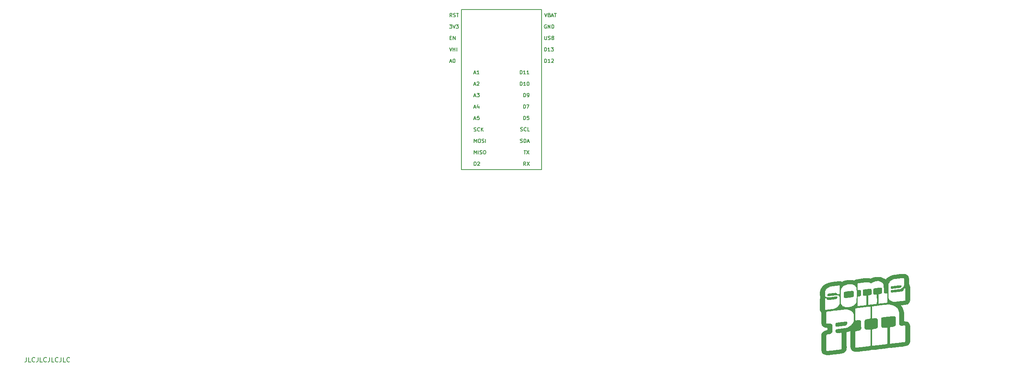
<source format=gbr>
%TF.GenerationSoftware,KiCad,Pcbnew,(6.0.1)*%
%TF.CreationDate,2022-01-24T11:33:19-05:00*%
%TF.ProjectId,QALBLE,51414c42-4c45-42e6-9b69-6361645f7063,rev?*%
%TF.SameCoordinates,Original*%
%TF.FileFunction,Legend,Top*%
%TF.FilePolarity,Positive*%
%FSLAX46Y46*%
G04 Gerber Fmt 4.6, Leading zero omitted, Abs format (unit mm)*
G04 Created by KiCad (PCBNEW (6.0.1)) date 2022-01-24 11:33:19*
%MOMM*%
%LPD*%
G01*
G04 APERTURE LIST*
G04 Aperture macros list*
%AMHorizOval*
0 Thick line with rounded ends*
0 $1 width*
0 $2 $3 position (X,Y) of the first rounded end (center of the circle)*
0 $4 $5 position (X,Y) of the second rounded end (center of the circle)*
0 Add line between two ends*
20,1,$1,$2,$3,$4,$5,0*
0 Add two circle primitives to create the rounded ends*
1,1,$1,$2,$3*
1,1,$1,$4,$5*%
%AMRotRect*
0 Rectangle, with rotation*
0 The origin of the aperture is its center*
0 $1 length*
0 $2 width*
0 $3 Rotation angle, in degrees counterclockwise*
0 Add horizontal line*
21,1,$1,$2,0,0,$3*%
G04 Aperture macros list end*
%ADD10C,0.150000*%
%ADD11C,0.010000*%
%ADD12RotRect,1.600000X1.600000X262.000000*%
%ADD13C,1.600000*%
%ADD14R,1.600000X1.600000*%
%ADD15RotRect,1.600000X1.600000X278.000000*%
%ADD16C,0.250000*%
%ADD17C,0.180000*%
%ADD18C,1.750000*%
%ADD19C,3.987800*%
%ADD20C,3.048000*%
%ADD21HorizOval,1.500000X-0.090463X0.643674X0.090463X-0.643674X0*%
%ADD22RotRect,2.000000X2.000000X98.000000*%
%ADD23C,2.000000*%
%ADD24HorizOval,1.500000X0.090463X0.643674X-0.090463X-0.643674X0*%
%ADD25RotRect,2.000000X2.000000X82.000000*%
%ADD26O,2.200000X3.500000*%
%ADD27R,1.500000X2.500000*%
%ADD28O,1.500000X2.500000*%
%ADD29R,1.700000X1.700000*%
%ADD30O,1.700000X1.700000*%
G04 APERTURE END LIST*
D10*
X84652386Y-105603567D02*
X84652386Y-106317853D01*
X84604767Y-106460710D01*
X84509529Y-106555948D01*
X84366672Y-106603567D01*
X84271434Y-106603567D01*
X85604767Y-106603567D02*
X85128576Y-106603567D01*
X85128576Y-105603567D01*
X86509529Y-106508329D02*
X86461910Y-106555948D01*
X86319053Y-106603567D01*
X86223814Y-106603567D01*
X86080957Y-106555948D01*
X85985719Y-106460710D01*
X85938100Y-106365472D01*
X85890481Y-106174996D01*
X85890481Y-106032139D01*
X85938100Y-105841663D01*
X85985719Y-105746425D01*
X86080957Y-105651187D01*
X86223814Y-105603567D01*
X86319053Y-105603567D01*
X86461910Y-105651187D01*
X86509529Y-105698806D01*
X87223814Y-105603567D02*
X87223814Y-106317853D01*
X87176195Y-106460710D01*
X87080957Y-106555948D01*
X86938100Y-106603567D01*
X86842862Y-106603567D01*
X88176195Y-106603567D02*
X87700005Y-106603567D01*
X87700005Y-105603567D01*
X89080957Y-106508329D02*
X89033338Y-106555948D01*
X88890481Y-106603567D01*
X88795243Y-106603567D01*
X88652386Y-106555948D01*
X88557148Y-106460710D01*
X88509529Y-106365472D01*
X88461910Y-106174996D01*
X88461910Y-106032139D01*
X88509529Y-105841663D01*
X88557148Y-105746425D01*
X88652386Y-105651187D01*
X88795243Y-105603567D01*
X88890481Y-105603567D01*
X89033338Y-105651187D01*
X89080957Y-105698806D01*
X89795243Y-105603567D02*
X89795243Y-106317853D01*
X89747624Y-106460710D01*
X89652386Y-106555948D01*
X89509529Y-106603567D01*
X89414291Y-106603567D01*
X90747624Y-106603567D02*
X90271434Y-106603567D01*
X90271434Y-105603567D01*
X91652386Y-106508329D02*
X91604767Y-106555948D01*
X91461910Y-106603567D01*
X91366672Y-106603567D01*
X91223814Y-106555948D01*
X91128576Y-106460710D01*
X91080957Y-106365472D01*
X91033338Y-106174996D01*
X91033338Y-106032139D01*
X91080957Y-105841663D01*
X91128576Y-105746425D01*
X91223814Y-105651187D01*
X91366672Y-105603567D01*
X91461910Y-105603567D01*
X91604767Y-105651187D01*
X91652386Y-105698806D01*
X92366672Y-105603567D02*
X92366672Y-106317853D01*
X92319053Y-106460710D01*
X92223814Y-106555948D01*
X92080957Y-106603567D01*
X91985719Y-106603567D01*
X93319053Y-106603567D02*
X92842862Y-106603567D01*
X92842862Y-105603567D01*
X94223814Y-106508329D02*
X94176195Y-106555948D01*
X94033338Y-106603567D01*
X93938100Y-106603567D01*
X93795243Y-106555948D01*
X93700005Y-106460710D01*
X93652386Y-106365472D01*
X93604767Y-106174996D01*
X93604767Y-106032139D01*
X93652386Y-105841663D01*
X93700005Y-105746425D01*
X93795243Y-105651187D01*
X93938100Y-105603567D01*
X94033338Y-105603567D01*
X94176195Y-105651187D01*
X94223814Y-105698806D01*
%TO.C,U1*%
X178517416Y-31691888D02*
X179012654Y-31691888D01*
X178745988Y-31996650D01*
X178860273Y-31996650D01*
X178936464Y-32034745D01*
X178974559Y-32072841D01*
X179012654Y-32149031D01*
X179012654Y-32339507D01*
X178974559Y-32415698D01*
X178936464Y-32453793D01*
X178860273Y-32491888D01*
X178631702Y-32491888D01*
X178555511Y-32453793D01*
X178517416Y-32415698D01*
X179241226Y-31691888D02*
X179507892Y-32491888D01*
X179774559Y-31691888D01*
X179965035Y-31691888D02*
X180460273Y-31691888D01*
X180193607Y-31996650D01*
X180307892Y-31996650D01*
X180384083Y-32034745D01*
X180422178Y-32072841D01*
X180460273Y-32149031D01*
X180460273Y-32339507D01*
X180422178Y-32415698D01*
X180384083Y-32453793D01*
X180307892Y-32491888D01*
X180079321Y-32491888D01*
X180003131Y-32453793D01*
X179965035Y-32415698D01*
X199606532Y-40081569D02*
X199606532Y-39281569D01*
X199797008Y-39281569D01*
X199911294Y-39319665D01*
X199987485Y-39395855D01*
X200025580Y-39472045D01*
X200063675Y-39624426D01*
X200063675Y-39738712D01*
X200025580Y-39891093D01*
X199987485Y-39967284D01*
X199911294Y-40043474D01*
X199797008Y-40081569D01*
X199606532Y-40081569D01*
X200825580Y-40081569D02*
X200368437Y-40081569D01*
X200597008Y-40081569D02*
X200597008Y-39281569D01*
X200520818Y-39395855D01*
X200444627Y-39472045D01*
X200368437Y-39510141D01*
X201130342Y-39357760D02*
X201168437Y-39319665D01*
X201244627Y-39281569D01*
X201435104Y-39281569D01*
X201511294Y-39319665D01*
X201549389Y-39357760D01*
X201587485Y-39433950D01*
X201587485Y-39510141D01*
X201549389Y-39624426D01*
X201092246Y-40081569D01*
X201587485Y-40081569D01*
X183946090Y-47498541D02*
X184327043Y-47498541D01*
X183869900Y-47727112D02*
X184136567Y-46927112D01*
X184403233Y-47727112D01*
X184593710Y-46927112D02*
X185088948Y-46927112D01*
X184822281Y-47231874D01*
X184936567Y-47231874D01*
X185012757Y-47269969D01*
X185050852Y-47308065D01*
X185088948Y-47384255D01*
X185088948Y-47574731D01*
X185050852Y-47650922D01*
X185012757Y-47689017D01*
X184936567Y-47727112D01*
X184707995Y-47727112D01*
X184631805Y-47689017D01*
X184593710Y-47650922D01*
X183984186Y-57878338D02*
X183984186Y-57078338D01*
X184250852Y-57649767D01*
X184517519Y-57078338D01*
X184517519Y-57878338D01*
X185050852Y-57078338D02*
X185203233Y-57078338D01*
X185279424Y-57116434D01*
X185355614Y-57192624D01*
X185393710Y-57345005D01*
X185393710Y-57611672D01*
X185355614Y-57764053D01*
X185279424Y-57840243D01*
X185203233Y-57878338D01*
X185050852Y-57878338D01*
X184974662Y-57840243D01*
X184898471Y-57764053D01*
X184860376Y-57611672D01*
X184860376Y-57345005D01*
X184898471Y-57192624D01*
X184974662Y-57116434D01*
X185050852Y-57078338D01*
X185698471Y-57840243D02*
X185812757Y-57878338D01*
X186003233Y-57878338D01*
X186079424Y-57840243D01*
X186117519Y-57802148D01*
X186155614Y-57725957D01*
X186155614Y-57649767D01*
X186117519Y-57573576D01*
X186079424Y-57535481D01*
X186003233Y-57497386D01*
X185850852Y-57459291D01*
X185774662Y-57421195D01*
X185736567Y-57383100D01*
X185698471Y-57306910D01*
X185698471Y-57230719D01*
X185736567Y-57154529D01*
X185774662Y-57116434D01*
X185850852Y-57078338D01*
X186041329Y-57078338D01*
X186155614Y-57116434D01*
X186498471Y-57878338D02*
X186498471Y-57078338D01*
X183984186Y-60416145D02*
X183984186Y-59616145D01*
X184250852Y-60187574D01*
X184517519Y-59616145D01*
X184517519Y-60416145D01*
X184898471Y-60416145D02*
X184898471Y-59616145D01*
X185241329Y-60378050D02*
X185355614Y-60416145D01*
X185546090Y-60416145D01*
X185622281Y-60378050D01*
X185660376Y-60339955D01*
X185698471Y-60263764D01*
X185698471Y-60187574D01*
X185660376Y-60111383D01*
X185622281Y-60073288D01*
X185546090Y-60035193D01*
X185393710Y-59997098D01*
X185317519Y-59959002D01*
X185279424Y-59920907D01*
X185241329Y-59844717D01*
X185241329Y-59768526D01*
X185279424Y-59692336D01*
X185317519Y-59654241D01*
X185393710Y-59616145D01*
X185584186Y-59616145D01*
X185698471Y-59654241D01*
X186193710Y-59616145D02*
X186346090Y-59616145D01*
X186422281Y-59654241D01*
X186498471Y-59730431D01*
X186536567Y-59882812D01*
X186536567Y-60149479D01*
X186498471Y-60301860D01*
X186422281Y-60378050D01*
X186346090Y-60416145D01*
X186193710Y-60416145D01*
X186117519Y-60378050D01*
X186041329Y-60301860D01*
X186003233Y-60149479D01*
X186003233Y-59882812D01*
X186041329Y-59730431D01*
X186117519Y-59654241D01*
X186193710Y-59616145D01*
X199610342Y-34205956D02*
X199610342Y-34853575D01*
X199648437Y-34929766D01*
X199686532Y-34967861D01*
X199762723Y-35005956D01*
X199915104Y-35005956D01*
X199991294Y-34967861D01*
X200029389Y-34929766D01*
X200067485Y-34853575D01*
X200067485Y-34205956D01*
X200410342Y-34967861D02*
X200524627Y-35005956D01*
X200715104Y-35005956D01*
X200791294Y-34967861D01*
X200829389Y-34929766D01*
X200867485Y-34853575D01*
X200867485Y-34777385D01*
X200829389Y-34701194D01*
X200791294Y-34663099D01*
X200715104Y-34625004D01*
X200562723Y-34586909D01*
X200486532Y-34548813D01*
X200448437Y-34510718D01*
X200410342Y-34434528D01*
X200410342Y-34358337D01*
X200448437Y-34282147D01*
X200486532Y-34244052D01*
X200562723Y-34205956D01*
X200753199Y-34205956D01*
X200867485Y-34244052D01*
X201477008Y-34586909D02*
X201591294Y-34625004D01*
X201629389Y-34663099D01*
X201667485Y-34739290D01*
X201667485Y-34853575D01*
X201629389Y-34929766D01*
X201591294Y-34967861D01*
X201515104Y-35005956D01*
X201210342Y-35005956D01*
X201210342Y-34205956D01*
X201477008Y-34205956D01*
X201553199Y-34244052D01*
X201591294Y-34282147D01*
X201629389Y-34358337D01*
X201629389Y-34434528D01*
X201591294Y-34510718D01*
X201553199Y-34548813D01*
X201477008Y-34586909D01*
X201210342Y-34586909D01*
X199583369Y-29151888D02*
X199850035Y-29951888D01*
X200116702Y-29151888D01*
X200650035Y-29532841D02*
X200764321Y-29570936D01*
X200802416Y-29609031D01*
X200840511Y-29685222D01*
X200840511Y-29799507D01*
X200802416Y-29875698D01*
X200764321Y-29913793D01*
X200688131Y-29951888D01*
X200383369Y-29951888D01*
X200383369Y-29151888D01*
X200650035Y-29151888D01*
X200726226Y-29189984D01*
X200764321Y-29228079D01*
X200802416Y-29304269D01*
X200802416Y-29380460D01*
X200764321Y-29456650D01*
X200726226Y-29494745D01*
X200650035Y-29532841D01*
X200383369Y-29532841D01*
X201145273Y-29723317D02*
X201526226Y-29723317D01*
X201069083Y-29951888D02*
X201335750Y-29151888D01*
X201602416Y-29951888D01*
X201754797Y-29151888D02*
X202211940Y-29151888D01*
X201983369Y-29951888D02*
X201983369Y-29151888D01*
X199574797Y-37571888D02*
X199574797Y-36771888D01*
X199765273Y-36771888D01*
X199879559Y-36809984D01*
X199955750Y-36886174D01*
X199993845Y-36962364D01*
X200031940Y-37114745D01*
X200031940Y-37229031D01*
X199993845Y-37381412D01*
X199955750Y-37457603D01*
X199879559Y-37533793D01*
X199765273Y-37571888D01*
X199574797Y-37571888D01*
X200793845Y-37571888D02*
X200336702Y-37571888D01*
X200565273Y-37571888D02*
X200565273Y-36771888D01*
X200489083Y-36886174D01*
X200412892Y-36962364D01*
X200336702Y-37000460D01*
X201060511Y-36771888D02*
X201555750Y-36771888D01*
X201289083Y-37076650D01*
X201403369Y-37076650D01*
X201479559Y-37114745D01*
X201517654Y-37152841D01*
X201555750Y-37229031D01*
X201555750Y-37419507D01*
X201517654Y-37495698D01*
X201479559Y-37533793D01*
X201403369Y-37571888D01*
X201174797Y-37571888D01*
X201098607Y-37533793D01*
X201060511Y-37495698D01*
X194224627Y-57823474D02*
X194338913Y-57861569D01*
X194529389Y-57861569D01*
X194605580Y-57823474D01*
X194643675Y-57785379D01*
X194681770Y-57709188D01*
X194681770Y-57632998D01*
X194643675Y-57556807D01*
X194605580Y-57518712D01*
X194529389Y-57480617D01*
X194377008Y-57442522D01*
X194300818Y-57404426D01*
X194262723Y-57366331D01*
X194224627Y-57290141D01*
X194224627Y-57213950D01*
X194262723Y-57137760D01*
X194300818Y-57099665D01*
X194377008Y-57061569D01*
X194567485Y-57061569D01*
X194681770Y-57099665D01*
X195024627Y-57861569D02*
X195024627Y-57061569D01*
X195215104Y-57061569D01*
X195329389Y-57099665D01*
X195405580Y-57175855D01*
X195443675Y-57252045D01*
X195481770Y-57404426D01*
X195481770Y-57518712D01*
X195443675Y-57671093D01*
X195405580Y-57747284D01*
X195329389Y-57823474D01*
X195215104Y-57861569D01*
X195024627Y-57861569D01*
X195786532Y-57632998D02*
X196167485Y-57632998D01*
X195710342Y-57861569D02*
X195977008Y-57061569D01*
X196243675Y-57861569D01*
X194916702Y-50271888D02*
X194916702Y-49471888D01*
X195107178Y-49471888D01*
X195221464Y-49509984D01*
X195297654Y-49586174D01*
X195335750Y-49662364D01*
X195373845Y-49814745D01*
X195373845Y-49929031D01*
X195335750Y-50081412D01*
X195297654Y-50157603D01*
X195221464Y-50233793D01*
X195107178Y-50271888D01*
X194916702Y-50271888D01*
X195640511Y-49471888D02*
X196173845Y-49471888D01*
X195830988Y-50271888D01*
X194992892Y-59631888D02*
X195450035Y-59631888D01*
X195221464Y-60431888D02*
X195221464Y-59631888D01*
X195640511Y-59631888D02*
X196173845Y-60431888D01*
X196173845Y-59631888D02*
X195640511Y-60431888D01*
X194262723Y-55272118D02*
X194377008Y-55310213D01*
X194567485Y-55310213D01*
X194643675Y-55272118D01*
X194681770Y-55234023D01*
X194719866Y-55157832D01*
X194719866Y-55081642D01*
X194681770Y-55005451D01*
X194643675Y-54967356D01*
X194567485Y-54929261D01*
X194415104Y-54891166D01*
X194338913Y-54853070D01*
X194300818Y-54814975D01*
X194262723Y-54738785D01*
X194262723Y-54662594D01*
X194300818Y-54586404D01*
X194338913Y-54548309D01*
X194415104Y-54510213D01*
X194605580Y-54510213D01*
X194719866Y-54548309D01*
X195519866Y-55234023D02*
X195481770Y-55272118D01*
X195367485Y-55310213D01*
X195291294Y-55310213D01*
X195177008Y-55272118D01*
X195100818Y-55195928D01*
X195062723Y-55119737D01*
X195024627Y-54967356D01*
X195024627Y-54853070D01*
X195062723Y-54700689D01*
X195100818Y-54624499D01*
X195177008Y-54548309D01*
X195291294Y-54510213D01*
X195367485Y-54510213D01*
X195481770Y-54548309D01*
X195519866Y-54586404D01*
X196243675Y-55310213D02*
X195862723Y-55310213D01*
X195862723Y-54510213D01*
X183946090Y-52574154D02*
X184327043Y-52574154D01*
X183869900Y-52802725D02*
X184136567Y-52002725D01*
X184403233Y-52802725D01*
X185050852Y-52002725D02*
X184669900Y-52002725D01*
X184631805Y-52383678D01*
X184669900Y-52345582D01*
X184746090Y-52307487D01*
X184936567Y-52307487D01*
X185012757Y-52345582D01*
X185050852Y-52383678D01*
X185088948Y-52459868D01*
X185088948Y-52650344D01*
X185050852Y-52726535D01*
X185012757Y-52764630D01*
X184936567Y-52802725D01*
X184746090Y-52802725D01*
X184669900Y-52764630D01*
X184631805Y-52726535D01*
X195405580Y-62953951D02*
X195138913Y-62572999D01*
X194948437Y-62953951D02*
X194948437Y-62153951D01*
X195253199Y-62153951D01*
X195329389Y-62192047D01*
X195367485Y-62230142D01*
X195405580Y-62306332D01*
X195405580Y-62420618D01*
X195367485Y-62496808D01*
X195329389Y-62534904D01*
X195253199Y-62572999D01*
X194948437Y-62572999D01*
X195672246Y-62153951D02*
X196205580Y-62953951D01*
X196205580Y-62153951D02*
X195672246Y-62953951D01*
X194154797Y-42651888D02*
X194154797Y-41851888D01*
X194345273Y-41851888D01*
X194459559Y-41889984D01*
X194535750Y-41966174D01*
X194573845Y-42042364D01*
X194611940Y-42194745D01*
X194611940Y-42309031D01*
X194573845Y-42461412D01*
X194535750Y-42537603D01*
X194459559Y-42613793D01*
X194345273Y-42651888D01*
X194154797Y-42651888D01*
X195373845Y-42651888D02*
X194916702Y-42651888D01*
X195145273Y-42651888D02*
X195145273Y-41851888D01*
X195069083Y-41966174D01*
X194992892Y-42042364D01*
X194916702Y-42080460D01*
X196135750Y-42651888D02*
X195678607Y-42651888D01*
X195907178Y-42651888D02*
X195907178Y-41851888D01*
X195830988Y-41966174D01*
X195754797Y-42042364D01*
X195678607Y-42080460D01*
X178604186Y-34586909D02*
X178870852Y-34586909D01*
X178985138Y-35005956D02*
X178604186Y-35005956D01*
X178604186Y-34205956D01*
X178985138Y-34205956D01*
X179327995Y-35005956D02*
X179327995Y-34205956D01*
X179785138Y-35005956D01*
X179785138Y-34205956D01*
X183935511Y-42423317D02*
X184316464Y-42423317D01*
X183859321Y-42651888D02*
X184125988Y-41851888D01*
X184392654Y-42651888D01*
X185078369Y-42651888D02*
X184621226Y-42651888D01*
X184849797Y-42651888D02*
X184849797Y-41851888D01*
X184773607Y-41966174D01*
X184697416Y-42042364D01*
X184621226Y-42080460D01*
X183973607Y-62971888D02*
X183973607Y-62171888D01*
X184164083Y-62171888D01*
X184278369Y-62209984D01*
X184354559Y-62286174D01*
X184392654Y-62362364D01*
X184430750Y-62514745D01*
X184430750Y-62629031D01*
X184392654Y-62781412D01*
X184354559Y-62857603D01*
X184278369Y-62933793D01*
X184164083Y-62971888D01*
X183973607Y-62971888D01*
X184735511Y-62248079D02*
X184773607Y-62209984D01*
X184849797Y-62171888D01*
X185040273Y-62171888D01*
X185116464Y-62209984D01*
X185154559Y-62248079D01*
X185192654Y-62324269D01*
X185192654Y-62400460D01*
X185154559Y-62514745D01*
X184697416Y-62971888D01*
X185192654Y-62971888D01*
X183946090Y-55302437D02*
X184060376Y-55340532D01*
X184250852Y-55340532D01*
X184327043Y-55302437D01*
X184365138Y-55264342D01*
X184403233Y-55188151D01*
X184403233Y-55111961D01*
X184365138Y-55035770D01*
X184327043Y-54997675D01*
X184250852Y-54959580D01*
X184098471Y-54921485D01*
X184022281Y-54883389D01*
X183984186Y-54845294D01*
X183946090Y-54769104D01*
X183946090Y-54692913D01*
X183984186Y-54616723D01*
X184022281Y-54578628D01*
X184098471Y-54540532D01*
X184288948Y-54540532D01*
X184403233Y-54578628D01*
X185203233Y-55264342D02*
X185165138Y-55302437D01*
X185050852Y-55340532D01*
X184974662Y-55340532D01*
X184860376Y-55302437D01*
X184784186Y-55226247D01*
X184746090Y-55150056D01*
X184707995Y-54997675D01*
X184707995Y-54883389D01*
X184746090Y-54731008D01*
X184784186Y-54654818D01*
X184860376Y-54578628D01*
X184974662Y-54540532D01*
X185050852Y-54540532D01*
X185165138Y-54578628D01*
X185203233Y-54616723D01*
X185546090Y-55340532D02*
X185546090Y-54540532D01*
X186003233Y-55340532D02*
X185660376Y-54883389D01*
X186003233Y-54540532D02*
X185546090Y-54997675D01*
X199991294Y-31706245D02*
X199915104Y-31668149D01*
X199800818Y-31668149D01*
X199686532Y-31706245D01*
X199610342Y-31782435D01*
X199572246Y-31858625D01*
X199534151Y-32011006D01*
X199534151Y-32125292D01*
X199572246Y-32277673D01*
X199610342Y-32353864D01*
X199686532Y-32430054D01*
X199800818Y-32468149D01*
X199877008Y-32468149D01*
X199991294Y-32430054D01*
X200029389Y-32391959D01*
X200029389Y-32125292D01*
X199877008Y-32125292D01*
X200372246Y-32468149D02*
X200372246Y-31668149D01*
X200829389Y-32468149D01*
X200829389Y-31668149D01*
X201210342Y-32468149D02*
X201210342Y-31668149D01*
X201400818Y-31668149D01*
X201515104Y-31706245D01*
X201591294Y-31782435D01*
X201629389Y-31858625D01*
X201667485Y-32011006D01*
X201667485Y-32125292D01*
X201629389Y-32277673D01*
X201591294Y-32353864D01*
X201515104Y-32430054D01*
X201400818Y-32468149D01*
X201210342Y-32468149D01*
X179050750Y-29951888D02*
X178784083Y-29570936D01*
X178593607Y-29951888D02*
X178593607Y-29151888D01*
X178898369Y-29151888D01*
X178974559Y-29189984D01*
X179012654Y-29228079D01*
X179050750Y-29304269D01*
X179050750Y-29418555D01*
X179012654Y-29494745D01*
X178974559Y-29532841D01*
X178898369Y-29570936D01*
X178593607Y-29570936D01*
X179355511Y-29913793D02*
X179469797Y-29951888D01*
X179660273Y-29951888D01*
X179736464Y-29913793D01*
X179774559Y-29875698D01*
X179812654Y-29799507D01*
X179812654Y-29723317D01*
X179774559Y-29647126D01*
X179736464Y-29609031D01*
X179660273Y-29570936D01*
X179507892Y-29532841D01*
X179431702Y-29494745D01*
X179393607Y-29456650D01*
X179355511Y-29380460D01*
X179355511Y-29304269D01*
X179393607Y-29228079D01*
X179431702Y-29189984D01*
X179507892Y-29151888D01*
X179698369Y-29151888D01*
X179812654Y-29189984D01*
X180041226Y-29151888D02*
X180498369Y-29151888D01*
X180269797Y-29951888D02*
X180269797Y-29151888D01*
X183935511Y-44963317D02*
X184316464Y-44963317D01*
X183859321Y-45191888D02*
X184125988Y-44391888D01*
X184392654Y-45191888D01*
X184621226Y-44468079D02*
X184659321Y-44429984D01*
X184735511Y-44391888D01*
X184925988Y-44391888D01*
X185002178Y-44429984D01*
X185040273Y-44468079D01*
X185078369Y-44544269D01*
X185078369Y-44620460D01*
X185040273Y-44734745D01*
X184583131Y-45191888D01*
X185078369Y-45191888D01*
X178601138Y-39852998D02*
X178982091Y-39852998D01*
X178524948Y-40081569D02*
X178791615Y-39281569D01*
X179058281Y-40081569D01*
X179477329Y-39281569D02*
X179553519Y-39281569D01*
X179629710Y-39319665D01*
X179667805Y-39357760D01*
X179705900Y-39433950D01*
X179743996Y-39586331D01*
X179743996Y-39776807D01*
X179705900Y-39929188D01*
X179667805Y-40005379D01*
X179629710Y-40043474D01*
X179553519Y-40081569D01*
X179477329Y-40081569D01*
X179401138Y-40043474D01*
X179363043Y-40005379D01*
X179324948Y-39929188D01*
X179286853Y-39776807D01*
X179286853Y-39586331D01*
X179324948Y-39433950D01*
X179363043Y-39357760D01*
X179401138Y-39319665D01*
X179477329Y-39281569D01*
X194948437Y-47727112D02*
X194948437Y-46927112D01*
X195138913Y-46927112D01*
X195253199Y-46965208D01*
X195329389Y-47041398D01*
X195367485Y-47117588D01*
X195405580Y-47269969D01*
X195405580Y-47384255D01*
X195367485Y-47536636D01*
X195329389Y-47612827D01*
X195253199Y-47689017D01*
X195138913Y-47727112D01*
X194948437Y-47727112D01*
X195786532Y-47727112D02*
X195938913Y-47727112D01*
X196015104Y-47689017D01*
X196053199Y-47650922D01*
X196129389Y-47536636D01*
X196167485Y-47384255D01*
X196167485Y-47079493D01*
X196129389Y-47003303D01*
X196091294Y-46965208D01*
X196015104Y-46927112D01*
X195862723Y-46927112D01*
X195786532Y-46965208D01*
X195748437Y-47003303D01*
X195710342Y-47079493D01*
X195710342Y-47269969D01*
X195748437Y-47346160D01*
X195786532Y-47384255D01*
X195862723Y-47422350D01*
X196015104Y-47422350D01*
X196091294Y-47384255D01*
X196129389Y-47346160D01*
X196167485Y-47269969D01*
X194186532Y-45189306D02*
X194186532Y-44389306D01*
X194377008Y-44389306D01*
X194491294Y-44427402D01*
X194567485Y-44503592D01*
X194605580Y-44579782D01*
X194643675Y-44732163D01*
X194643675Y-44846449D01*
X194605580Y-44998830D01*
X194567485Y-45075021D01*
X194491294Y-45151211D01*
X194377008Y-45189306D01*
X194186532Y-45189306D01*
X195405580Y-45189306D02*
X194948437Y-45189306D01*
X195177008Y-45189306D02*
X195177008Y-44389306D01*
X195100818Y-44503592D01*
X195024627Y-44579782D01*
X194948437Y-44617878D01*
X195900818Y-44389306D02*
X195977008Y-44389306D01*
X196053199Y-44427402D01*
X196091294Y-44465497D01*
X196129389Y-44541687D01*
X196167485Y-44694068D01*
X196167485Y-44884544D01*
X196129389Y-45036925D01*
X196091294Y-45113116D01*
X196053199Y-45151211D01*
X195977008Y-45189306D01*
X195900818Y-45189306D01*
X195824627Y-45151211D01*
X195786532Y-45113116D01*
X195748437Y-45036925D01*
X195710342Y-44884544D01*
X195710342Y-44694068D01*
X195748437Y-44541687D01*
X195786532Y-44465497D01*
X195824627Y-44427402D01*
X195900818Y-44389306D01*
X194916702Y-52811888D02*
X194916702Y-52011888D01*
X195107178Y-52011888D01*
X195221464Y-52049984D01*
X195297654Y-52126174D01*
X195335750Y-52202364D01*
X195373845Y-52354745D01*
X195373845Y-52469031D01*
X195335750Y-52621412D01*
X195297654Y-52697603D01*
X195221464Y-52773793D01*
X195107178Y-52811888D01*
X194916702Y-52811888D01*
X196097654Y-52011888D02*
X195716702Y-52011888D01*
X195678607Y-52392841D01*
X195716702Y-52354745D01*
X195792892Y-52316650D01*
X195983369Y-52316650D01*
X196059559Y-52354745D01*
X196097654Y-52392841D01*
X196135750Y-52469031D01*
X196135750Y-52659507D01*
X196097654Y-52735698D01*
X196059559Y-52773793D01*
X195983369Y-52811888D01*
X195792892Y-52811888D01*
X195716702Y-52773793D01*
X195678607Y-52735698D01*
X183946090Y-50036348D02*
X184327043Y-50036348D01*
X183869900Y-50264919D02*
X184136567Y-49464919D01*
X184403233Y-50264919D01*
X185012757Y-49731586D02*
X185012757Y-50264919D01*
X184822281Y-49426824D02*
X184631805Y-49998253D01*
X185127043Y-49998253D01*
X178489900Y-36743763D02*
X178756567Y-37543763D01*
X179023233Y-36743763D01*
X179289900Y-37543763D02*
X179289900Y-36743763D01*
X179289900Y-37124716D02*
X179747043Y-37124716D01*
X179747043Y-37543763D02*
X179747043Y-36743763D01*
X180127995Y-37543763D02*
X180127995Y-36743763D01*
D11*
%TO.C,G\u002A\u002A\u002A*%
X267849877Y-90825258D02*
X267957236Y-90863383D01*
X267957236Y-90863383D02*
X268025252Y-90914100D01*
X268025252Y-90914100D02*
X268085128Y-90973976D01*
X268085128Y-90973976D02*
X268085128Y-91446941D01*
X268085128Y-91446941D02*
X268085001Y-91600293D01*
X268085001Y-91600293D02*
X268084242Y-91717331D01*
X268084242Y-91717331D02*
X268082286Y-91804075D01*
X268082286Y-91804075D02*
X268078566Y-91866545D01*
X268078566Y-91866545D02*
X268072515Y-91910762D01*
X268072515Y-91910762D02*
X268063569Y-91942743D01*
X268063569Y-91942743D02*
X268051160Y-91968510D01*
X268051160Y-91968510D02*
X268034723Y-91994081D01*
X268034723Y-91994081D02*
X268033504Y-91995878D01*
X268033504Y-91995878D02*
X268008516Y-92030001D01*
X268008516Y-92030001D02*
X267981197Y-92058873D01*
X267981197Y-92058873D02*
X267947401Y-92083519D01*
X267947401Y-92083519D02*
X267902983Y-92104966D01*
X267902983Y-92104966D02*
X267843795Y-92124237D01*
X267843795Y-92124237D02*
X267765694Y-92142360D01*
X267765694Y-92142360D02*
X267664533Y-92160358D01*
X267664533Y-92160358D02*
X267536166Y-92179259D01*
X267536166Y-92179259D02*
X267376448Y-92200087D01*
X267376448Y-92200087D02*
X267181232Y-92223869D01*
X267181232Y-92223869D02*
X267047962Y-92239672D01*
X267047962Y-92239672D02*
X266840183Y-92264161D01*
X266840183Y-92264161D02*
X266670115Y-92284037D01*
X266670115Y-92284037D02*
X266533424Y-92299620D01*
X266533424Y-92299620D02*
X266425776Y-92311230D01*
X266425776Y-92311230D02*
X266342836Y-92319185D01*
X266342836Y-92319185D02*
X266280270Y-92323806D01*
X266280270Y-92323806D02*
X266233744Y-92325413D01*
X266233744Y-92325413D02*
X266198924Y-92324323D01*
X266198924Y-92324323D02*
X266171475Y-92320859D01*
X266171475Y-92320859D02*
X266147064Y-92315338D01*
X266147064Y-92315338D02*
X266121357Y-92308080D01*
X266121357Y-92308080D02*
X266121114Y-92308010D01*
X266121114Y-92308010D02*
X266051283Y-92268471D01*
X266051283Y-92268471D02*
X266010068Y-92219960D01*
X266010068Y-92219960D02*
X265996373Y-92194336D01*
X265996373Y-92194336D02*
X265986054Y-92164410D01*
X265986054Y-92164410D02*
X265978638Y-92124147D01*
X265978638Y-92124147D02*
X265973654Y-92067509D01*
X265973654Y-92067509D02*
X265970629Y-91988459D01*
X265970629Y-91988459D02*
X265969091Y-91880960D01*
X265969091Y-91880960D02*
X265968570Y-91738976D01*
X265968570Y-91738976D02*
X265968541Y-91688815D01*
X265968541Y-91688815D02*
X265968165Y-91533625D01*
X265968165Y-91533625D02*
X265969460Y-91404517D01*
X265969460Y-91404517D02*
X265975971Y-91298651D01*
X265975971Y-91298651D02*
X265991245Y-91213186D01*
X265991245Y-91213186D02*
X266018827Y-91145281D01*
X266018827Y-91145281D02*
X266062263Y-91092097D01*
X266062263Y-91092097D02*
X266125100Y-91050794D01*
X266125100Y-91050794D02*
X266210883Y-91018530D01*
X266210883Y-91018530D02*
X266323158Y-90992466D01*
X266323158Y-90992466D02*
X266465472Y-90969761D01*
X266465472Y-90969761D02*
X266641370Y-90947576D01*
X266641370Y-90947576D02*
X266854397Y-90923068D01*
X266854397Y-90923068D02*
X266936277Y-90913661D01*
X266936277Y-90913661D02*
X267109298Y-90893646D01*
X267109298Y-90893646D02*
X267271992Y-90874805D01*
X267271992Y-90874805D02*
X267418784Y-90857785D01*
X267418784Y-90857785D02*
X267544098Y-90843234D01*
X267544098Y-90843234D02*
X267642358Y-90831798D01*
X267642358Y-90831798D02*
X267707989Y-90824126D01*
X267707989Y-90824126D02*
X267731337Y-90821364D01*
X267731337Y-90821364D02*
X267849877Y-90825258D01*
X267849877Y-90825258D02*
X267849877Y-90825258D01*
G36*
X267849877Y-90825258D02*
G01*
X267957236Y-90863383D01*
X268025252Y-90914100D01*
X268085128Y-90973976D01*
X268085128Y-91446941D01*
X268085001Y-91600293D01*
X268084242Y-91717331D01*
X268082286Y-91804075D01*
X268078566Y-91866545D01*
X268072515Y-91910762D01*
X268063569Y-91942743D01*
X268051160Y-91968510D01*
X268034723Y-91994081D01*
X268033504Y-91995878D01*
X268008516Y-92030001D01*
X267981197Y-92058873D01*
X267947401Y-92083519D01*
X267902983Y-92104966D01*
X267843795Y-92124237D01*
X267765694Y-92142360D01*
X267664533Y-92160358D01*
X267536166Y-92179259D01*
X267376448Y-92200087D01*
X267181232Y-92223869D01*
X267047962Y-92239672D01*
X266840183Y-92264161D01*
X266670115Y-92284037D01*
X266533424Y-92299620D01*
X266425776Y-92311230D01*
X266342836Y-92319185D01*
X266280270Y-92323806D01*
X266233744Y-92325413D01*
X266198924Y-92324323D01*
X266171475Y-92320859D01*
X266147064Y-92315338D01*
X266121357Y-92308080D01*
X266121114Y-92308010D01*
X266051283Y-92268471D01*
X266010068Y-92219960D01*
X265996373Y-92194336D01*
X265986054Y-92164410D01*
X265978638Y-92124147D01*
X265973654Y-92067509D01*
X265970629Y-91988459D01*
X265969091Y-91880960D01*
X265968570Y-91738976D01*
X265968541Y-91688815D01*
X265968165Y-91533625D01*
X265969460Y-91404517D01*
X265975971Y-91298651D01*
X265991245Y-91213186D01*
X266018827Y-91145281D01*
X266062263Y-91092097D01*
X266125100Y-91050794D01*
X266210883Y-91018530D01*
X266323158Y-90992466D01*
X266465472Y-90969761D01*
X266641370Y-90947576D01*
X266854397Y-90923068D01*
X266936277Y-90913661D01*
X267109298Y-90893646D01*
X267271992Y-90874805D01*
X267418784Y-90857785D01*
X267544098Y-90843234D01*
X267642358Y-90831798D01*
X267707989Y-90824126D01*
X267731337Y-90821364D01*
X267849877Y-90825258D01*
G37*
X267849877Y-90825258D02*
X267957236Y-90863383D01*
X268025252Y-90914100D01*
X268085128Y-90973976D01*
X268085128Y-91446941D01*
X268085001Y-91600293D01*
X268084242Y-91717331D01*
X268082286Y-91804075D01*
X268078566Y-91866545D01*
X268072515Y-91910762D01*
X268063569Y-91942743D01*
X268051160Y-91968510D01*
X268034723Y-91994081D01*
X268033504Y-91995878D01*
X268008516Y-92030001D01*
X267981197Y-92058873D01*
X267947401Y-92083519D01*
X267902983Y-92104966D01*
X267843795Y-92124237D01*
X267765694Y-92142360D01*
X267664533Y-92160358D01*
X267536166Y-92179259D01*
X267376448Y-92200087D01*
X267181232Y-92223869D01*
X267047962Y-92239672D01*
X266840183Y-92264161D01*
X266670115Y-92284037D01*
X266533424Y-92299620D01*
X266425776Y-92311230D01*
X266342836Y-92319185D01*
X266280270Y-92323806D01*
X266233744Y-92325413D01*
X266198924Y-92324323D01*
X266171475Y-92320859D01*
X266147064Y-92315338D01*
X266121357Y-92308080D01*
X266121114Y-92308010D01*
X266051283Y-92268471D01*
X266010068Y-92219960D01*
X265996373Y-92194336D01*
X265986054Y-92164410D01*
X265978638Y-92124147D01*
X265973654Y-92067509D01*
X265970629Y-91988459D01*
X265969091Y-91880960D01*
X265968570Y-91738976D01*
X265968541Y-91688815D01*
X265968165Y-91533625D01*
X265969460Y-91404517D01*
X265975971Y-91298651D01*
X265991245Y-91213186D01*
X266018827Y-91145281D01*
X266062263Y-91092097D01*
X266125100Y-91050794D01*
X266210883Y-91018530D01*
X266323158Y-90992466D01*
X266465472Y-90969761D01*
X266641370Y-90947576D01*
X266854397Y-90923068D01*
X266936277Y-90913661D01*
X267109298Y-90893646D01*
X267271992Y-90874805D01*
X267418784Y-90857785D01*
X267544098Y-90843234D01*
X267642358Y-90831798D01*
X267707989Y-90824126D01*
X267731337Y-90821364D01*
X267849877Y-90825258D01*
X266499931Y-97651352D02*
X266576065Y-97684360D01*
X266576065Y-97684360D02*
X266624237Y-97742371D01*
X266624237Y-97742371D02*
X266647625Y-97811722D01*
X266647625Y-97811722D02*
X266656582Y-97929923D01*
X266656582Y-97929923D02*
X266637755Y-98057502D01*
X266637755Y-98057502D02*
X266594862Y-98175560D01*
X266594862Y-98175560D02*
X266566590Y-98223624D01*
X266566590Y-98223624D02*
X266494231Y-98303514D01*
X266494231Y-98303514D02*
X266396525Y-98379175D01*
X266396525Y-98379175D02*
X266289865Y-98439316D01*
X266289865Y-98439316D02*
X266211878Y-98467961D01*
X266211878Y-98467961D02*
X266168186Y-98476161D01*
X266168186Y-98476161D02*
X266088139Y-98488104D01*
X266088139Y-98488104D02*
X265977487Y-98503126D01*
X265977487Y-98503126D02*
X265841977Y-98520561D01*
X265841977Y-98520561D02*
X265687360Y-98539743D01*
X265687360Y-98539743D02*
X265519382Y-98560007D01*
X265519382Y-98560007D02*
X265343794Y-98580688D01*
X265343794Y-98580688D02*
X265166343Y-98601119D01*
X265166343Y-98601119D02*
X264992779Y-98620635D01*
X264992779Y-98620635D02*
X264828851Y-98638571D01*
X264828851Y-98638571D02*
X264680305Y-98654261D01*
X264680305Y-98654261D02*
X264552893Y-98667040D01*
X264552893Y-98667040D02*
X264452361Y-98676242D01*
X264452361Y-98676242D02*
X264384460Y-98681201D01*
X264384460Y-98681201D02*
X264364124Y-98681882D01*
X264364124Y-98681882D02*
X264289135Y-98677547D01*
X264289135Y-98677547D02*
X264239027Y-98660948D01*
X264239027Y-98660948D02*
X264200083Y-98629945D01*
X264200083Y-98629945D02*
X264178379Y-98605996D01*
X264178379Y-98605996D02*
X264163744Y-98579949D01*
X264163744Y-98579949D02*
X264154789Y-98543399D01*
X264154789Y-98543399D02*
X264150128Y-98487943D01*
X264150128Y-98487943D02*
X264148373Y-98405176D01*
X264148373Y-98405176D02*
X264148128Y-98315299D01*
X264148128Y-98315299D02*
X264148786Y-98203390D01*
X264148786Y-98203390D02*
X264151585Y-98125155D01*
X264151585Y-98125155D02*
X264157762Y-98071947D01*
X264157762Y-98071947D02*
X264168551Y-98035115D01*
X264168551Y-98035115D02*
X264185190Y-98006012D01*
X264185190Y-98006012D02*
X264194015Y-97994272D01*
X264194015Y-97994272D02*
X264246815Y-97944221D01*
X264246815Y-97944221D02*
X264306072Y-97908289D01*
X264306072Y-97908289D02*
X264341007Y-97899973D01*
X264341007Y-97899973D02*
X264412616Y-97887897D01*
X264412616Y-97887897D02*
X264515921Y-97872644D01*
X264515921Y-97872644D02*
X264645942Y-97854797D01*
X264645942Y-97854797D02*
X264797698Y-97834939D01*
X264797698Y-97834939D02*
X264966211Y-97813653D01*
X264966211Y-97813653D02*
X265146499Y-97791523D01*
X265146499Y-97791523D02*
X265333585Y-97769133D01*
X265333585Y-97769133D02*
X265522487Y-97747064D01*
X265522487Y-97747064D02*
X265708226Y-97725900D01*
X265708226Y-97725900D02*
X265885823Y-97706225D01*
X265885823Y-97706225D02*
X266050297Y-97688622D01*
X266050297Y-97688622D02*
X266196669Y-97673674D01*
X266196669Y-97673674D02*
X266319960Y-97661964D01*
X266319960Y-97661964D02*
X266415188Y-97654075D01*
X266415188Y-97654075D02*
X266477376Y-97650591D01*
X266477376Y-97650591D02*
X266499931Y-97651352D01*
X266499931Y-97651352D02*
X266499931Y-97651352D01*
G36*
X266499931Y-97651352D02*
G01*
X266576065Y-97684360D01*
X266624237Y-97742371D01*
X266647625Y-97811722D01*
X266656582Y-97929923D01*
X266637755Y-98057502D01*
X266594862Y-98175560D01*
X266566590Y-98223624D01*
X266494231Y-98303514D01*
X266396525Y-98379175D01*
X266289865Y-98439316D01*
X266211878Y-98467961D01*
X266168186Y-98476161D01*
X266088139Y-98488104D01*
X265977487Y-98503126D01*
X265841977Y-98520561D01*
X265687360Y-98539743D01*
X265519382Y-98560007D01*
X265343794Y-98580688D01*
X265166343Y-98601119D01*
X264992779Y-98620635D01*
X264828851Y-98638571D01*
X264680305Y-98654261D01*
X264552893Y-98667040D01*
X264452361Y-98676242D01*
X264384460Y-98681201D01*
X264364124Y-98681882D01*
X264289135Y-98677547D01*
X264239027Y-98660948D01*
X264200083Y-98629945D01*
X264178379Y-98605996D01*
X264163744Y-98579949D01*
X264154789Y-98543399D01*
X264150128Y-98487943D01*
X264148373Y-98405176D01*
X264148128Y-98315299D01*
X264148786Y-98203390D01*
X264151585Y-98125155D01*
X264157762Y-98071947D01*
X264168551Y-98035115D01*
X264185190Y-98006012D01*
X264194015Y-97994272D01*
X264246815Y-97944221D01*
X264306072Y-97908289D01*
X264341007Y-97899973D01*
X264412616Y-97887897D01*
X264515921Y-97872644D01*
X264645942Y-97854797D01*
X264797698Y-97834939D01*
X264966211Y-97813653D01*
X265146499Y-97791523D01*
X265333585Y-97769133D01*
X265522487Y-97747064D01*
X265708226Y-97725900D01*
X265885823Y-97706225D01*
X266050297Y-97688622D01*
X266196669Y-97673674D01*
X266319960Y-97661964D01*
X266415188Y-97654075D01*
X266477376Y-97650591D01*
X266499931Y-97651352D01*
G37*
X266499931Y-97651352D02*
X266576065Y-97684360D01*
X266624237Y-97742371D01*
X266647625Y-97811722D01*
X266656582Y-97929923D01*
X266637755Y-98057502D01*
X266594862Y-98175560D01*
X266566590Y-98223624D01*
X266494231Y-98303514D01*
X266396525Y-98379175D01*
X266289865Y-98439316D01*
X266211878Y-98467961D01*
X266168186Y-98476161D01*
X266088139Y-98488104D01*
X265977487Y-98503126D01*
X265841977Y-98520561D01*
X265687360Y-98539743D01*
X265519382Y-98560007D01*
X265343794Y-98580688D01*
X265166343Y-98601119D01*
X264992779Y-98620635D01*
X264828851Y-98638571D01*
X264680305Y-98654261D01*
X264552893Y-98667040D01*
X264452361Y-98676242D01*
X264384460Y-98681201D01*
X264364124Y-98681882D01*
X264289135Y-98677547D01*
X264239027Y-98660948D01*
X264200083Y-98629945D01*
X264178379Y-98605996D01*
X264163744Y-98579949D01*
X264154789Y-98543399D01*
X264150128Y-98487943D01*
X264148373Y-98405176D01*
X264148128Y-98315299D01*
X264148786Y-98203390D01*
X264151585Y-98125155D01*
X264157762Y-98071947D01*
X264168551Y-98035115D01*
X264185190Y-98006012D01*
X264194015Y-97994272D01*
X264246815Y-97944221D01*
X264306072Y-97908289D01*
X264341007Y-97899973D01*
X264412616Y-97887897D01*
X264515921Y-97872644D01*
X264645942Y-97854797D01*
X264797698Y-97834939D01*
X264966211Y-97813653D01*
X265146499Y-97791523D01*
X265333585Y-97769133D01*
X265522487Y-97747064D01*
X265708226Y-97725900D01*
X265885823Y-97706225D01*
X266050297Y-97688622D01*
X266196669Y-97673674D01*
X266319960Y-97661964D01*
X266415188Y-97654075D01*
X266477376Y-97650591D01*
X266499931Y-97651352D01*
X278611378Y-89580282D02*
X278655832Y-89588043D01*
X278655832Y-89588043D02*
X278684716Y-89601571D01*
X278684716Y-89601571D02*
X278701344Y-89621016D01*
X278701344Y-89621016D02*
X278709029Y-89646528D01*
X278709029Y-89646528D02*
X278711087Y-89678256D01*
X278711087Y-89678256D02*
X278710832Y-89716352D01*
X278710832Y-89716352D02*
X278710795Y-89725757D01*
X278710795Y-89725757D02*
X278692281Y-89838581D01*
X278692281Y-89838581D02*
X278636583Y-89931355D01*
X278636583Y-89931355D02*
X278543471Y-90004434D01*
X278543471Y-90004434D02*
X278520295Y-90016739D01*
X278520295Y-90016739D02*
X278491588Y-90028946D01*
X278491588Y-90028946D02*
X278453658Y-90040672D01*
X278453658Y-90040672D02*
X278402639Y-90052495D01*
X278402639Y-90052495D02*
X278334668Y-90064992D01*
X278334668Y-90064992D02*
X278245880Y-90078742D01*
X278245880Y-90078742D02*
X278132411Y-90094323D01*
X278132411Y-90094323D02*
X277990398Y-90112311D01*
X277990398Y-90112311D02*
X277815975Y-90133286D01*
X277815975Y-90133286D02*
X277605280Y-90157825D01*
X277605280Y-90157825D02*
X277483128Y-90171839D01*
X277483128Y-90171839D02*
X277286690Y-90194174D01*
X277286690Y-90194174D02*
X277102169Y-90214926D01*
X277102169Y-90214926D02*
X276934039Y-90233607D01*
X276934039Y-90233607D02*
X276786775Y-90249732D01*
X276786775Y-90249732D02*
X276664849Y-90262812D01*
X276664849Y-90262812D02*
X276572738Y-90272363D01*
X276572738Y-90272363D02*
X276514913Y-90277896D01*
X276514913Y-90277896D02*
X276496867Y-90279119D01*
X276496867Y-90279119D02*
X276448149Y-90263729D01*
X276448149Y-90263729D02*
X276417492Y-90240024D01*
X276417492Y-90240024D02*
X276396748Y-90202101D01*
X276396748Y-90202101D02*
X276385627Y-90140008D01*
X276385627Y-90140008D02*
X276382462Y-90049524D01*
X276382462Y-90049524D02*
X276389271Y-89943462D01*
X276389271Y-89943462D02*
X276412047Y-89871280D01*
X276412047Y-89871280D02*
X276454315Y-89826397D01*
X276454315Y-89826397D02*
X276514215Y-89803383D01*
X276514215Y-89803383D02*
X276544386Y-89798870D01*
X276544386Y-89798870D02*
X276612325Y-89790078D01*
X276612325Y-89790078D02*
X276713739Y-89777522D01*
X276713739Y-89777522D02*
X276844333Y-89761717D01*
X276844333Y-89761717D02*
X276999816Y-89743179D01*
X276999816Y-89743179D02*
X277175893Y-89722423D01*
X277175893Y-89722423D02*
X277368272Y-89699964D01*
X277368272Y-89699964D02*
X277572659Y-89676316D01*
X277572659Y-89676316D02*
X277585797Y-89674804D01*
X277585797Y-89674804D02*
X277832052Y-89646403D01*
X277832052Y-89646403D02*
X278039535Y-89622718D01*
X278039535Y-89622718D02*
X278211561Y-89603898D01*
X278211561Y-89603898D02*
X278351444Y-89590095D01*
X278351444Y-89590095D02*
X278462498Y-89581458D01*
X278462498Y-89581458D02*
X278548037Y-89578136D01*
X278548037Y-89578136D02*
X278611378Y-89580282D01*
X278611378Y-89580282D02*
X278611378Y-89580282D01*
G36*
X278611378Y-89580282D02*
G01*
X278655832Y-89588043D01*
X278684716Y-89601571D01*
X278701344Y-89621016D01*
X278709029Y-89646528D01*
X278711087Y-89678256D01*
X278710832Y-89716352D01*
X278710795Y-89725757D01*
X278692281Y-89838581D01*
X278636583Y-89931355D01*
X278543471Y-90004434D01*
X278520295Y-90016739D01*
X278491588Y-90028946D01*
X278453658Y-90040672D01*
X278402639Y-90052495D01*
X278334668Y-90064992D01*
X278245880Y-90078742D01*
X278132411Y-90094323D01*
X277990398Y-90112311D01*
X277815975Y-90133286D01*
X277605280Y-90157825D01*
X277483128Y-90171839D01*
X277286690Y-90194174D01*
X277102169Y-90214926D01*
X276934039Y-90233607D01*
X276786775Y-90249732D01*
X276664849Y-90262812D01*
X276572738Y-90272363D01*
X276514913Y-90277896D01*
X276496867Y-90279119D01*
X276448149Y-90263729D01*
X276417492Y-90240024D01*
X276396748Y-90202101D01*
X276385627Y-90140008D01*
X276382462Y-90049524D01*
X276389271Y-89943462D01*
X276412047Y-89871280D01*
X276454315Y-89826397D01*
X276514215Y-89803383D01*
X276544386Y-89798870D01*
X276612325Y-89790078D01*
X276713739Y-89777522D01*
X276844333Y-89761717D01*
X276999816Y-89743179D01*
X277175893Y-89722423D01*
X277368272Y-89699964D01*
X277572659Y-89676316D01*
X277585797Y-89674804D01*
X277832052Y-89646403D01*
X278039535Y-89622718D01*
X278211561Y-89603898D01*
X278351444Y-89590095D01*
X278462498Y-89581458D01*
X278548037Y-89578136D01*
X278611378Y-89580282D01*
G37*
X278611378Y-89580282D02*
X278655832Y-89588043D01*
X278684716Y-89601571D01*
X278701344Y-89621016D01*
X278709029Y-89646528D01*
X278711087Y-89678256D01*
X278710832Y-89716352D01*
X278710795Y-89725757D01*
X278692281Y-89838581D01*
X278636583Y-89931355D01*
X278543471Y-90004434D01*
X278520295Y-90016739D01*
X278491588Y-90028946D01*
X278453658Y-90040672D01*
X278402639Y-90052495D01*
X278334668Y-90064992D01*
X278245880Y-90078742D01*
X278132411Y-90094323D01*
X277990398Y-90112311D01*
X277815975Y-90133286D01*
X277605280Y-90157825D01*
X277483128Y-90171839D01*
X277286690Y-90194174D01*
X277102169Y-90214926D01*
X276934039Y-90233607D01*
X276786775Y-90249732D01*
X276664849Y-90262812D01*
X276572738Y-90272363D01*
X276514913Y-90277896D01*
X276496867Y-90279119D01*
X276448149Y-90263729D01*
X276417492Y-90240024D01*
X276396748Y-90202101D01*
X276385627Y-90140008D01*
X276382462Y-90049524D01*
X276389271Y-89943462D01*
X276412047Y-89871280D01*
X276454315Y-89826397D01*
X276514215Y-89803383D01*
X276544386Y-89798870D01*
X276612325Y-89790078D01*
X276713739Y-89777522D01*
X276844333Y-89761717D01*
X276999816Y-89743179D01*
X277175893Y-89722423D01*
X277368272Y-89699964D01*
X277572659Y-89676316D01*
X277585797Y-89674804D01*
X277832052Y-89646403D01*
X278039535Y-89622718D01*
X278211561Y-89603898D01*
X278351444Y-89590095D01*
X278462498Y-89581458D01*
X278548037Y-89578136D01*
X278611378Y-89580282D01*
X279235144Y-87052519D02*
X279354410Y-87062124D01*
X279354410Y-87062124D02*
X279461957Y-87080538D01*
X279461957Y-87080538D02*
X279563812Y-87108267D01*
X279563812Y-87108267D02*
X279666006Y-87145820D01*
X279666006Y-87145820D02*
X279774567Y-87193704D01*
X279774567Y-87193704D02*
X279784579Y-87198407D01*
X279784579Y-87198407D02*
X279957346Y-87300146D01*
X279957346Y-87300146D02*
X280096808Y-87427281D01*
X280096808Y-87427281D02*
X280204742Y-87581515D01*
X280204742Y-87581515D02*
X280224998Y-87620400D01*
X280224998Y-87620400D02*
X280260882Y-87697996D01*
X280260882Y-87697996D02*
X280290257Y-87774329D01*
X280290257Y-87774329D02*
X280313979Y-87855090D01*
X280313979Y-87855090D02*
X280332906Y-87945968D01*
X280332906Y-87945968D02*
X280347891Y-88052651D01*
X280347891Y-88052651D02*
X280359792Y-88180829D01*
X280359792Y-88180829D02*
X280369464Y-88336192D01*
X280369464Y-88336192D02*
X280377763Y-88524428D01*
X280377763Y-88524428D02*
X280382926Y-88670066D01*
X280382926Y-88670066D02*
X280388893Y-88830463D01*
X280388893Y-88830463D02*
X280395713Y-88981153D01*
X280395713Y-88981153D02*
X280403003Y-89115746D01*
X280403003Y-89115746D02*
X280410378Y-89227849D01*
X280410378Y-89227849D02*
X280417455Y-89311069D01*
X280417455Y-89311069D02*
X280423850Y-89359016D01*
X280423850Y-89359016D02*
X280424449Y-89361674D01*
X280424449Y-89361674D02*
X280443363Y-89423268D01*
X280443363Y-89423268D02*
X280474219Y-89507319D01*
X280474219Y-89507319D02*
X280511094Y-89597907D01*
X280511094Y-89597907D02*
X280520015Y-89618473D01*
X280520015Y-89618473D02*
X280550738Y-89693040D01*
X280550738Y-89693040D02*
X280575739Y-89766692D01*
X280575739Y-89766692D02*
X280595994Y-89845723D01*
X280595994Y-89845723D02*
X280612479Y-89936427D01*
X280612479Y-89936427D02*
X280626168Y-90045098D01*
X280626168Y-90045098D02*
X280638038Y-90178030D01*
X280638038Y-90178030D02*
X280649065Y-90341520D01*
X280649065Y-90341520D02*
X280658722Y-90513340D01*
X280658722Y-90513340D02*
X280664149Y-90648298D01*
X280664149Y-90648298D02*
X280667999Y-90813424D01*
X280667999Y-90813424D02*
X280670344Y-91002184D01*
X280670344Y-91002184D02*
X280671255Y-91208048D01*
X280671255Y-91208048D02*
X280670805Y-91424484D01*
X280670805Y-91424484D02*
X280669065Y-91644960D01*
X280669065Y-91644960D02*
X280666106Y-91862944D01*
X280666106Y-91862944D02*
X280662002Y-92071904D01*
X280662002Y-92071904D02*
X280656823Y-92265308D01*
X280656823Y-92265308D02*
X280650641Y-92436625D01*
X280650641Y-92436625D02*
X280643529Y-92579323D01*
X280643529Y-92579323D02*
X280635558Y-92686869D01*
X280635558Y-92686869D02*
X280634729Y-92695311D01*
X280634729Y-92695311D02*
X280595324Y-92951565D01*
X280595324Y-92951565D02*
X280531945Y-93173254D01*
X280531945Y-93173254D02*
X280443830Y-93361217D01*
X280443830Y-93361217D02*
X280330223Y-93516290D01*
X280330223Y-93516290D02*
X280190365Y-93639307D01*
X280190365Y-93639307D02*
X280023495Y-93731106D01*
X280023495Y-93731106D02*
X279828857Y-93792523D01*
X279828857Y-93792523D02*
X279610378Y-93824044D01*
X279610378Y-93824044D02*
X279532795Y-93831079D01*
X279532795Y-93831079D02*
X279426691Y-93842322D01*
X279426691Y-93842322D02*
X279300499Y-93856717D01*
X279300499Y-93856717D02*
X279162650Y-93873209D01*
X279162650Y-93873209D02*
X279021578Y-93890743D01*
X279021578Y-93890743D02*
X278885716Y-93908265D01*
X278885716Y-93908265D02*
X278763495Y-93924717D01*
X278763495Y-93924717D02*
X278663349Y-93939046D01*
X278663349Y-93939046D02*
X278593710Y-93950196D01*
X278593710Y-93950196D02*
X278577278Y-93953323D01*
X278577278Y-93953323D02*
X278517844Y-93965635D01*
X278517844Y-93965635D02*
X278620059Y-94074809D01*
X278620059Y-94074809D02*
X278790077Y-94280205D01*
X278790077Y-94280205D02*
X278933246Y-94505838D01*
X278933246Y-94505838D02*
X279050979Y-94755184D01*
X279050979Y-94755184D02*
X279144691Y-95031721D01*
X279144691Y-95031721D02*
X279215796Y-95338924D01*
X279215796Y-95338924D02*
X279262860Y-95655066D01*
X279262860Y-95655066D02*
X279270229Y-95738654D01*
X279270229Y-95738654D02*
X279275562Y-95846038D01*
X279275562Y-95846038D02*
X279278896Y-95980551D01*
X279278896Y-95980551D02*
X279280271Y-96145526D01*
X279280271Y-96145526D02*
X279279724Y-96344295D01*
X279279724Y-96344295D02*
X279277294Y-96580192D01*
X279277294Y-96580192D02*
X279275168Y-96727055D01*
X279275168Y-96727055D02*
X279261832Y-97576794D01*
X279261832Y-97576794D02*
X279457272Y-97592046D01*
X279457272Y-97592046D02*
X279699874Y-97624528D01*
X279699874Y-97624528D02*
X279917925Y-97681461D01*
X279917925Y-97681461D02*
X280107542Y-97761441D01*
X280107542Y-97761441D02*
X280264843Y-97863065D01*
X280264843Y-97863065D02*
X280306928Y-97899195D01*
X280306928Y-97899195D02*
X280387861Y-97994446D01*
X280387861Y-97994446D02*
X280464174Y-98123896D01*
X280464174Y-98123896D02*
X280531666Y-98279416D01*
X280531666Y-98279416D02*
X280578789Y-98425407D01*
X280578789Y-98425407D02*
X280586802Y-98455371D01*
X280586802Y-98455371D02*
X280593790Y-98485293D01*
X280593790Y-98485293D02*
X280599824Y-98518138D01*
X280599824Y-98518138D02*
X280604973Y-98556874D01*
X280604973Y-98556874D02*
X280609307Y-98604469D01*
X280609307Y-98604469D02*
X280612896Y-98663891D01*
X280612896Y-98663891D02*
X280615810Y-98738107D01*
X280615810Y-98738107D02*
X280618118Y-98830084D01*
X280618118Y-98830084D02*
X280619891Y-98942790D01*
X280619891Y-98942790D02*
X280621198Y-99079193D01*
X280621198Y-99079193D02*
X280622110Y-99242260D01*
X280622110Y-99242260D02*
X280622695Y-99434959D01*
X280622695Y-99434959D02*
X280623025Y-99660256D01*
X280623025Y-99660256D02*
X280623168Y-99921121D01*
X280623168Y-99921121D02*
X280623195Y-100220519D01*
X280623195Y-100220519D02*
X280623191Y-100311733D01*
X280623191Y-100311733D02*
X280623097Y-100627364D01*
X280623097Y-100627364D02*
X280622819Y-100903579D01*
X280622819Y-100903579D02*
X280622302Y-101143293D01*
X280622302Y-101143293D02*
X280621492Y-101349424D01*
X280621492Y-101349424D02*
X280620336Y-101524888D01*
X280620336Y-101524888D02*
X280618778Y-101672601D01*
X280618778Y-101672601D02*
X280616765Y-101795481D01*
X280616765Y-101795481D02*
X280614243Y-101896443D01*
X280614243Y-101896443D02*
X280611158Y-101978404D01*
X280611158Y-101978404D02*
X280607456Y-102044280D01*
X280607456Y-102044280D02*
X280603083Y-102096989D01*
X280603083Y-102096989D02*
X280597984Y-102139446D01*
X280597984Y-102139446D02*
X280592107Y-102174569D01*
X280592107Y-102174569D02*
X280588352Y-102192586D01*
X280588352Y-102192586D02*
X280541852Y-102346535D01*
X280541852Y-102346535D02*
X280473426Y-102484458D01*
X280473426Y-102484458D02*
X280381108Y-102607268D01*
X280381108Y-102607268D02*
X280262931Y-102715879D01*
X280262931Y-102715879D02*
X280116929Y-102811205D01*
X280116929Y-102811205D02*
X279941134Y-102894159D01*
X279941134Y-102894159D02*
X279733580Y-102965655D01*
X279733580Y-102965655D02*
X279492301Y-103026607D01*
X279492301Y-103026607D02*
X279215329Y-103077928D01*
X279215329Y-103077928D02*
X278900700Y-103120532D01*
X278900700Y-103120532D02*
X278546444Y-103155333D01*
X278546444Y-103155333D02*
X278509712Y-103158343D01*
X278509712Y-103158343D02*
X278364905Y-103171459D01*
X278364905Y-103171459D02*
X278191521Y-103189466D01*
X278191521Y-103189466D02*
X278002826Y-103210845D01*
X278002826Y-103210845D02*
X277812086Y-103234077D01*
X277812086Y-103234077D02*
X277632570Y-103257646D01*
X277632570Y-103257646D02*
X277588962Y-103263699D01*
X277588962Y-103263699D02*
X277322689Y-103300043D01*
X277322689Y-103300043D02*
X277092957Y-103328847D01*
X277092957Y-103328847D02*
X276894724Y-103350533D01*
X276894724Y-103350533D02*
X276722953Y-103365521D01*
X276722953Y-103365521D02*
X276572605Y-103374234D01*
X276572605Y-103374234D02*
X276438641Y-103377093D01*
X276438641Y-103377093D02*
X276316022Y-103374519D01*
X276316022Y-103374519D02*
X276283331Y-103372899D01*
X276283331Y-103372899D02*
X276182475Y-103369213D01*
X276182475Y-103369213D02*
X276092972Y-103369462D01*
X276092972Y-103369462D02*
X276025851Y-103373410D01*
X276025851Y-103373410D02*
X275995741Y-103379051D01*
X275995741Y-103379051D02*
X275939249Y-103396356D01*
X275939249Y-103396356D02*
X275850362Y-103418691D01*
X275850362Y-103418691D02*
X275738437Y-103444088D01*
X275738437Y-103444088D02*
X275612830Y-103470580D01*
X275612830Y-103470580D02*
X275482897Y-103496197D01*
X275482897Y-103496197D02*
X275357995Y-103518973D01*
X275357995Y-103518973D02*
X275247479Y-103536939D01*
X275247479Y-103536939D02*
X275239462Y-103538121D01*
X275239462Y-103538121D02*
X275164036Y-103548164D01*
X275164036Y-103548164D02*
X275053419Y-103561558D01*
X275053419Y-103561558D02*
X274914551Y-103577530D01*
X274914551Y-103577530D02*
X274754371Y-103595303D01*
X274754371Y-103595303D02*
X274579820Y-103614103D01*
X274579820Y-103614103D02*
X274397837Y-103633155D01*
X274397837Y-103633155D02*
X274286962Y-103644486D01*
X274286962Y-103644486D02*
X274098642Y-103664316D01*
X274098642Y-103664316D02*
X273909001Y-103685693D01*
X273909001Y-103685693D02*
X273725924Y-103707628D01*
X273725924Y-103707628D02*
X273557301Y-103729131D01*
X273557301Y-103729131D02*
X273411017Y-103749213D01*
X273411017Y-103749213D02*
X273294960Y-103766882D01*
X273294960Y-103766882D02*
X273249795Y-103774674D01*
X273249795Y-103774674D02*
X273125647Y-103796116D01*
X273125647Y-103796116D02*
X273014196Y-103811803D01*
X273014196Y-103811803D02*
X272903726Y-103822722D01*
X272903726Y-103822722D02*
X272782520Y-103829858D01*
X272782520Y-103829858D02*
X272638858Y-103834195D01*
X272638858Y-103834195D02*
X272519545Y-103836084D01*
X272519545Y-103836084D02*
X272365671Y-103838556D01*
X272365671Y-103838556D02*
X272246126Y-103842230D01*
X272246126Y-103842230D02*
X272152909Y-103847802D01*
X272152909Y-103847802D02*
X272078018Y-103855970D01*
X272078018Y-103855970D02*
X272013453Y-103867429D01*
X272013453Y-103867429D02*
X271951213Y-103882876D01*
X271951213Y-103882876D02*
X271937462Y-103886757D01*
X271937462Y-103886757D02*
X271813277Y-103918569D01*
X271813277Y-103918569D02*
X271669363Y-103948011D01*
X271669363Y-103948011D02*
X271501681Y-103975649D01*
X271501681Y-103975649D02*
X271306196Y-104002050D01*
X271306196Y-104002050D02*
X271078869Y-104027781D01*
X271078869Y-104027781D02*
X270815664Y-104053408D01*
X270815664Y-104053408D02*
X270639807Y-104068887D01*
X270639807Y-104068887D02*
X270412778Y-104089776D01*
X270412778Y-104089776D02*
X270190856Y-104113139D01*
X270190856Y-104113139D02*
X269983281Y-104137874D01*
X269983281Y-104137874D02*
X269799293Y-104162877D01*
X269799293Y-104162877D02*
X269648130Y-104187046D01*
X269648130Y-104187046D02*
X269644974Y-104187608D01*
X269644974Y-104187608D02*
X269374944Y-104228827D01*
X269374944Y-104228827D02*
X269110983Y-104255645D01*
X269110983Y-104255645D02*
X268860408Y-104267822D01*
X268860408Y-104267822D02*
X268630535Y-104265117D01*
X268630535Y-104265117D02*
X268428678Y-104247290D01*
X268428678Y-104247290D02*
X268331396Y-104230775D01*
X268331396Y-104230775D02*
X268118685Y-104172572D01*
X268118685Y-104172572D02*
X267929900Y-104091997D01*
X267929900Y-104091997D02*
X267769252Y-103991660D01*
X267769252Y-103991660D02*
X267640949Y-103874167D01*
X267640949Y-103874167D02*
X267552357Y-103748106D01*
X267552357Y-103748106D02*
X267526863Y-103691876D01*
X267526863Y-103691876D02*
X267504311Y-103622494D01*
X267504311Y-103622494D02*
X267484560Y-103537531D01*
X267484560Y-103537531D02*
X267467470Y-103434555D01*
X267467470Y-103434555D02*
X267452899Y-103311137D01*
X267452899Y-103311137D02*
X267440706Y-103164846D01*
X267440706Y-103164846D02*
X267430750Y-102993253D01*
X267430750Y-102993253D02*
X267422891Y-102793928D01*
X267422891Y-102793928D02*
X267416988Y-102564440D01*
X267416988Y-102564440D02*
X267412898Y-102302359D01*
X267412898Y-102302359D02*
X267410483Y-102005255D01*
X267410483Y-102005255D02*
X267409599Y-101670698D01*
X267409599Y-101670698D02*
X267410108Y-101296259D01*
X267410108Y-101296259D02*
X267410108Y-101295983D01*
X267410108Y-101295983D02*
X267411245Y-100988713D01*
X267411245Y-100988713D02*
X267412792Y-100721008D01*
X267412792Y-100721008D02*
X267414836Y-100490099D01*
X267414836Y-100490099D02*
X267417463Y-100293217D01*
X267417463Y-100293217D02*
X267420760Y-100127596D01*
X267420760Y-100127596D02*
X267424814Y-99990466D01*
X267424814Y-99990466D02*
X267429711Y-99879060D01*
X267429711Y-99879060D02*
X267435539Y-99790610D01*
X267435539Y-99790610D02*
X267442384Y-99722348D01*
X267442384Y-99722348D02*
X267450332Y-99671505D01*
X267450332Y-99671505D02*
X267459470Y-99635314D01*
X267459470Y-99635314D02*
X267462385Y-99627087D01*
X267462385Y-99627087D02*
X267460383Y-99613461D01*
X267460383Y-99613461D02*
X267434611Y-99616238D01*
X267434611Y-99616238D02*
X267380064Y-99636685D01*
X267380064Y-99636685D02*
X267320021Y-99663123D01*
X267320021Y-99663123D02*
X267098910Y-99752576D01*
X267098910Y-99752576D02*
X266853168Y-99832818D01*
X266853168Y-99832818D02*
X266648513Y-99886950D01*
X266648513Y-99886950D02*
X266568018Y-99906516D01*
X266568018Y-99906516D02*
X266505335Y-99922781D01*
X266505335Y-99922781D02*
X266470255Y-99933162D01*
X266470255Y-99933162D02*
X266466158Y-99935070D01*
X266466158Y-99935070D02*
X266467119Y-99957265D01*
X266467119Y-99957265D02*
X266474003Y-100011525D01*
X266474003Y-100011525D02*
X266485513Y-100088204D01*
X266485513Y-100088204D02*
X266492579Y-100131816D01*
X266492579Y-100131816D02*
X266502177Y-100214359D01*
X266502177Y-100214359D02*
X266510394Y-100335742D01*
X266510394Y-100335742D02*
X266517175Y-100492496D01*
X266517175Y-100492496D02*
X266522467Y-100681147D01*
X266522467Y-100681147D02*
X266526216Y-100898225D01*
X266526216Y-100898225D02*
X266528369Y-101140259D01*
X266528369Y-101140259D02*
X266528871Y-101403776D01*
X266528871Y-101403776D02*
X266527669Y-101685306D01*
X266527669Y-101685306D02*
X266524709Y-101981377D01*
X266524709Y-101981377D02*
X266523062Y-102100316D01*
X266523062Y-102100316D02*
X266521832Y-102254961D01*
X266521832Y-102254961D02*
X266522111Y-102437505D01*
X266522111Y-102437505D02*
X266523771Y-102633547D01*
X266523771Y-102633547D02*
X266526683Y-102828683D01*
X266526683Y-102828683D02*
X266530720Y-103008512D01*
X266530720Y-103008512D02*
X266531367Y-103031650D01*
X266531367Y-103031650D02*
X266535965Y-103225812D01*
X266535965Y-103225812D02*
X266537353Y-103382951D01*
X266537353Y-103382951D02*
X266535438Y-103508260D01*
X266535438Y-103508260D02*
X266530130Y-103606933D01*
X266530130Y-103606933D02*
X266521335Y-103684165D01*
X266521335Y-103684165D02*
X266519548Y-103695174D01*
X266519548Y-103695174D02*
X266474643Y-103864784D01*
X266474643Y-103864784D02*
X266401100Y-104032633D01*
X266401100Y-104032633D02*
X266306114Y-104184608D01*
X266306114Y-104184608D02*
X266217757Y-104287009D01*
X266217757Y-104287009D02*
X266146330Y-104355452D01*
X266146330Y-104355452D02*
X266089446Y-104403823D01*
X266089446Y-104403823D02*
X266034030Y-104440636D01*
X266034030Y-104440636D02*
X265967010Y-104474405D01*
X265967010Y-104474405D02*
X265875313Y-104513644D01*
X265875313Y-104513644D02*
X265860188Y-104519883D01*
X265860188Y-104519883D02*
X265719302Y-104572725D01*
X265719302Y-104572725D02*
X265565740Y-104619787D01*
X265565740Y-104619787D02*
X265395208Y-104661832D01*
X265395208Y-104661832D02*
X265203414Y-104699626D01*
X265203414Y-104699626D02*
X264986063Y-104733933D01*
X264986063Y-104733933D02*
X264738861Y-104765518D01*
X264738861Y-104765518D02*
X264457516Y-104795145D01*
X264457516Y-104795145D02*
X264169295Y-104820956D01*
X264169295Y-104820956D02*
X263880939Y-104846877D01*
X263880939Y-104846877D02*
X263623316Y-104874174D01*
X263623316Y-104874174D02*
X263384826Y-104904305D01*
X263384826Y-104904305D02*
X263153870Y-104938730D01*
X263153870Y-104938730D02*
X262931045Y-104976708D01*
X262931045Y-104976708D02*
X262795004Y-104995952D01*
X262795004Y-104995952D02*
X262636887Y-105010029D01*
X262636887Y-105010029D02*
X262470488Y-105018400D01*
X262470488Y-105018400D02*
X262309599Y-105020525D01*
X262309599Y-105020525D02*
X262168016Y-105015866D01*
X262168016Y-105015866D02*
X262096106Y-105009349D01*
X262096106Y-105009349D02*
X261841055Y-104963958D01*
X261841055Y-104963958D02*
X261620427Y-104894793D01*
X261620427Y-104894793D02*
X261433311Y-104801400D01*
X261433311Y-104801400D02*
X261278800Y-104683326D01*
X261278800Y-104683326D02*
X261156253Y-104540507D01*
X261156253Y-104540507D02*
X261129027Y-104498244D01*
X261129027Y-104498244D02*
X261105357Y-104453823D01*
X261105357Y-104453823D02*
X261084975Y-104404068D01*
X261084975Y-104404068D02*
X261067610Y-104345800D01*
X261067610Y-104345800D02*
X261052993Y-104275843D01*
X261052993Y-104275843D02*
X261040854Y-104191018D01*
X261040854Y-104191018D02*
X261030924Y-104088147D01*
X261030924Y-104088147D02*
X261022934Y-103964054D01*
X261022934Y-103964054D02*
X261016613Y-103815560D01*
X261016613Y-103815560D02*
X261011693Y-103639488D01*
X261011693Y-103639488D02*
X261007903Y-103432661D01*
X261007903Y-103432661D02*
X261004974Y-103191899D01*
X261004974Y-103191899D02*
X261002636Y-102914027D01*
X261002636Y-102914027D02*
X261001320Y-102714150D01*
X261001320Y-102714150D02*
X260999796Y-102471426D01*
X260999796Y-102471426D02*
X260998193Y-102228216D01*
X260998193Y-102228216D02*
X260996554Y-101990180D01*
X260996554Y-101990180D02*
X260994920Y-101762980D01*
X260994920Y-101762980D02*
X260993333Y-101552275D01*
X260993333Y-101552275D02*
X260991836Y-101363725D01*
X260991836Y-101363725D02*
X260990471Y-101202992D01*
X260990471Y-101202992D02*
X260989280Y-101075736D01*
X260989280Y-101075736D02*
X260988700Y-101020816D01*
X260988700Y-101020816D02*
X260987789Y-100844559D01*
X260987789Y-100844559D02*
X260989617Y-100705325D01*
X260989617Y-100705325D02*
X260994415Y-100597877D01*
X260994415Y-100597877D02*
X261002410Y-100516979D01*
X261002410Y-100516979D02*
X261013187Y-100459900D01*
X261013187Y-100459900D02*
X261068985Y-100286170D01*
X261068985Y-100286170D02*
X261144306Y-100139339D01*
X261144306Y-100139339D02*
X261245385Y-100010871D01*
X261245385Y-100010871D02*
X261378454Y-99892225D01*
X261378454Y-99892225D02*
X261481128Y-99818940D01*
X261481128Y-99818940D02*
X261580720Y-99754405D01*
X261580720Y-99754405D02*
X261660370Y-99709152D01*
X261660370Y-99709152D02*
X261734238Y-99677380D01*
X261734238Y-99677380D02*
X261816484Y-99653289D01*
X261816484Y-99653289D02*
X261921268Y-99631077D01*
X261921268Y-99631077D02*
X261955534Y-99624598D01*
X261955534Y-99624598D02*
X262102914Y-99591342D01*
X262102914Y-99591342D02*
X262210669Y-99553439D01*
X262210669Y-99553439D02*
X262281370Y-99509653D01*
X262281370Y-99509653D02*
X262317586Y-99458747D01*
X262317586Y-99458747D02*
X262320591Y-99448934D01*
X262320591Y-99448934D02*
X262328510Y-99397342D01*
X262328510Y-99397342D02*
X262334425Y-99321260D01*
X262334425Y-99321260D02*
X262336804Y-99249612D01*
X262336804Y-99249612D02*
X262335866Y-99170748D01*
X262335866Y-99170748D02*
X262327981Y-99119463D01*
X262327981Y-99119463D02*
X262308806Y-99081080D01*
X262308806Y-99081080D02*
X262275466Y-99042461D01*
X262275466Y-99042461D02*
X262218798Y-98996953D01*
X262218798Y-98996953D02*
X262140800Y-98959564D01*
X262140800Y-98959564D02*
X262035166Y-98928108D01*
X262035166Y-98928108D02*
X261895593Y-98900395D01*
X261895593Y-98900395D02*
X261840962Y-98891692D01*
X261840962Y-98891692D02*
X261655532Y-98844998D01*
X261655532Y-98844998D02*
X261487918Y-98762634D01*
X261487918Y-98762634D02*
X261332680Y-98641768D01*
X261332680Y-98641768D02*
X261300410Y-98610495D01*
X261300410Y-98610495D02*
X261189629Y-98480965D01*
X261189629Y-98480965D02*
X261105468Y-98337948D01*
X261105468Y-98337948D02*
X261041762Y-98170079D01*
X261041762Y-98170079D02*
X261021234Y-98095833D01*
X261021234Y-98095833D02*
X261009219Y-98042238D01*
X261009219Y-98042238D02*
X261000409Y-97985154D01*
X261000409Y-97985154D02*
X260994513Y-97917867D01*
X260994513Y-97917867D02*
X260991242Y-97833662D01*
X260991242Y-97833662D02*
X260990306Y-97725826D01*
X260990306Y-97725826D02*
X260991414Y-97587644D01*
X260991414Y-97587644D02*
X260993515Y-97454233D01*
X260993515Y-97454233D02*
X260997386Y-97223666D01*
X260997386Y-97223666D02*
X261000094Y-97026593D01*
X261000094Y-97026593D02*
X261001620Y-96854191D01*
X261001620Y-96854191D02*
X261001945Y-96697635D01*
X261001945Y-96697635D02*
X261001052Y-96548103D01*
X261001052Y-96548103D02*
X260998922Y-96396770D01*
X260998922Y-96396770D02*
X260995537Y-96234813D01*
X260995537Y-96234813D02*
X260990879Y-96053408D01*
X260990879Y-96053408D02*
X260990588Y-96042770D01*
X260990588Y-96042770D02*
X260978276Y-95594390D01*
X260978276Y-95594390D02*
X260902973Y-95502493D01*
X260902973Y-95502493D02*
X260893859Y-95488981D01*
X260893859Y-95488981D02*
X262031462Y-95488981D01*
X262031462Y-95488981D02*
X262031462Y-98018354D01*
X262031462Y-98018354D02*
X262079087Y-98061944D01*
X262079087Y-98061944D02*
X262116649Y-98091872D01*
X262116649Y-98091872D02*
X262157079Y-98111082D01*
X262157079Y-98111082D02*
X262208501Y-98120357D01*
X262208501Y-98120357D02*
X262279044Y-98120482D01*
X262279044Y-98120482D02*
X262376834Y-98112239D01*
X262376834Y-98112239D02*
X262478006Y-98100413D01*
X262478006Y-98100413D02*
X262591788Y-98087549D01*
X262591788Y-98087549D02*
X262702607Y-98077148D01*
X262702607Y-98077148D02*
X262796986Y-98070356D01*
X262796986Y-98070356D02*
X262856329Y-98068273D01*
X262856329Y-98068273D02*
X262982775Y-98084553D01*
X262982775Y-98084553D02*
X263101806Y-98129183D01*
X263101806Y-98129183D02*
X263204571Y-98196519D01*
X263204571Y-98196519D02*
X263282220Y-98280917D01*
X263282220Y-98280917D02*
X263323045Y-98365853D01*
X263323045Y-98365853D02*
X263329254Y-98409548D01*
X263329254Y-98409548D02*
X263334353Y-98489192D01*
X263334353Y-98489192D02*
X263338358Y-98598417D01*
X263338358Y-98598417D02*
X263341280Y-98730855D01*
X263341280Y-98730855D02*
X263343134Y-98880135D01*
X263343134Y-98880135D02*
X263343933Y-99039890D01*
X263343933Y-99039890D02*
X263343690Y-99203750D01*
X263343690Y-99203750D02*
X263342419Y-99365347D01*
X263342419Y-99365347D02*
X263340134Y-99518312D01*
X263340134Y-99518312D02*
X263336848Y-99656276D01*
X263336848Y-99656276D02*
X263332573Y-99772870D01*
X263332573Y-99772870D02*
X263327325Y-99861726D01*
X263327325Y-99861726D02*
X263321116Y-99916474D01*
X263321116Y-99916474D02*
X263319753Y-99922800D01*
X263319753Y-99922800D02*
X263280151Y-100014350D01*
X263280151Y-100014350D02*
X263211559Y-100109698D01*
X263211559Y-100109698D02*
X263124462Y-100197360D01*
X263124462Y-100197360D02*
X263029348Y-100265852D01*
X263029348Y-100265852D02*
X262986961Y-100287258D01*
X262986961Y-100287258D02*
X262910665Y-100311576D01*
X262910665Y-100311576D02*
X262795881Y-100336050D01*
X262795881Y-100336050D02*
X262646442Y-100359933D01*
X262646442Y-100359933D02*
X262542849Y-100373534D01*
X262542849Y-100373534D02*
X262403218Y-100391243D01*
X262403218Y-100391243D02*
X262298928Y-100406680D01*
X262298928Y-100406680D02*
X262223206Y-100421900D01*
X262223206Y-100421900D02*
X262169281Y-100438962D01*
X262169281Y-100438962D02*
X262130382Y-100459923D01*
X262130382Y-100459923D02*
X262099737Y-100486839D01*
X262099737Y-100486839D02*
X262075436Y-100515537D01*
X262075436Y-100515537D02*
X262067590Y-100526084D01*
X262067590Y-100526084D02*
X262060737Y-100538303D01*
X262060737Y-100538303D02*
X262054811Y-100554962D01*
X262054811Y-100554962D02*
X262049743Y-100578833D01*
X262049743Y-100578833D02*
X262045468Y-100612686D01*
X262045468Y-100612686D02*
X262041917Y-100659292D01*
X262041917Y-100659292D02*
X262039024Y-100721419D01*
X262039024Y-100721419D02*
X262036720Y-100801840D01*
X262036720Y-100801840D02*
X262034940Y-100903325D01*
X262034940Y-100903325D02*
X262033614Y-101028643D01*
X262033614Y-101028643D02*
X262032677Y-101180565D01*
X262032677Y-101180565D02*
X262032061Y-101361862D01*
X262032061Y-101361862D02*
X262031699Y-101575303D01*
X262031699Y-101575303D02*
X262031523Y-101823660D01*
X262031523Y-101823660D02*
X262031466Y-102109702D01*
X262031466Y-102109702D02*
X262031462Y-102326383D01*
X262031462Y-102326383D02*
X262031462Y-104081324D01*
X262031462Y-104081324D02*
X262083416Y-104133278D01*
X262083416Y-104133278D02*
X262127645Y-104167052D01*
X262127645Y-104167052D02*
X262182243Y-104182375D01*
X262182243Y-104182375D02*
X262242129Y-104185233D01*
X262242129Y-104185233D02*
X262280853Y-104182816D01*
X262280853Y-104182816D02*
X262357909Y-104175833D01*
X262357909Y-104175833D02*
X262469586Y-104164686D01*
X262469586Y-104164686D02*
X262612177Y-104149777D01*
X262612177Y-104149777D02*
X262781970Y-104131508D01*
X262781970Y-104131508D02*
X262975258Y-104110281D01*
X262975258Y-104110281D02*
X263188330Y-104086497D01*
X263188330Y-104086497D02*
X263417478Y-104060558D01*
X263417478Y-104060558D02*
X263658991Y-104032867D01*
X263658991Y-104032867D02*
X263811868Y-104015162D01*
X263811868Y-104015162D02*
X264060816Y-103985918D01*
X264060816Y-103985918D02*
X264297966Y-103957471D01*
X264297966Y-103957471D02*
X264519794Y-103930278D01*
X264519794Y-103930278D02*
X264722775Y-103904799D01*
X264722775Y-103904799D02*
X264903385Y-103881494D01*
X264903385Y-103881494D02*
X265058098Y-103860822D01*
X265058098Y-103860822D02*
X265183391Y-103843240D01*
X265183391Y-103843240D02*
X265275739Y-103829210D01*
X265275739Y-103829210D02*
X265331616Y-103819188D01*
X265331616Y-103819188D02*
X265346025Y-103815353D01*
X265346025Y-103815353D02*
X265405975Y-103776251D01*
X265405975Y-103776251D02*
X265456497Y-103720914D01*
X265456497Y-103720914D02*
X265459919Y-103715548D01*
X265459919Y-103715548D02*
X265467628Y-103702041D01*
X265467628Y-103702041D02*
X265474349Y-103686618D01*
X265474349Y-103686618D02*
X265480149Y-103666451D01*
X265480149Y-103666451D02*
X265485095Y-103638711D01*
X265485095Y-103638711D02*
X265489254Y-103600570D01*
X265489254Y-103600570D02*
X265492695Y-103549199D01*
X265492695Y-103549199D02*
X265495484Y-103481770D01*
X265495484Y-103481770D02*
X265497688Y-103395454D01*
X265497688Y-103395454D02*
X265499376Y-103287424D01*
X265499376Y-103287424D02*
X265500614Y-103154850D01*
X265500614Y-103154850D02*
X265501470Y-102994903D01*
X265501470Y-102994903D02*
X265502010Y-102804757D01*
X265502010Y-102804757D02*
X265502303Y-102581582D01*
X265502303Y-102581582D02*
X265502416Y-102322549D01*
X265502416Y-102322549D02*
X265502415Y-102024831D01*
X265502415Y-102024831D02*
X265502404Y-101930983D01*
X265502404Y-101930983D02*
X265502224Y-101606009D01*
X265502224Y-101606009D02*
X265501754Y-101321043D01*
X265501754Y-101321043D02*
X265500960Y-101073762D01*
X265500960Y-101073762D02*
X265499805Y-100861843D01*
X265499805Y-100861843D02*
X265498255Y-100682960D01*
X265498255Y-100682960D02*
X265496272Y-100534791D01*
X265496272Y-100534791D02*
X265493823Y-100415011D01*
X265493823Y-100415011D02*
X265490871Y-100321297D01*
X265490871Y-100321297D02*
X265487382Y-100251324D01*
X265487382Y-100251324D02*
X265483319Y-100202769D01*
X265483319Y-100202769D02*
X265478646Y-100173308D01*
X265478646Y-100173308D02*
X265475405Y-100163566D01*
X265475405Y-100163566D02*
X265449720Y-100122029D01*
X265449720Y-100122029D02*
X265417074Y-100092667D01*
X265417074Y-100092667D02*
X265371339Y-100074542D01*
X265371339Y-100074542D02*
X265306385Y-100066718D01*
X265306385Y-100066718D02*
X265216083Y-100068255D01*
X265216083Y-100068255D02*
X265094306Y-100078217D01*
X265094306Y-100078217D02*
X264990302Y-100089334D01*
X264990302Y-100089334D02*
X264813438Y-100106879D01*
X264813438Y-100106879D02*
X264671532Y-100115076D01*
X264671532Y-100115076D02*
X264558177Y-100113583D01*
X264558177Y-100113583D02*
X264466967Y-100102054D01*
X264466967Y-100102054D02*
X264391495Y-100080145D01*
X264391495Y-100080145D02*
X264336934Y-100054237D01*
X264336934Y-100054237D02*
X264249417Y-99989097D01*
X264249417Y-99989097D02*
X264190781Y-99905231D01*
X264190781Y-99905231D02*
X264158022Y-99796379D01*
X264158022Y-99796379D02*
X264148128Y-99660622D01*
X264148128Y-99660622D02*
X264149564Y-99571968D01*
X264149564Y-99571968D02*
X264155793Y-99513131D01*
X264155793Y-99513131D02*
X264169694Y-99471640D01*
X264169694Y-99471640D02*
X264194147Y-99435020D01*
X264194147Y-99435020D02*
X264202590Y-99424757D01*
X264202590Y-99424757D02*
X264260536Y-99375203D01*
X264260536Y-99375203D02*
X264328730Y-99341517D01*
X264328730Y-99341517D02*
X264334882Y-99339769D01*
X264334882Y-99339769D02*
X264371964Y-99333096D01*
X264371964Y-99333096D02*
X264446369Y-99322249D01*
X264446369Y-99322249D02*
X264553354Y-99307832D01*
X264553354Y-99307832D02*
X264688179Y-99290452D01*
X264688179Y-99290452D02*
X264846102Y-99270712D01*
X264846102Y-99270712D02*
X265022382Y-99249216D01*
X265022382Y-99249216D02*
X265212279Y-99226571D01*
X265212279Y-99226571D02*
X265335797Y-99212099D01*
X265335797Y-99212099D02*
X265588308Y-99182296D01*
X265588308Y-99182296D02*
X265803268Y-99155837D01*
X265803268Y-99155837D02*
X265985257Y-99131918D01*
X265985257Y-99131918D02*
X266138854Y-99109736D01*
X266138854Y-99109736D02*
X266268639Y-99088487D01*
X266268639Y-99088487D02*
X266379190Y-99067369D01*
X266379190Y-99067369D02*
X266475087Y-99045576D01*
X266475087Y-99045576D02*
X266560909Y-99022307D01*
X266560909Y-99022307D02*
X266641236Y-98996757D01*
X266641236Y-98996757D02*
X266715820Y-98969944D01*
X266715820Y-98969944D02*
X266987672Y-98848997D01*
X266987672Y-98848997D02*
X267243970Y-98698276D01*
X267243970Y-98698276D02*
X267479733Y-98522071D01*
X267479733Y-98522071D02*
X267689982Y-98324678D01*
X267689982Y-98324678D02*
X267869737Y-98110389D01*
X267869737Y-98110389D02*
X268014017Y-97883498D01*
X268014017Y-97883498D02*
X268044247Y-97824724D01*
X268044247Y-97824724D02*
X268086398Y-97736544D01*
X268086398Y-97736544D02*
X268120284Y-97658097D01*
X268120284Y-97658097D02*
X268146803Y-97583288D01*
X268146803Y-97583288D02*
X268166852Y-97506020D01*
X268166852Y-97506020D02*
X268181327Y-97420198D01*
X268181327Y-97420198D02*
X268191126Y-97319726D01*
X268191126Y-97319726D02*
X268197145Y-97198508D01*
X268197145Y-97198508D02*
X268200282Y-97050447D01*
X268200282Y-97050447D02*
X268201433Y-96869450D01*
X268201433Y-96869450D02*
X268201545Y-96755733D01*
X268201545Y-96755733D02*
X268201269Y-96571276D01*
X268201269Y-96571276D02*
X268200251Y-96423663D01*
X268200251Y-96423663D02*
X268198208Y-96307408D01*
X268198208Y-96307408D02*
X268194855Y-96217025D01*
X268194855Y-96217025D02*
X268189907Y-96147026D01*
X268189907Y-96147026D02*
X268183080Y-96091926D01*
X268183080Y-96091926D02*
X268174090Y-96046237D01*
X268174090Y-96046237D02*
X268162653Y-96004474D01*
X268162653Y-96004474D02*
X268162605Y-96004316D01*
X268162605Y-96004316D02*
X268071619Y-95777144D01*
X268071619Y-95777144D02*
X267944745Y-95572206D01*
X267944745Y-95572206D02*
X267781884Y-95389394D01*
X267781884Y-95389394D02*
X267582937Y-95228601D01*
X267582937Y-95228601D02*
X267347806Y-95089718D01*
X267347806Y-95089718D02*
X267312545Y-95072282D01*
X267312545Y-95072282D02*
X267129996Y-94993205D01*
X267129996Y-94993205D02*
X266952047Y-94937110D01*
X266952047Y-94937110D02*
X266765228Y-94900865D01*
X266765228Y-94900865D02*
X266556072Y-94881341D01*
X266556072Y-94881341D02*
X266476462Y-94877922D01*
X266476462Y-94877922D02*
X266424618Y-94876630D01*
X266424618Y-94876630D02*
X266371788Y-94876338D01*
X266371788Y-94876338D02*
X266315036Y-94877330D01*
X266315036Y-94877330D02*
X266251427Y-94879891D01*
X266251427Y-94879891D02*
X266178026Y-94884306D01*
X266178026Y-94884306D02*
X266091898Y-94890860D01*
X266091898Y-94890860D02*
X265990107Y-94899836D01*
X265990107Y-94899836D02*
X265869718Y-94911521D01*
X265869718Y-94911521D02*
X265727796Y-94926199D01*
X265727796Y-94926199D02*
X265561406Y-94944154D01*
X265561406Y-94944154D02*
X265367612Y-94965672D01*
X265367612Y-94965672D02*
X265143480Y-94991037D01*
X265143480Y-94991037D02*
X264886073Y-95020533D01*
X264886073Y-95020533D02*
X264592458Y-95054446D01*
X264592458Y-95054446D02*
X264264545Y-95092497D01*
X264264545Y-95092497D02*
X263981215Y-95125548D01*
X263981215Y-95125548D02*
X263708272Y-95157630D01*
X263708272Y-95157630D02*
X263448866Y-95188360D01*
X263448866Y-95188360D02*
X263206146Y-95217353D01*
X263206146Y-95217353D02*
X262983261Y-95244225D01*
X262983261Y-95244225D02*
X262783360Y-95268592D01*
X262783360Y-95268592D02*
X262609595Y-95290070D01*
X262609595Y-95290070D02*
X262465113Y-95308276D01*
X262465113Y-95308276D02*
X262353064Y-95322824D01*
X262353064Y-95322824D02*
X262276599Y-95333332D01*
X262276599Y-95333332D02*
X262238865Y-95339414D01*
X262238865Y-95339414D02*
X262237968Y-95339615D01*
X262237968Y-95339615D02*
X262137357Y-95379972D01*
X262137357Y-95379972D02*
X262084510Y-95425936D01*
X262084510Y-95425936D02*
X262031462Y-95488981D01*
X262031462Y-95488981D02*
X260893859Y-95488981D01*
X260893859Y-95488981D02*
X260813863Y-95370392D01*
X260813863Y-95370392D02*
X260739050Y-95214416D01*
X260739050Y-95214416D02*
X260686670Y-95052570D01*
X260686670Y-95052570D02*
X260675297Y-94998728D01*
X260675297Y-94998728D02*
X260664623Y-94922298D01*
X260664623Y-94922298D02*
X260660224Y-94840411D01*
X260660224Y-94840411D02*
X260662087Y-94742263D01*
X260662087Y-94742263D02*
X260670199Y-94617051D01*
X260670199Y-94617051D02*
X260674788Y-94561618D01*
X260674788Y-94561618D02*
X260682522Y-94455730D01*
X260682522Y-94455730D02*
X260687374Y-94346172D01*
X260687374Y-94346172D02*
X260689339Y-94225856D01*
X260689339Y-94225856D02*
X260688409Y-94087692D01*
X260688409Y-94087692D02*
X260684579Y-93924593D01*
X260684579Y-93924593D02*
X260683755Y-93900700D01*
X260683755Y-93900700D02*
X261711553Y-93900700D01*
X261711553Y-93900700D02*
X261712221Y-94099386D01*
X261712221Y-94099386D02*
X261713574Y-94289960D01*
X261713574Y-94289960D02*
X261715617Y-94467858D01*
X261715617Y-94467858D02*
X261718354Y-94628519D01*
X261718354Y-94628519D02*
X261721789Y-94767379D01*
X261721789Y-94767379D02*
X261725926Y-94879876D01*
X261725926Y-94879876D02*
X261730769Y-94961448D01*
X261730769Y-94961448D02*
X261736323Y-95007532D01*
X261736323Y-95007532D02*
X261739362Y-95015833D01*
X261739362Y-95015833D02*
X261749562Y-95024707D01*
X261749562Y-95024707D02*
X261763011Y-95031455D01*
X261763011Y-95031455D02*
X261783518Y-95035799D01*
X261783518Y-95035799D02*
X261814891Y-95037459D01*
X261814891Y-95037459D02*
X261860938Y-95036159D01*
X261860938Y-95036159D02*
X261925468Y-95031618D01*
X261925468Y-95031618D02*
X262012288Y-95023560D01*
X262012288Y-95023560D02*
X262125206Y-95011705D01*
X262125206Y-95011705D02*
X262268032Y-94995776D01*
X262268032Y-94995776D02*
X262444573Y-94975494D01*
X262444573Y-94975494D02*
X262658637Y-94950580D01*
X262658637Y-94950580D02*
X262703004Y-94945401D01*
X262703004Y-94945401D02*
X262893262Y-94922624D01*
X262893262Y-94922624D02*
X263077456Y-94899521D01*
X263077456Y-94899521D02*
X263249659Y-94876910D01*
X263249659Y-94876910D02*
X263403948Y-94855611D01*
X263403948Y-94855611D02*
X263534397Y-94836443D01*
X263534397Y-94836443D02*
X263635082Y-94820227D01*
X263635082Y-94820227D02*
X263700079Y-94807782D01*
X263700079Y-94807782D02*
X263703482Y-94806992D01*
X263703482Y-94806992D02*
X263813569Y-94773761D01*
X263813569Y-94773761D02*
X268443995Y-94773761D01*
X268443995Y-94773761D02*
X268455545Y-97288657D01*
X268455545Y-97288657D02*
X268508462Y-97331635D01*
X268508462Y-97331635D02*
X268537245Y-97351621D01*
X268537245Y-97351621D02*
X268569829Y-97363160D01*
X268569829Y-97363160D02*
X268616438Y-97367434D01*
X268616438Y-97367434D02*
X268687298Y-97365623D01*
X268687298Y-97365623D02*
X268762462Y-97360988D01*
X268762462Y-97360988D02*
X268941124Y-97348896D01*
X268941124Y-97348896D02*
X269082849Y-97339665D01*
X269082849Y-97339665D02*
X269192945Y-97333421D01*
X269192945Y-97333421D02*
X269276719Y-97330292D01*
X269276719Y-97330292D02*
X269339480Y-97330406D01*
X269339480Y-97330406D02*
X269386535Y-97333889D01*
X269386535Y-97333889D02*
X269423193Y-97340871D01*
X269423193Y-97340871D02*
X269454761Y-97351478D01*
X269454761Y-97351478D02*
X269486548Y-97365837D01*
X269486548Y-97365837D02*
X269513509Y-97379042D01*
X269513509Y-97379042D02*
X269589629Y-97424547D01*
X269589629Y-97424547D02*
X269657911Y-97479239D01*
X269657911Y-97479239D02*
X269688679Y-97512406D01*
X269688679Y-97512406D02*
X269746712Y-97588461D01*
X269746712Y-97588461D02*
X269752758Y-98371547D01*
X269752758Y-98371547D02*
X269758805Y-99154633D01*
X269758805Y-99154633D02*
X269703405Y-99267866D01*
X269703405Y-99267866D02*
X269623700Y-99385123D01*
X269623700Y-99385123D02*
X269512778Y-99482333D01*
X269512778Y-99482333D02*
X269379974Y-99551605D01*
X269379974Y-99551605D02*
X269358976Y-99559021D01*
X269358976Y-99559021D02*
X269302187Y-99573436D01*
X269302187Y-99573436D02*
X269213888Y-99590560D01*
X269213888Y-99590560D02*
X269104658Y-99608565D01*
X269104658Y-99608565D02*
X268985076Y-99625620D01*
X268985076Y-99625620D02*
X268941595Y-99631168D01*
X268941595Y-99631168D02*
X268826401Y-99646646D01*
X268826401Y-99646646D02*
X268723091Y-99662888D01*
X268723091Y-99662888D02*
X268640440Y-99678340D01*
X268640440Y-99678340D02*
X268587217Y-99691446D01*
X268587217Y-99691446D02*
X268575337Y-99696093D01*
X268575337Y-99696093D02*
X268531584Y-99731750D01*
X268531584Y-99731750D02*
X268489436Y-99784116D01*
X268489436Y-99784116D02*
X268486241Y-99789209D01*
X268486241Y-99789209D02*
X268478828Y-99802531D01*
X268478828Y-99802531D02*
X268472363Y-99818436D01*
X268472363Y-99818436D02*
X268466781Y-99839740D01*
X268466781Y-99839740D02*
X268462017Y-99869263D01*
X268462017Y-99869263D02*
X268458006Y-99909821D01*
X268458006Y-99909821D02*
X268454684Y-99964233D01*
X268454684Y-99964233D02*
X268451985Y-100035316D01*
X268451985Y-100035316D02*
X268449844Y-100125888D01*
X268449844Y-100125888D02*
X268448197Y-100238767D01*
X268448197Y-100238767D02*
X268446979Y-100376771D01*
X268446979Y-100376771D02*
X268446124Y-100542717D01*
X268446124Y-100542717D02*
X268445568Y-100739423D01*
X268445568Y-100739423D02*
X268445245Y-100969708D01*
X268445245Y-100969708D02*
X268445092Y-101236388D01*
X268445092Y-101236388D02*
X268445042Y-101542282D01*
X268445042Y-101542282D02*
X268445041Y-101577492D01*
X268445041Y-101577492D02*
X268445110Y-101893085D01*
X268445110Y-101893085D02*
X268445382Y-102169032D01*
X268445382Y-102169032D02*
X268445903Y-102408023D01*
X268445903Y-102408023D02*
X268446720Y-102612744D01*
X268446720Y-102612744D02*
X268447881Y-102785884D01*
X268447881Y-102785884D02*
X268449432Y-102930131D01*
X268449432Y-102930131D02*
X268451421Y-103048172D01*
X268451421Y-103048172D02*
X268453894Y-103142696D01*
X268453894Y-103142696D02*
X268456899Y-103216391D01*
X268456899Y-103216391D02*
X268460483Y-103271944D01*
X268460483Y-103271944D02*
X268464694Y-103312044D01*
X268464694Y-103312044D02*
X268469577Y-103339378D01*
X268469577Y-103339378D02*
X268475181Y-103356635D01*
X268475181Y-103356635D02*
X268476266Y-103358872D01*
X268476266Y-103358872D02*
X268505349Y-103405136D01*
X268505349Y-103405136D02*
X268540558Y-103430127D01*
X268540558Y-103430127D02*
X268595587Y-103440577D01*
X268595587Y-103440577D02*
X268646873Y-103442728D01*
X268646873Y-103442728D02*
X268681953Y-103440614D01*
X268681953Y-103440614D02*
X268755433Y-103433959D01*
X268755433Y-103433959D02*
X268863664Y-103423159D01*
X268863664Y-103423159D02*
X269003000Y-103408608D01*
X269003000Y-103408608D02*
X269169796Y-103390699D01*
X269169796Y-103390699D02*
X269360404Y-103369827D01*
X269360404Y-103369827D02*
X269571178Y-103346385D01*
X269571178Y-103346385D02*
X269798473Y-103320769D01*
X269798473Y-103320769D02*
X270038640Y-103293372D01*
X270038640Y-103293372D02*
X270192039Y-103275708D01*
X270192039Y-103275708D02*
X270438145Y-103247079D01*
X270438145Y-103247079D02*
X270673435Y-103219345D01*
X270673435Y-103219345D02*
X270894287Y-103192958D01*
X270894287Y-103192958D02*
X271097076Y-103168367D01*
X271097076Y-103168367D02*
X271278179Y-103146022D01*
X271278179Y-103146022D02*
X271433969Y-103126372D01*
X271433969Y-103126372D02*
X271560824Y-103109869D01*
X271560824Y-103109869D02*
X271655119Y-103096961D01*
X271655119Y-103096961D02*
X271713230Y-103088099D01*
X271713230Y-103088099D02*
X271729527Y-103084825D01*
X271729527Y-103084825D02*
X271796420Y-103052770D01*
X271796420Y-103052770D02*
X271856482Y-103003939D01*
X271856482Y-103003939D02*
X271861818Y-102997893D01*
X271861818Y-102997893D02*
X271916295Y-102933151D01*
X271916295Y-102933151D02*
X271916295Y-99420809D01*
X271916295Y-99420809D02*
X271864340Y-99368854D01*
X271864340Y-99368854D02*
X271835755Y-99344965D01*
X271835755Y-99344965D02*
X271801437Y-99328719D01*
X271801437Y-99328719D02*
X271755193Y-99319897D01*
X271755193Y-99319897D02*
X271690827Y-99318278D01*
X271690827Y-99318278D02*
X271602145Y-99323644D01*
X271602145Y-99323644D02*
X271482954Y-99335776D01*
X271482954Y-99335776D02*
X271356232Y-99350848D01*
X271356232Y-99350848D02*
X271187048Y-99368383D01*
X271187048Y-99368383D02*
X271051704Y-99374395D01*
X271051704Y-99374395D02*
X270943201Y-99368518D01*
X270943201Y-99368518D02*
X270854544Y-99350390D01*
X270854544Y-99350390D02*
X270781287Y-99320960D01*
X270781287Y-99320960D02*
X270693373Y-99265488D01*
X270693373Y-99265488D02*
X270633247Y-99197619D01*
X270633247Y-99197619D02*
X270594185Y-99121013D01*
X270594185Y-99121013D02*
X270585299Y-99093795D01*
X270585299Y-99093795D02*
X270578138Y-99056176D01*
X270578138Y-99056176D02*
X270572532Y-99003798D01*
X270572532Y-99003798D02*
X270568310Y-98932306D01*
X270568310Y-98932306D02*
X270565300Y-98837344D01*
X270565300Y-98837344D02*
X270563333Y-98714554D01*
X270563333Y-98714554D02*
X270562237Y-98559580D01*
X270562237Y-98559580D02*
X270561841Y-98368066D01*
X270561841Y-98368066D02*
X270561835Y-98296288D01*
X270561835Y-98296288D02*
X270561950Y-98098725D01*
X270561950Y-98098725D02*
X270562360Y-97938782D01*
X270562360Y-97938782D02*
X270563338Y-97811748D01*
X270563338Y-97811748D02*
X270565161Y-97712910D01*
X270565161Y-97712910D02*
X270568105Y-97637554D01*
X270568105Y-97637554D02*
X270572444Y-97580968D01*
X270572444Y-97580968D02*
X270578454Y-97538440D01*
X270578454Y-97538440D02*
X270586411Y-97505258D01*
X270586411Y-97505258D02*
X270596590Y-97476707D01*
X270596590Y-97476707D02*
X270609267Y-97448077D01*
X270609267Y-97448077D02*
X270611727Y-97442785D01*
X270611727Y-97442785D02*
X270674286Y-97340197D01*
X270674286Y-97340197D02*
X270761569Y-97254560D01*
X270761569Y-97254560D02*
X270881702Y-97178211D01*
X270881702Y-97178211D02*
X270905511Y-97165839D01*
X270905511Y-97165839D02*
X270958845Y-97142769D01*
X270958845Y-97142769D02*
X271023777Y-97123274D01*
X271023777Y-97123274D02*
X271108133Y-97105699D01*
X271108133Y-97105699D02*
X271219741Y-97088390D01*
X271219741Y-97088390D02*
X271352286Y-97071391D01*
X271352286Y-97071391D02*
X271474799Y-97055046D01*
X271474799Y-97055046D02*
X271588567Y-97037006D01*
X271588567Y-97037006D02*
X271684208Y-97018969D01*
X271684208Y-97018969D02*
X271752341Y-97002633D01*
X271752341Y-97002633D02*
X271774879Y-96994906D01*
X271774879Y-96994906D02*
X271803466Y-96982640D01*
X271803466Y-96982640D02*
X271827920Y-96970541D01*
X271827920Y-96970541D02*
X271848563Y-96955409D01*
X271848563Y-96955409D02*
X271865718Y-96934048D01*
X271865718Y-96934048D02*
X271879706Y-96903259D01*
X271879706Y-96903259D02*
X271890851Y-96859843D01*
X271890851Y-96859843D02*
X271899474Y-96800603D01*
X271899474Y-96800603D02*
X271905897Y-96722341D01*
X271905897Y-96722341D02*
X271910443Y-96621858D01*
X271910443Y-96621858D02*
X271913435Y-96495956D01*
X271913435Y-96495956D02*
X271915194Y-96341438D01*
X271915194Y-96341438D02*
X271916043Y-96155105D01*
X271916043Y-96155105D02*
X271916263Y-95968384D01*
X271916263Y-95968384D02*
X272152784Y-95968384D01*
X272152784Y-95968384D02*
X272153214Y-96165697D01*
X272153214Y-96165697D02*
X272154205Y-96343748D01*
X272154205Y-96343748D02*
X272155719Y-96498491D01*
X272155719Y-96498491D02*
X272157720Y-96625879D01*
X272157720Y-96625879D02*
X272160171Y-96721865D01*
X272160171Y-96721865D02*
X272163036Y-96782403D01*
X272163036Y-96782403D02*
X272165270Y-96801530D01*
X272165270Y-96801530D02*
X272195296Y-96862999D01*
X272195296Y-96862999D02*
X272239951Y-96911685D01*
X272239951Y-96911685D02*
X272264786Y-96928769D01*
X272264786Y-96928769D02*
X272290236Y-96939576D01*
X272290236Y-96939576D02*
X272324364Y-96944395D01*
X272324364Y-96944395D02*
X272375235Y-96943518D01*
X272375235Y-96943518D02*
X272450913Y-96937235D01*
X272450913Y-96937235D02*
X272559464Y-96925836D01*
X272559464Y-96925836D02*
X272577684Y-96923855D01*
X272577684Y-96923855D02*
X272757817Y-96906321D01*
X272757817Y-96906321D02*
X272902146Y-96897348D01*
X272902146Y-96897348D02*
X273016354Y-96897089D01*
X273016354Y-96897089D02*
X273106125Y-96905693D01*
X273106125Y-96905693D02*
X273177145Y-96923312D01*
X273177145Y-96923312D02*
X273218322Y-96940874D01*
X273218322Y-96940874D02*
X273307342Y-96997507D01*
X273307342Y-96997507D02*
X273383365Y-97066252D01*
X273383365Y-97066252D02*
X273434514Y-97135831D01*
X273434514Y-97135831D02*
X273442783Y-97153986D01*
X273442783Y-97153986D02*
X273447068Y-97185898D01*
X273447068Y-97185898D02*
X273451007Y-97255051D01*
X273451007Y-97255051D02*
X273454484Y-97356351D01*
X273454484Y-97356351D02*
X273457384Y-97484706D01*
X273457384Y-97484706D02*
X273459590Y-97635024D01*
X273459590Y-97635024D02*
X273460988Y-97802212D01*
X273460988Y-97802212D02*
X273461462Y-97976287D01*
X273461462Y-97976287D02*
X273461412Y-98187717D01*
X273461412Y-98187717D02*
X273460809Y-98361336D01*
X273460809Y-98361336D02*
X273458970Y-98501668D01*
X273458970Y-98501668D02*
X273455213Y-98613234D01*
X273455213Y-98613234D02*
X273448855Y-98700558D01*
X273448855Y-98700558D02*
X273439214Y-98768162D01*
X273439214Y-98768162D02*
X273425607Y-98820568D01*
X273425607Y-98820568D02*
X273407353Y-98862299D01*
X273407353Y-98862299D02*
X273383770Y-98897879D01*
X273383770Y-98897879D02*
X273354174Y-98931829D01*
X273354174Y-98931829D02*
X273317883Y-98968672D01*
X273317883Y-98968672D02*
X273310654Y-98975894D01*
X273310654Y-98975894D02*
X273246104Y-99033913D01*
X273246104Y-99033913D02*
X273177648Y-99079531D01*
X273177648Y-99079531D02*
X273097707Y-99115454D01*
X273097707Y-99115454D02*
X272998700Y-99144392D01*
X272998700Y-99144392D02*
X272873049Y-99169052D01*
X272873049Y-99169052D02*
X272713172Y-99192143D01*
X272713172Y-99192143D02*
X272701048Y-99193701D01*
X272701048Y-99193701D02*
X272548931Y-99214403D01*
X272548931Y-99214403D02*
X272432955Y-99233779D01*
X272432955Y-99233779D02*
X272347053Y-99253733D01*
X272347053Y-99253733D02*
X272285156Y-99276166D01*
X272285156Y-99276166D02*
X272241197Y-99302979D01*
X272241197Y-99302979D02*
X272209106Y-99336076D01*
X272209106Y-99336076D02*
X272198400Y-99351246D01*
X272198400Y-99351246D02*
X272191469Y-99363496D01*
X272191469Y-99363496D02*
X272185418Y-99379538D01*
X272185418Y-99379538D02*
X272180186Y-99402148D01*
X272180186Y-99402148D02*
X272175714Y-99434098D01*
X272175714Y-99434098D02*
X272171942Y-99478162D01*
X272171942Y-99478162D02*
X272168812Y-99537116D01*
X272168812Y-99537116D02*
X272166264Y-99613733D01*
X272166264Y-99613733D02*
X272164239Y-99710786D01*
X272164239Y-99710786D02*
X272162677Y-99831051D01*
X272162677Y-99831051D02*
X272161519Y-99977301D01*
X272161519Y-99977301D02*
X272160706Y-100152309D01*
X272160706Y-100152309D02*
X272160178Y-100358851D01*
X272160178Y-100358851D02*
X272159876Y-100599700D01*
X272159876Y-100599700D02*
X272159740Y-100877631D01*
X272159740Y-100877631D02*
X272159712Y-101159512D01*
X272159712Y-101159512D02*
X272159792Y-101477224D01*
X272159792Y-101477224D02*
X272160064Y-101755227D01*
X272160064Y-101755227D02*
X272160572Y-101996147D01*
X272160572Y-101996147D02*
X272161363Y-102202607D01*
X272161363Y-102202607D02*
X272162482Y-102377233D01*
X272162482Y-102377233D02*
X272163975Y-102522650D01*
X272163975Y-102522650D02*
X272165887Y-102641481D01*
X272165887Y-102641481D02*
X272168263Y-102736352D01*
X272168263Y-102736352D02*
X272171149Y-102809888D01*
X272171149Y-102809888D02*
X272174592Y-102864712D01*
X272174592Y-102864712D02*
X272178636Y-102903451D01*
X272178636Y-102903451D02*
X272183326Y-102928727D01*
X272183326Y-102928727D02*
X272188710Y-102943167D01*
X272188710Y-102943167D02*
X272190727Y-102946100D01*
X272190727Y-102946100D02*
X272255675Y-102995818D01*
X272255675Y-102995818D02*
X272336787Y-103019268D01*
X272336787Y-103019268D02*
X272344531Y-103019724D01*
X272344531Y-103019724D02*
X272371225Y-103017568D01*
X272371225Y-103017568D02*
X272436484Y-103010903D01*
X272436484Y-103010903D02*
X272536824Y-103000117D01*
X272536824Y-103000117D02*
X272668761Y-102985602D01*
X272668761Y-102985602D02*
X272828812Y-102967747D01*
X272828812Y-102967747D02*
X273013492Y-102946943D01*
X273013492Y-102946943D02*
X273219317Y-102923579D01*
X273219317Y-102923579D02*
X273442804Y-102898046D01*
X273442804Y-102898046D02*
X273680469Y-102870734D01*
X273680469Y-102870734D02*
X273847364Y-102851464D01*
X273847364Y-102851464D02*
X274094752Y-102822686D01*
X274094752Y-102822686D02*
X274331886Y-102794790D01*
X274331886Y-102794790D02*
X274555080Y-102768229D01*
X274555080Y-102768229D02*
X274760647Y-102743456D01*
X274760647Y-102743456D02*
X274944901Y-102720925D01*
X274944901Y-102720925D02*
X275104153Y-102701088D01*
X275104153Y-102701088D02*
X275234717Y-102684400D01*
X275234717Y-102684400D02*
X275332907Y-102671312D01*
X275332907Y-102671312D02*
X275395036Y-102662279D01*
X275395036Y-102662279D02*
X275413955Y-102658885D01*
X275413955Y-102658885D02*
X275513691Y-102619400D01*
X275513691Y-102619400D02*
X275567413Y-102572863D01*
X275567413Y-102572863D02*
X275620462Y-102509818D01*
X275620462Y-102509818D02*
X275620462Y-100744850D01*
X275620462Y-100744850D02*
X275620449Y-100430771D01*
X275620449Y-100430771D02*
X275620367Y-100156287D01*
X275620367Y-100156287D02*
X275620148Y-99918658D01*
X275620148Y-99918658D02*
X275619726Y-99715146D01*
X275619726Y-99715146D02*
X275619035Y-99543011D01*
X275619035Y-99543011D02*
X275618006Y-99399514D01*
X275618006Y-99399514D02*
X275616574Y-99281917D01*
X275616574Y-99281917D02*
X275614673Y-99187480D01*
X275614673Y-99187480D02*
X275612234Y-99113464D01*
X275612234Y-99113464D02*
X275609191Y-99057131D01*
X275609191Y-99057131D02*
X275605479Y-99015742D01*
X275605479Y-99015742D02*
X275601029Y-98986557D01*
X275601029Y-98986557D02*
X275595775Y-98966837D01*
X275595775Y-98966837D02*
X275589650Y-98953844D01*
X275589650Y-98953844D02*
X275582589Y-98944838D01*
X275582589Y-98944838D02*
X275576451Y-98938880D01*
X275576451Y-98938880D02*
X275547355Y-98916077D01*
X275547355Y-98916077D02*
X275512847Y-98900662D01*
X275512847Y-98900662D02*
X275466480Y-98892361D01*
X275466480Y-98892361D02*
X275401805Y-98890902D01*
X275401805Y-98890902D02*
X275312377Y-98896012D01*
X275312377Y-98896012D02*
X275191747Y-98907418D01*
X275191747Y-98907418D02*
X275091295Y-98918330D01*
X275091295Y-98918330D02*
X274920221Y-98934810D01*
X274920221Y-98934810D02*
X274783467Y-98941446D01*
X274783467Y-98941446D02*
X274674092Y-98937853D01*
X274674092Y-98937853D02*
X274585153Y-98923648D01*
X274585153Y-98923648D02*
X274509708Y-98898446D01*
X274509708Y-98898446D02*
X274480510Y-98884559D01*
X274480510Y-98884559D02*
X274395878Y-98820834D01*
X274395878Y-98820834D02*
X274326280Y-98731461D01*
X274326280Y-98731461D02*
X274287893Y-98644201D01*
X274287893Y-98644201D02*
X274282147Y-98601678D01*
X274282147Y-98601678D02*
X274277138Y-98520195D01*
X274277138Y-98520195D02*
X274272950Y-98403119D01*
X274272950Y-98403119D02*
X274269666Y-98253816D01*
X274269666Y-98253816D02*
X274267367Y-98075653D01*
X274267367Y-98075653D02*
X274266137Y-97872000D01*
X274266137Y-97872000D02*
X274265946Y-97750566D01*
X274265946Y-97750566D02*
X274266057Y-97529366D01*
X274266057Y-97529366D02*
X274266832Y-97346445D01*
X274266832Y-97346445D02*
X274268857Y-97197752D01*
X274268857Y-97197752D02*
X274272718Y-97079233D01*
X274272718Y-97079233D02*
X274279002Y-96986834D01*
X274279002Y-96986834D02*
X274288294Y-96916504D01*
X274288294Y-96916504D02*
X274301181Y-96864188D01*
X274301181Y-96864188D02*
X274318248Y-96825833D01*
X274318248Y-96825833D02*
X274340083Y-96797387D01*
X274340083Y-96797387D02*
X274367270Y-96774796D01*
X274367270Y-96774796D02*
X274400397Y-96754008D01*
X274400397Y-96754008D02*
X274410955Y-96747878D01*
X274410955Y-96747878D02*
X274448547Y-96735968D01*
X274448547Y-96735968D02*
X274523650Y-96720570D01*
X274523650Y-96720570D02*
X274631636Y-96702223D01*
X274631636Y-96702223D02*
X274767876Y-96681468D01*
X274767876Y-96681468D02*
X274927739Y-96658844D01*
X274927739Y-96658844D02*
X275106598Y-96634890D01*
X275106598Y-96634890D02*
X275299822Y-96610148D01*
X275299822Y-96610148D02*
X275502783Y-96585156D01*
X275502783Y-96585156D02*
X275710851Y-96560454D01*
X275710851Y-96560454D02*
X275919397Y-96536583D01*
X275919397Y-96536583D02*
X276123791Y-96514082D01*
X276123791Y-96514082D02*
X276319404Y-96493490D01*
X276319404Y-96493490D02*
X276501608Y-96475349D01*
X276501608Y-96475349D02*
X276665772Y-96460196D01*
X276665772Y-96460196D02*
X276807268Y-96448573D01*
X276807268Y-96448573D02*
X276921467Y-96441019D01*
X276921467Y-96441019D02*
X277003738Y-96438074D01*
X277003738Y-96438074D02*
X277049212Y-96440233D01*
X277049212Y-96440233D02*
X277180176Y-96481083D01*
X277180176Y-96481083D02*
X277290888Y-96548201D01*
X277290888Y-96548201D02*
X277372802Y-96635864D01*
X277372802Y-96635864D02*
X277393170Y-96670506D01*
X277393170Y-96670506D02*
X277405910Y-96696859D01*
X277405910Y-96696859D02*
X277416149Y-96723358D01*
X277416149Y-96723358D02*
X277424160Y-96754725D01*
X277424160Y-96754725D02*
X277430216Y-96795680D01*
X277430216Y-96795680D02*
X277434589Y-96850944D01*
X277434589Y-96850944D02*
X277437555Y-96925237D01*
X277437555Y-96925237D02*
X277439384Y-97023282D01*
X277439384Y-97023282D02*
X277440352Y-97149798D01*
X277440352Y-97149798D02*
X277440731Y-97309507D01*
X277440731Y-97309507D02*
X277440795Y-97493304D01*
X277440795Y-97493304D02*
X277440091Y-97728319D01*
X277440091Y-97728319D02*
X277437954Y-97922189D01*
X277437954Y-97922189D02*
X277434349Y-98076078D01*
X277434349Y-98076078D02*
X277429240Y-98191149D01*
X277429240Y-98191149D02*
X277422592Y-98268568D01*
X277422592Y-98268568D02*
X277415902Y-98304988D01*
X277415902Y-98304988D02*
X277373060Y-98394306D01*
X277373060Y-98394306D02*
X277302218Y-98486581D01*
X277302218Y-98486581D02*
X277214734Y-98569180D01*
X277214734Y-98569180D02*
X277125906Y-98627510D01*
X277125906Y-98627510D02*
X277057106Y-98657626D01*
X277057106Y-98657626D02*
X276977028Y-98682684D01*
X276977028Y-98682684D02*
X276878011Y-98704344D01*
X276878011Y-98704344D02*
X276752395Y-98724269D01*
X276752395Y-98724269D02*
X276592520Y-98744119D01*
X276592520Y-98744119D02*
X276583545Y-98745133D01*
X276583545Y-98745133D02*
X276452975Y-98761557D01*
X276452975Y-98761557D02*
X276356818Y-98778673D01*
X276356818Y-98778673D02*
X276287193Y-98799039D01*
X276287193Y-98799039D02*
X276236221Y-98825213D01*
X276236221Y-98825213D02*
X276196021Y-98859753D01*
X276196021Y-98859753D02*
X276182071Y-98875436D01*
X276182071Y-98875436D02*
X276128462Y-98939148D01*
X276128462Y-98939148D02*
X276128462Y-100692012D01*
X276128462Y-100692012D02*
X276128380Y-101013373D01*
X276128380Y-101013373D02*
X276128285Y-101295034D01*
X276128285Y-101295034D02*
X276128403Y-101539629D01*
X276128403Y-101539629D02*
X276128959Y-101749792D01*
X276128959Y-101749792D02*
X276130179Y-101928156D01*
X276130179Y-101928156D02*
X276132288Y-102077354D01*
X276132288Y-102077354D02*
X276135512Y-102200019D01*
X276135512Y-102200019D02*
X276140077Y-102298786D01*
X276140077Y-102298786D02*
X276146207Y-102376287D01*
X276146207Y-102376287D02*
X276154129Y-102435155D01*
X276154129Y-102435155D02*
X276164069Y-102478025D01*
X276164069Y-102478025D02*
X276176251Y-102507529D01*
X276176251Y-102507529D02*
X276190902Y-102526301D01*
X276190902Y-102526301D02*
X276208247Y-102536975D01*
X276208247Y-102536975D02*
X276228511Y-102542183D01*
X276228511Y-102542183D02*
X276251920Y-102544559D01*
X276251920Y-102544559D02*
X276278700Y-102546736D01*
X276278700Y-102546736D02*
X276287428Y-102547745D01*
X276287428Y-102547745D02*
X276322486Y-102547136D01*
X276322486Y-102547136D02*
X276395386Y-102541842D01*
X276395386Y-102541842D02*
X276501953Y-102532341D01*
X276501953Y-102532341D02*
X276638011Y-102519108D01*
X276638011Y-102519108D02*
X276799384Y-102502623D01*
X276799384Y-102502623D02*
X276981898Y-102483363D01*
X276981898Y-102483363D02*
X277181377Y-102461804D01*
X277181377Y-102461804D02*
X277393645Y-102438426D01*
X277393645Y-102438426D02*
X277614528Y-102413705D01*
X277614528Y-102413705D02*
X277839850Y-102388119D01*
X277839850Y-102388119D02*
X278065435Y-102362145D01*
X278065435Y-102362145D02*
X278287108Y-102336261D01*
X278287108Y-102336261D02*
X278500693Y-102310945D01*
X278500693Y-102310945D02*
X278702016Y-102286674D01*
X278702016Y-102286674D02*
X278886901Y-102263925D01*
X278886901Y-102263925D02*
X279051172Y-102243177D01*
X279051172Y-102243177D02*
X279190655Y-102224906D01*
X279190655Y-102224906D02*
X279301173Y-102209591D01*
X279301173Y-102209591D02*
X279378552Y-102197709D01*
X279378552Y-102197709D02*
X279418615Y-102189737D01*
X279418615Y-102189737D02*
X279419245Y-102189549D01*
X279419245Y-102189549D02*
X279507580Y-102141482D01*
X279507580Y-102141482D02*
X279551536Y-102091894D01*
X279551536Y-102091894D02*
X279599795Y-102019972D01*
X279599795Y-102019972D02*
X279599795Y-100296968D01*
X279599795Y-100296968D02*
X279599806Y-99976629D01*
X279599806Y-99976629D02*
X279599722Y-99695957D01*
X279599722Y-99695957D02*
X279599370Y-99452285D01*
X279599370Y-99452285D02*
X279598574Y-99242947D01*
X279598574Y-99242947D02*
X279597159Y-99065276D01*
X279597159Y-99065276D02*
X279594952Y-98916607D01*
X279594952Y-98916607D02*
X279591778Y-98794272D01*
X279591778Y-98794272D02*
X279587461Y-98695605D01*
X279587461Y-98695605D02*
X279581828Y-98617940D01*
X279581828Y-98617940D02*
X279574704Y-98558610D01*
X279574704Y-98558610D02*
X279565914Y-98514949D01*
X279565914Y-98514949D02*
X279555283Y-98484290D01*
X279555283Y-98484290D02*
X279542638Y-98463967D01*
X279542638Y-98463967D02*
X279527803Y-98451314D01*
X279527803Y-98451314D02*
X279510604Y-98443664D01*
X279510604Y-98443664D02*
X279490866Y-98438350D01*
X279490866Y-98438350D02*
X279477891Y-98435214D01*
X279477891Y-98435214D02*
X279435426Y-98431985D01*
X279435426Y-98431985D02*
X279361047Y-98433604D01*
X279361047Y-98433604D02*
X279264838Y-98439597D01*
X279264838Y-98439597D02*
X279156883Y-98449495D01*
X279156883Y-98449495D02*
X279144901Y-98450783D01*
X279144901Y-98450783D02*
X278946481Y-98469634D01*
X278946481Y-98469634D02*
X278784155Y-98478005D01*
X278784155Y-98478005D02*
X278652789Y-98475012D01*
X278652789Y-98475012D02*
X278547247Y-98459772D01*
X278547247Y-98459772D02*
X278462391Y-98431402D01*
X278462391Y-98431402D02*
X278393088Y-98389017D01*
X278393088Y-98389017D02*
X278334199Y-98331736D01*
X278334199Y-98331736D02*
X278315146Y-98308067D01*
X278315146Y-98308067D02*
X278255712Y-98230176D01*
X278255712Y-98230176D02*
X278243889Y-96852663D01*
X278243889Y-96852663D02*
X278241484Y-96576847D01*
X278241484Y-96576847D02*
X278239270Y-96339959D01*
X278239270Y-96339959D02*
X278237120Y-96138594D01*
X278237120Y-96138594D02*
X278234902Y-95969348D01*
X278234902Y-95969348D02*
X278232489Y-95828816D01*
X278232489Y-95828816D02*
X278229750Y-95713593D01*
X278229750Y-95713593D02*
X278226557Y-95620276D01*
X278226557Y-95620276D02*
X278222781Y-95545460D01*
X278222781Y-95545460D02*
X278218291Y-95485740D01*
X278218291Y-95485740D02*
X278212959Y-95437712D01*
X278212959Y-95437712D02*
X278206655Y-95397971D01*
X278206655Y-95397971D02*
X278199251Y-95363113D01*
X278199251Y-95363113D02*
X278190616Y-95329734D01*
X278190616Y-95329734D02*
X278185353Y-95310972D01*
X278185353Y-95310972D02*
X278110437Y-95088406D01*
X278110437Y-95088406D02*
X278018162Y-94894437D01*
X278018162Y-94894437D02*
X277901516Y-94716609D01*
X277901516Y-94716609D02*
X277753486Y-94542471D01*
X277753486Y-94542471D02*
X277751329Y-94540183D01*
X277751329Y-94540183D02*
X277539346Y-94345175D01*
X277539346Y-94345175D02*
X277296005Y-94174563D01*
X277296005Y-94174563D02*
X277026187Y-94030863D01*
X277026187Y-94030863D02*
X276734775Y-93916589D01*
X276734775Y-93916589D02*
X276426649Y-93834257D01*
X276426649Y-93834257D02*
X276353584Y-93820041D01*
X276353584Y-93820041D02*
X276270387Y-93806209D01*
X276270387Y-93806209D02*
X276186752Y-93795277D01*
X276186752Y-93795277D02*
X276099531Y-93787439D01*
X276099531Y-93787439D02*
X276005578Y-93782890D01*
X276005578Y-93782890D02*
X275901745Y-93781823D01*
X275901745Y-93781823D02*
X275784885Y-93784433D01*
X275784885Y-93784433D02*
X275651851Y-93790913D01*
X275651851Y-93790913D02*
X275499497Y-93801458D01*
X275499497Y-93801458D02*
X275324675Y-93816262D01*
X275324675Y-93816262D02*
X275124237Y-93835518D01*
X275124237Y-93835518D02*
X274895037Y-93859422D01*
X274895037Y-93859422D02*
X274633929Y-93888166D01*
X274633929Y-93888166D02*
X274337763Y-93921946D01*
X274337763Y-93921946D02*
X274003395Y-93960954D01*
X274003395Y-93960954D02*
X273931705Y-93969395D01*
X273931705Y-93969395D02*
X273673360Y-94000139D01*
X273673360Y-94000139D02*
X273427370Y-94029972D01*
X273427370Y-94029972D02*
X273197095Y-94058454D01*
X273197095Y-94058454D02*
X272985895Y-94085144D01*
X272985895Y-94085144D02*
X272797129Y-94109601D01*
X272797129Y-94109601D02*
X272634158Y-94131385D01*
X272634158Y-94131385D02*
X272500340Y-94150055D01*
X272500340Y-94150055D02*
X272399037Y-94165171D01*
X272399037Y-94165171D02*
X272333606Y-94176291D01*
X272333606Y-94176291D02*
X272308810Y-94182229D01*
X272308810Y-94182229D02*
X272248010Y-94219754D01*
X272248010Y-94219754D02*
X272199727Y-94269239D01*
X272199727Y-94269239D02*
X272198400Y-94271220D01*
X272198400Y-94271220D02*
X272190124Y-94285981D01*
X272190124Y-94285981D02*
X272183080Y-94305273D01*
X272183080Y-94305273D02*
X272177148Y-94332490D01*
X272177148Y-94332490D02*
X272172206Y-94371026D01*
X272172206Y-94371026D02*
X272168136Y-94424275D01*
X272168136Y-94424275D02*
X272164817Y-94495631D01*
X272164817Y-94495631D02*
X272162128Y-94588486D01*
X272162128Y-94588486D02*
X272159951Y-94706234D01*
X272159951Y-94706234D02*
X272158163Y-94852270D01*
X272158163Y-94852270D02*
X272156646Y-95029987D01*
X272156646Y-95029987D02*
X272155279Y-95242779D01*
X272155279Y-95242779D02*
X272153942Y-95494039D01*
X272153942Y-95494039D02*
X272153752Y-95532164D01*
X272153752Y-95532164D02*
X272152951Y-95755858D01*
X272152951Y-95755858D02*
X272152784Y-95968384D01*
X272152784Y-95968384D02*
X271916263Y-95968384D01*
X271916263Y-95968384D02*
X271916304Y-95933758D01*
X271916304Y-95933758D02*
X271916300Y-95674201D01*
X271916300Y-95674201D02*
X271916295Y-95591655D01*
X271916295Y-95591655D02*
X271916295Y-94340809D01*
X271916295Y-94340809D02*
X271864340Y-94288854D01*
X271864340Y-94288854D02*
X271803787Y-94248253D01*
X271803787Y-94248253D02*
X271728961Y-94236900D01*
X271728961Y-94236900D02*
X271687484Y-94239375D01*
X271687484Y-94239375D02*
X271608941Y-94246473D01*
X271608941Y-94246473D02*
X271497514Y-94257701D01*
X271497514Y-94257701D02*
X271357386Y-94272566D01*
X271357386Y-94272566D02*
X271192738Y-94290576D01*
X271192738Y-94290576D02*
X271007753Y-94311236D01*
X271007753Y-94311236D02*
X270806614Y-94334055D01*
X270806614Y-94334055D02*
X270593501Y-94358540D01*
X270593501Y-94358540D02*
X270372598Y-94384198D01*
X270372598Y-94384198D02*
X270148087Y-94410536D01*
X270148087Y-94410536D02*
X269924149Y-94437061D01*
X269924149Y-94437061D02*
X269704968Y-94463281D01*
X269704968Y-94463281D02*
X269494725Y-94488702D01*
X269494725Y-94488702D02*
X269297602Y-94512832D01*
X269297602Y-94512832D02*
X269117783Y-94535179D01*
X269117783Y-94535179D02*
X268959448Y-94555248D01*
X268959448Y-94555248D02*
X268826780Y-94572548D01*
X268826780Y-94572548D02*
X268723962Y-94586586D01*
X268723962Y-94586586D02*
X268655175Y-94596868D01*
X268655175Y-94596868D02*
X268625512Y-94602597D01*
X268625512Y-94602597D02*
X268537035Y-94650980D01*
X268537035Y-94650980D02*
X268492737Y-94701122D01*
X268492737Y-94701122D02*
X268443995Y-94773761D01*
X268443995Y-94773761D02*
X263813569Y-94773761D01*
X263813569Y-94773761D02*
X263853916Y-94761582D01*
X263853916Y-94761582D02*
X264020315Y-94695214D01*
X264020315Y-94695214D02*
X264187386Y-94615087D01*
X264187386Y-94615087D02*
X264339834Y-94528403D01*
X264339834Y-94528403D02*
X264438924Y-94460740D01*
X264438924Y-94460740D02*
X264644761Y-94280018D01*
X264644761Y-94280018D02*
X264816180Y-94076485D01*
X264816180Y-94076485D02*
X264951574Y-93852263D01*
X264951574Y-93852263D02*
X265021008Y-93692393D01*
X265021008Y-93692393D02*
X265033820Y-93655480D01*
X265033820Y-93655480D02*
X265044093Y-93617601D01*
X265044093Y-93617601D02*
X265052184Y-93573530D01*
X265052184Y-93573530D02*
X265058448Y-93518036D01*
X265058448Y-93518036D02*
X265063241Y-93445893D01*
X265063241Y-93445893D02*
X265066919Y-93351871D01*
X265066919Y-93351871D02*
X265069838Y-93230742D01*
X265069838Y-93230742D02*
X265072352Y-93077279D01*
X265072352Y-93077279D02*
X265074595Y-92904671D01*
X265074595Y-92904671D02*
X265076895Y-92698856D01*
X265076895Y-92698856D02*
X265077737Y-92530523D01*
X265077737Y-92530523D02*
X265076312Y-92394825D01*
X265076312Y-92394825D02*
X265071808Y-92286916D01*
X265071808Y-92286916D02*
X265063416Y-92201950D01*
X265063416Y-92201950D02*
X265050324Y-92135080D01*
X265050324Y-92135080D02*
X265031722Y-92081459D01*
X265031722Y-92081459D02*
X265006800Y-92036242D01*
X265006800Y-92036242D02*
X264997148Y-92023696D01*
X264997148Y-92023696D02*
X265224540Y-92023696D01*
X265224540Y-92023696D02*
X265224835Y-92249954D01*
X265224835Y-92249954D02*
X265225938Y-92472549D01*
X265225938Y-92472549D02*
X265227847Y-92686954D01*
X265227847Y-92686954D02*
X265230560Y-92888640D01*
X265230560Y-92888640D02*
X265234075Y-93073077D01*
X265234075Y-93073077D02*
X265238390Y-93235737D01*
X265238390Y-93235737D02*
X265243503Y-93372091D01*
X265243503Y-93372091D02*
X265249410Y-93477610D01*
X265249410Y-93477610D02*
X265256112Y-93547765D01*
X265256112Y-93547765D02*
X265260038Y-93569270D01*
X265260038Y-93569270D02*
X265332047Y-93763252D01*
X265332047Y-93763252D02*
X265441600Y-93939277D01*
X265441600Y-93939277D02*
X265587107Y-94095533D01*
X265587107Y-94095533D02*
X265766978Y-94230207D01*
X265766978Y-94230207D02*
X265909029Y-94308985D01*
X265909029Y-94308985D02*
X266077542Y-94380575D01*
X266077542Y-94380575D02*
X266249682Y-94430539D01*
X266249682Y-94430539D02*
X266432735Y-94459696D01*
X266432735Y-94459696D02*
X266633984Y-94468862D01*
X266633984Y-94468862D02*
X266860715Y-94458857D01*
X266860715Y-94458857D02*
X267059972Y-94438267D01*
X267059972Y-94438267D02*
X267354064Y-94389894D01*
X267354064Y-94389894D02*
X267615590Y-94320424D01*
X267615590Y-94320424D02*
X267850002Y-94227375D01*
X267850002Y-94227375D02*
X268062755Y-94108269D01*
X268062755Y-94108269D02*
X268259302Y-93960624D01*
X268259302Y-93960624D02*
X268400324Y-93828686D01*
X268400324Y-93828686D02*
X268548366Y-93662012D01*
X268548366Y-93662012D02*
X268660245Y-93497649D01*
X268660245Y-93497649D02*
X268740756Y-93327204D01*
X268740756Y-93327204D02*
X268794693Y-93142285D01*
X268794693Y-93142285D02*
X268795992Y-93136233D01*
X268795992Y-93136233D02*
X268801855Y-93086910D01*
X268801855Y-93086910D02*
X268807145Y-92999845D01*
X268807145Y-92999845D02*
X268811850Y-92879616D01*
X268811850Y-92879616D02*
X268815962Y-92730800D01*
X268815962Y-92730800D02*
X268819470Y-92557974D01*
X268819470Y-92557974D02*
X268822364Y-92365716D01*
X268822364Y-92365716D02*
X268824632Y-92158604D01*
X268824632Y-92158604D02*
X268826266Y-91941213D01*
X268826266Y-91941213D02*
X268827255Y-91718123D01*
X268827255Y-91718123D02*
X268827589Y-91493909D01*
X268827589Y-91493909D02*
X268827257Y-91273150D01*
X268827257Y-91273150D02*
X268826250Y-91060423D01*
X268826250Y-91060423D02*
X268824556Y-90860305D01*
X268824556Y-90860305D02*
X268822167Y-90677373D01*
X268822167Y-90677373D02*
X268819070Y-90516206D01*
X268819070Y-90516206D02*
X268815258Y-90381379D01*
X268815258Y-90381379D02*
X268810718Y-90277472D01*
X268810718Y-90277472D02*
X268805442Y-90209060D01*
X268805442Y-90209060D02*
X268802571Y-90189816D01*
X268802571Y-90189816D02*
X268742085Y-90001154D01*
X268742085Y-90001154D02*
X268661379Y-89857168D01*
X268661379Y-89857168D02*
X268974128Y-89857168D01*
X268974128Y-89857168D02*
X268974327Y-90056178D01*
X268974327Y-90056178D02*
X268975043Y-90217060D01*
X268975043Y-90217060D02*
X268976458Y-90344016D01*
X268976458Y-90344016D02*
X268978756Y-90441250D01*
X268978756Y-90441250D02*
X268982116Y-90512964D01*
X268982116Y-90512964D02*
X268986721Y-90563363D01*
X268986721Y-90563363D02*
X268992752Y-90596650D01*
X268992752Y-90596650D02*
X269000392Y-90617027D01*
X269000392Y-90617027D02*
X269007390Y-90626471D01*
X269007390Y-90626471D02*
X269033618Y-90645467D01*
X269033618Y-90645467D02*
X269070562Y-90655540D01*
X269070562Y-90655540D02*
X269126323Y-90657032D01*
X269126323Y-90657032D02*
X269209004Y-90650283D01*
X269209004Y-90650283D02*
X269302212Y-90638887D01*
X269302212Y-90638887D02*
X269440794Y-90630624D01*
X269440794Y-90630624D02*
X269550720Y-90647529D01*
X269550720Y-90647529D02*
X269638398Y-90691050D01*
X269638398Y-90691050D02*
X269675973Y-90723321D01*
X269675973Y-90723321D02*
X269736128Y-90783476D01*
X269736128Y-90783476D02*
X269736128Y-91253565D01*
X269736128Y-91253565D02*
X269735853Y-91408267D01*
X269735853Y-91408267D02*
X269734721Y-91526602D01*
X269734721Y-91526602D02*
X269732275Y-91614533D01*
X269732275Y-91614533D02*
X269728054Y-91678025D01*
X269728054Y-91678025D02*
X269721602Y-91723041D01*
X269721602Y-91723041D02*
X269712458Y-91755546D01*
X269712458Y-91755546D02*
X269700165Y-91781503D01*
X269700165Y-91781503D02*
X269694841Y-91790457D01*
X269694841Y-91790457D02*
X269640219Y-91855450D01*
X269640219Y-91855450D02*
X269562845Y-91905914D01*
X269562845Y-91905914D02*
X269456856Y-91944481D01*
X269456856Y-91944481D02*
X269316391Y-91973787D01*
X269316391Y-91973787D02*
X269271927Y-91980434D01*
X269271927Y-91980434D02*
X269146845Y-92001556D01*
X269146845Y-92001556D02*
X269060158Y-92024426D01*
X269060158Y-92024426D02*
X269014903Y-92047560D01*
X269014903Y-92047560D02*
X269005578Y-92057476D01*
X269005578Y-92057476D02*
X268997792Y-92071287D01*
X268997792Y-92071287D02*
X268991409Y-92092622D01*
X268991409Y-92092622D02*
X268986288Y-92125110D01*
X268986288Y-92125110D02*
X268982291Y-92172379D01*
X268982291Y-92172379D02*
X268979279Y-92238057D01*
X268979279Y-92238057D02*
X268977114Y-92325774D01*
X268977114Y-92325774D02*
X268975657Y-92439159D01*
X268975657Y-92439159D02*
X268974769Y-92581839D01*
X268974769Y-92581839D02*
X268974311Y-92757445D01*
X268974311Y-92757445D02*
X268974145Y-92969603D01*
X268974145Y-92969603D02*
X268974128Y-93114113D01*
X268974128Y-93114113D02*
X268974371Y-93362565D01*
X268974371Y-93362565D02*
X268975146Y-93571568D01*
X268975146Y-93571568D02*
X268976527Y-93744005D01*
X268976527Y-93744005D02*
X268978585Y-93882757D01*
X268978585Y-93882757D02*
X268981392Y-93990707D01*
X268981392Y-93990707D02*
X268985021Y-94070737D01*
X268985021Y-94070737D02*
X268989544Y-94125728D01*
X268989544Y-94125728D02*
X268995033Y-94158564D01*
X268995033Y-94158564D02*
X269000587Y-94171287D01*
X269000587Y-94171287D02*
X269011761Y-94179763D01*
X269011761Y-94179763D02*
X269029261Y-94185925D01*
X269029261Y-94185925D02*
X269056582Y-94189503D01*
X269056582Y-94189503D02*
X269097219Y-94190229D01*
X269097219Y-94190229D02*
X269154664Y-94187833D01*
X269154664Y-94187833D02*
X269232413Y-94182046D01*
X269232413Y-94182046D02*
X269333959Y-94172599D01*
X269333959Y-94172599D02*
X269462797Y-94159223D01*
X269462797Y-94159223D02*
X269622422Y-94141650D01*
X269622422Y-94141650D02*
X269816326Y-94119610D01*
X269816326Y-94119610D02*
X270048006Y-94092834D01*
X270048006Y-94092834D02*
X270103784Y-94086352D01*
X270103784Y-94086352D02*
X270313167Y-94061711D01*
X270313167Y-94061711D02*
X270484361Y-94040825D01*
X270484361Y-94040825D02*
X270621282Y-94023077D01*
X270621282Y-94023077D02*
X270727849Y-94007855D01*
X270727849Y-94007855D02*
X270807979Y-93994542D01*
X270807979Y-93994542D02*
X270865590Y-93982523D01*
X270865590Y-93982523D02*
X270904599Y-93971185D01*
X270904599Y-93971185D02*
X270928924Y-93959911D01*
X270928924Y-93959911D02*
X270934575Y-93955961D01*
X270934575Y-93955961D02*
X270984962Y-93916327D01*
X270984962Y-93916327D02*
X270984962Y-92883288D01*
X270984962Y-92883288D02*
X270984832Y-92644534D01*
X270984832Y-92644534D02*
X270984372Y-92444635D01*
X270984372Y-92444635D02*
X270983475Y-92280114D01*
X270983475Y-92280114D02*
X270982035Y-92147495D01*
X270982035Y-92147495D02*
X270979943Y-92043301D01*
X270979943Y-92043301D02*
X270977094Y-91964053D01*
X270977094Y-91964053D02*
X270973381Y-91906276D01*
X270973381Y-91906276D02*
X270968697Y-91866492D01*
X270968697Y-91866492D02*
X270962935Y-91841223D01*
X270962935Y-91841223D02*
X270955988Y-91826994D01*
X270955988Y-91826994D02*
X270952401Y-91823226D01*
X270952401Y-91823226D02*
X270927255Y-91811355D01*
X270927255Y-91811355D02*
X270883633Y-91806140D01*
X270883633Y-91806140D02*
X270814087Y-91807386D01*
X270814087Y-91807386D02*
X270711166Y-91814901D01*
X270711166Y-91814901D02*
X270693109Y-91816493D01*
X270693109Y-91816493D02*
X270556213Y-91825956D01*
X270556213Y-91825956D02*
X270453110Y-91825464D01*
X270453110Y-91825464D02*
X270376145Y-91813663D01*
X270376145Y-91813663D02*
X270317661Y-91789203D01*
X270317661Y-91789203D02*
X270270003Y-91750732D01*
X270270003Y-91750732D02*
X270260003Y-91740023D01*
X270260003Y-91740023D02*
X270201795Y-91675065D01*
X270201795Y-91675065D02*
X270201795Y-91137161D01*
X270201795Y-91137161D02*
X270202022Y-90963894D01*
X270202022Y-90963894D02*
X270203292Y-90828131D01*
X270203292Y-90828131D02*
X270206490Y-90725045D01*
X270206490Y-90725045D02*
X270212501Y-90649807D01*
X270212501Y-90649807D02*
X270222210Y-90597589D01*
X270222210Y-90597589D02*
X270236501Y-90563561D01*
X270236501Y-90563561D02*
X270256259Y-90542897D01*
X270256259Y-90542897D02*
X270282369Y-90530767D01*
X270282369Y-90530767D02*
X270314400Y-90522633D01*
X270314400Y-90522633D02*
X270356038Y-90515840D01*
X270356038Y-90515840D02*
X270433185Y-90505502D01*
X270433185Y-90505502D02*
X270539322Y-90492338D01*
X270539322Y-90492338D02*
X270667928Y-90477068D01*
X270667928Y-90477068D02*
X270812483Y-90460409D01*
X270812483Y-90460409D02*
X270966469Y-90443081D01*
X270966469Y-90443081D02*
X271123365Y-90425803D01*
X271123365Y-90425803D02*
X271276652Y-90409294D01*
X271276652Y-90409294D02*
X271419809Y-90394271D01*
X271419809Y-90394271D02*
X271546318Y-90381454D01*
X271546318Y-90381454D02*
X271649658Y-90371562D01*
X271649658Y-90371562D02*
X271723309Y-90365314D01*
X271723309Y-90365314D02*
X271758694Y-90363400D01*
X271758694Y-90363400D02*
X271833350Y-90370564D01*
X271833350Y-90370564D02*
X271901144Y-90388416D01*
X271901144Y-90388416D02*
X271916061Y-90395029D01*
X271916061Y-90395029D02*
X271954954Y-90416584D01*
X271954954Y-90416584D02*
X271984990Y-90439682D01*
X271984990Y-90439682D02*
X272007314Y-90469772D01*
X272007314Y-90469772D02*
X272023068Y-90512298D01*
X272023068Y-90512298D02*
X272033395Y-90572709D01*
X272033395Y-90572709D02*
X272039436Y-90656451D01*
X272039436Y-90656451D02*
X272042336Y-90768971D01*
X272042336Y-90768971D02*
X272043237Y-90915715D01*
X272043237Y-90915715D02*
X272043295Y-91001485D01*
X272043295Y-91001485D02*
X272043295Y-91481985D01*
X272043295Y-91481985D02*
X271985786Y-91550330D01*
X271985786Y-91550330D02*
X271896287Y-91626117D01*
X271896287Y-91626117D02*
X271774509Y-91678145D01*
X271774509Y-91678145D02*
X271619962Y-91707086D01*
X271619962Y-91707086D02*
X271494600Y-91722946D01*
X271494600Y-91722946D02*
X271405555Y-91741558D01*
X271405555Y-91741558D02*
X271346817Y-91764973D01*
X271346817Y-91764973D02*
X271312375Y-91795241D01*
X271312375Y-91795241D02*
X271301532Y-91815760D01*
X271301532Y-91815760D02*
X271297032Y-91848668D01*
X271297032Y-91848668D02*
X271292960Y-91920331D01*
X271292960Y-91920331D02*
X271289385Y-92027175D01*
X271289385Y-92027175D02*
X271286375Y-92165624D01*
X271286375Y-92165624D02*
X271284001Y-92332102D01*
X271284001Y-92332102D02*
X271282330Y-92523033D01*
X271282330Y-92523033D02*
X271281434Y-92734843D01*
X271281434Y-92734843D02*
X271281295Y-92862444D01*
X271281295Y-92862444D02*
X271281337Y-93093193D01*
X271281337Y-93093193D02*
X271281569Y-93285337D01*
X271281569Y-93285337D02*
X271282147Y-93442603D01*
X271282147Y-93442603D02*
X271283232Y-93568720D01*
X271283232Y-93568720D02*
X271284979Y-93667415D01*
X271284979Y-93667415D02*
X271287547Y-93742416D01*
X271287547Y-93742416D02*
X271291093Y-93797452D01*
X271291093Y-93797452D02*
X271295776Y-93836249D01*
X271295776Y-93836249D02*
X271301754Y-93862537D01*
X271301754Y-93862537D02*
X271309184Y-93880042D01*
X271309184Y-93880042D02*
X271318224Y-93892494D01*
X271318224Y-93892494D02*
X271325220Y-93899824D01*
X271325220Y-93899824D02*
X271368203Y-93929756D01*
X271368203Y-93929756D02*
X271422268Y-93934649D01*
X271422268Y-93934649D02*
X271446928Y-93931526D01*
X271446928Y-93931526D02*
X271484820Y-93926436D01*
X271484820Y-93926436D02*
X271559735Y-93917131D01*
X271559735Y-93917131D02*
X271666637Y-93904209D01*
X271666637Y-93904209D02*
X271800491Y-93888269D01*
X271800491Y-93888269D02*
X271956259Y-93869910D01*
X271956259Y-93869910D02*
X272128906Y-93849731D01*
X272128906Y-93849731D02*
X272313397Y-93828330D01*
X272313397Y-93828330D02*
X272360795Y-93822857D01*
X272360795Y-93822857D02*
X272602395Y-93794331D01*
X272602395Y-93794331D02*
X272807155Y-93768760D01*
X272807155Y-93768760D02*
X272974065Y-93746289D01*
X272974065Y-93746289D02*
X273102119Y-93727063D01*
X273102119Y-93727063D02*
X273190308Y-93711226D01*
X273190308Y-93711226D02*
X273237625Y-93698924D01*
X273237625Y-93698924D02*
X273243514Y-93696066D01*
X273243514Y-93696066D02*
X273280262Y-93654176D01*
X273280262Y-93654176D02*
X273302713Y-93596768D01*
X273302713Y-93596768D02*
X273305167Y-93561771D01*
X273305167Y-93561771D02*
X273307189Y-93489041D01*
X273307189Y-93489041D02*
X273308752Y-93383176D01*
X273308752Y-93383176D02*
X273309829Y-93248775D01*
X273309829Y-93248775D02*
X273310390Y-93090435D01*
X273310390Y-93090435D02*
X273310409Y-92912757D01*
X273310409Y-92912757D02*
X273309857Y-92720337D01*
X273309857Y-92720337D02*
X273308994Y-92560181D01*
X273308994Y-92560181D02*
X273307388Y-92330791D01*
X273307388Y-92330791D02*
X273305712Y-92140041D01*
X273305712Y-92140041D02*
X273303813Y-91984237D01*
X273303813Y-91984237D02*
X273301537Y-91859684D01*
X273301537Y-91859684D02*
X273298729Y-91762691D01*
X273298729Y-91762691D02*
X273295237Y-91689562D01*
X273295237Y-91689562D02*
X273290906Y-91636604D01*
X273290906Y-91636604D02*
X273285582Y-91600123D01*
X273285582Y-91600123D02*
X273279111Y-91576427D01*
X273279111Y-91576427D02*
X273271340Y-91561821D01*
X273271340Y-91561821D02*
X273267203Y-91557054D01*
X273267203Y-91557054D02*
X273247915Y-91541799D01*
X273247915Y-91541799D02*
X273221923Y-91533352D01*
X273221923Y-91533352D02*
X273180751Y-91531436D01*
X273180751Y-91531436D02*
X273115926Y-91535770D01*
X273115926Y-91535770D02*
X273018971Y-91546075D01*
X273018971Y-91546075D02*
X272999988Y-91548250D01*
X272999988Y-91548250D02*
X272865815Y-91560548D01*
X272865815Y-91560548D02*
X272764522Y-91561152D01*
X272764522Y-91561152D02*
X272687915Y-91548614D01*
X272687915Y-91548614D02*
X272627798Y-91521490D01*
X272627798Y-91521490D02*
X272575979Y-91478331D01*
X272575979Y-91478331D02*
X272570282Y-91472382D01*
X272570282Y-91472382D02*
X272553073Y-91452679D01*
X272553073Y-91452679D02*
X272540161Y-91431159D01*
X272540161Y-91431159D02*
X272530810Y-91401669D01*
X272530810Y-91401669D02*
X272524288Y-91358059D01*
X272524288Y-91358059D02*
X272519862Y-91294176D01*
X272519862Y-91294176D02*
X272516797Y-91203869D01*
X272516797Y-91203869D02*
X272514360Y-91080985D01*
X272514360Y-91080985D02*
X272512931Y-90991454D01*
X272512931Y-90991454D02*
X272511517Y-90856669D01*
X272511517Y-90856669D02*
X272511468Y-90732350D01*
X272511468Y-90732350D02*
X272512689Y-90626218D01*
X272512689Y-90626218D02*
X272515084Y-90545996D01*
X272515084Y-90545996D02*
X272518557Y-90499404D01*
X272518557Y-90499404D02*
X272519065Y-90496314D01*
X272519065Y-90496314D02*
X272554664Y-90408832D01*
X272554664Y-90408832D02*
X272621857Y-90329088D01*
X272621857Y-90329088D02*
X272710166Y-90269511D01*
X272710166Y-90269511D02*
X272710404Y-90269398D01*
X272710404Y-90269398D02*
X272747493Y-90259148D01*
X272747493Y-90259148D02*
X272820201Y-90245212D01*
X272820201Y-90245212D02*
X272922054Y-90228435D01*
X272922054Y-90228435D02*
X273046581Y-90209661D01*
X273046581Y-90209661D02*
X273187310Y-90189733D01*
X273187310Y-90189733D02*
X273337768Y-90169496D01*
X273337768Y-90169496D02*
X273491483Y-90149794D01*
X273491483Y-90149794D02*
X273641984Y-90131472D01*
X273641984Y-90131472D02*
X273782797Y-90115373D01*
X273782797Y-90115373D02*
X273907451Y-90102342D01*
X273907451Y-90102342D02*
X274009473Y-90093222D01*
X274009473Y-90093222D02*
X274082392Y-90088860D01*
X274082392Y-90088860D02*
X274096462Y-90088606D01*
X274096462Y-90088606D02*
X274173694Y-90103385D01*
X274173694Y-90103385D02*
X274256992Y-90141411D01*
X274256992Y-90141411D02*
X274326280Y-90192632D01*
X274326280Y-90192632D02*
X274344122Y-90212620D01*
X274344122Y-90212620D02*
X274353619Y-90239450D01*
X274353619Y-90239450D02*
X274360855Y-90294109D01*
X274360855Y-90294109D02*
X274366011Y-90379961D01*
X274366011Y-90379961D02*
X274369267Y-90500369D01*
X274369267Y-90500369D02*
X274370802Y-90658699D01*
X274370802Y-90658699D02*
X274370955Y-90714811D01*
X274370955Y-90714811D02*
X274371001Y-90867632D01*
X274371001Y-90867632D02*
X274370291Y-90984135D01*
X274370291Y-90984135D02*
X274368301Y-91070337D01*
X274368301Y-91070337D02*
X274364504Y-91132253D01*
X274364504Y-91132253D02*
X274358375Y-91175899D01*
X274358375Y-91175899D02*
X274349391Y-91207290D01*
X274349391Y-91207290D02*
X274337024Y-91232442D01*
X274337024Y-91232442D02*
X274324003Y-91252615D01*
X274324003Y-91252615D02*
X274277413Y-91313294D01*
X274277413Y-91313294D02*
X274227379Y-91357408D01*
X274227379Y-91357408D02*
X274164781Y-91389255D01*
X274164781Y-91389255D02*
X274080498Y-91413129D01*
X274080498Y-91413129D02*
X273965409Y-91433325D01*
X273965409Y-91433325D02*
X273929317Y-91438504D01*
X273929317Y-91438504D02*
X273806504Y-91458132D01*
X273806504Y-91458132D02*
X273721014Y-91477992D01*
X273721014Y-91477992D02*
X273667848Y-91499389D01*
X273667848Y-91499389D02*
X273652119Y-91510795D01*
X273652119Y-91510795D02*
X273642385Y-91521017D01*
X273642385Y-91521017D02*
X273634263Y-91534384D01*
X273634263Y-91534384D02*
X273627607Y-91554548D01*
X273627607Y-91554548D02*
X273622272Y-91585161D01*
X273622272Y-91585161D02*
X273618111Y-91629874D01*
X273618111Y-91629874D02*
X273614980Y-91692337D01*
X273614980Y-91692337D02*
X273612731Y-91776202D01*
X273612731Y-91776202D02*
X273611220Y-91885120D01*
X273611220Y-91885120D02*
X273610300Y-92022742D01*
X273610300Y-92022742D02*
X273609825Y-92192719D01*
X273609825Y-92192719D02*
X273609650Y-92398703D01*
X273609650Y-92398703D02*
X273609628Y-92574629D01*
X273609628Y-92574629D02*
X273609754Y-92812064D01*
X273609754Y-92812064D02*
X273610205Y-93010702D01*
X273610205Y-93010702D02*
X273611094Y-93174076D01*
X273611094Y-93174076D02*
X273612530Y-93305721D01*
X273612530Y-93305721D02*
X273614626Y-93409173D01*
X273614626Y-93409173D02*
X273617492Y-93487966D01*
X273617492Y-93487966D02*
X273621239Y-93545634D01*
X273621239Y-93545634D02*
X273625979Y-93585712D01*
X273625979Y-93585712D02*
X273631824Y-93611736D01*
X273631824Y-93611736D02*
X273638883Y-93627239D01*
X273638883Y-93627239D02*
X273642890Y-93632138D01*
X273642890Y-93632138D02*
X273681000Y-93659073D01*
X273681000Y-93659073D02*
X273703077Y-93665400D01*
X273703077Y-93665400D02*
X273729234Y-93663013D01*
X273729234Y-93663013D02*
X273792943Y-93656193D01*
X273792943Y-93656193D02*
X273889714Y-93645448D01*
X273889714Y-93645448D02*
X274015054Y-93631287D01*
X274015054Y-93631287D02*
X274164473Y-93614221D01*
X274164473Y-93614221D02*
X274333480Y-93594757D01*
X274333480Y-93594757D02*
X274517583Y-93573405D01*
X274517583Y-93573405D02*
X274623807Y-93561023D01*
X274623807Y-93561023D02*
X274867169Y-93532146D01*
X274867169Y-93532146D02*
X275070562Y-93506978D01*
X275070562Y-93506978D02*
X275236159Y-93485202D01*
X275236159Y-93485202D02*
X275366132Y-93466501D01*
X275366132Y-93466501D02*
X275462654Y-93450557D01*
X275462654Y-93450557D02*
X275527897Y-93437054D01*
X275527897Y-93437054D02*
X275564033Y-93425672D01*
X275564033Y-93425672D02*
X275569037Y-93422952D01*
X275569037Y-93422952D02*
X275620462Y-93389257D01*
X275620462Y-93389257D02*
X275620137Y-92357870D01*
X275620137Y-92357870D02*
X275619714Y-92152254D01*
X275619714Y-92152254D02*
X275618626Y-91959143D01*
X275618626Y-91959143D02*
X275616944Y-91782746D01*
X275616944Y-91782746D02*
X275614742Y-91627275D01*
X275614742Y-91627275D02*
X275612092Y-91496936D01*
X275612092Y-91496936D02*
X275609066Y-91395942D01*
X275609066Y-91395942D02*
X275607899Y-91372273D01*
X275607899Y-91372273D02*
X275772257Y-91372273D01*
X275772257Y-91372273D02*
X275772882Y-91622437D01*
X275772882Y-91622437D02*
X275774520Y-91832512D01*
X275774520Y-91832512D02*
X275777165Y-92002021D01*
X275777165Y-92002021D02*
X275780814Y-92130486D01*
X275780814Y-92130486D02*
X275785461Y-92217429D01*
X275785461Y-92217429D02*
X275789170Y-92252478D01*
X275789170Y-92252478D02*
X275832213Y-92432513D01*
X275832213Y-92432513D02*
X275904675Y-92592480D01*
X275904675Y-92592480D02*
X276011486Y-92741763D01*
X276011486Y-92741763D02*
X276090974Y-92827007D01*
X276090974Y-92827007D02*
X276276447Y-92981444D01*
X276276447Y-92981444D02*
X276486022Y-93102536D01*
X276486022Y-93102536D02*
X276714233Y-93187231D01*
X276714233Y-93187231D02*
X276756071Y-93198180D01*
X276756071Y-93198180D02*
X276826160Y-93213752D01*
X276826160Y-93213752D02*
X276897975Y-93225719D01*
X276897975Y-93225719D02*
X276975255Y-93233899D01*
X276975255Y-93233899D02*
X277061739Y-93238112D01*
X277061739Y-93238112D02*
X277161166Y-93238178D01*
X277161166Y-93238178D02*
X277277274Y-93233917D01*
X277277274Y-93233917D02*
X277413802Y-93225146D01*
X277413802Y-93225146D02*
X277574489Y-93211687D01*
X277574489Y-93211687D02*
X277763073Y-93193358D01*
X277763073Y-93193358D02*
X277983293Y-93169979D01*
X277983293Y-93169979D02*
X278238887Y-93141370D01*
X278238887Y-93141370D02*
X278460182Y-93115891D01*
X278460182Y-93115891D02*
X278701627Y-93087823D01*
X278701627Y-93087823D02*
X278904548Y-93064053D01*
X278904548Y-93064053D02*
X279072473Y-93044018D01*
X279072473Y-93044018D02*
X279208931Y-93027154D01*
X279208931Y-93027154D02*
X279317449Y-93012894D01*
X279317449Y-93012894D02*
X279401557Y-93000675D01*
X279401557Y-93000675D02*
X279464784Y-92989931D01*
X279464784Y-92989931D02*
X279510656Y-92980098D01*
X279510656Y-92980098D02*
X279542704Y-92970611D01*
X279542704Y-92970611D02*
X279564455Y-92960905D01*
X279564455Y-92960905D02*
X279579438Y-92950415D01*
X279579438Y-92950415D02*
X279591181Y-92938577D01*
X279591181Y-92938577D02*
X279594975Y-92934246D01*
X279594975Y-92934246D02*
X279643071Y-92878776D01*
X279643071Y-92878776D02*
X279637308Y-91577976D01*
X279637308Y-91577976D02*
X279636206Y-91306073D01*
X279636206Y-91306073D02*
X279635258Y-91073452D01*
X279635258Y-91073452D02*
X279634115Y-90877064D01*
X279634115Y-90877064D02*
X279632426Y-90713861D01*
X279632426Y-90713861D02*
X279629843Y-90580794D01*
X279629843Y-90580794D02*
X279626014Y-90474814D01*
X279626014Y-90474814D02*
X279620590Y-90392873D01*
X279620590Y-90392873D02*
X279613221Y-90331922D01*
X279613221Y-90331922D02*
X279603557Y-90288912D01*
X279603557Y-90288912D02*
X279591248Y-90260795D01*
X279591248Y-90260795D02*
X279575944Y-90244523D01*
X279575944Y-90244523D02*
X279557295Y-90237047D01*
X279557295Y-90237047D02*
X279534952Y-90235317D01*
X279534952Y-90235317D02*
X279508563Y-90236287D01*
X279508563Y-90236287D02*
X279483378Y-90236957D01*
X279483378Y-90236957D02*
X279352502Y-90245331D01*
X279352502Y-90245331D02*
X279253985Y-90270151D01*
X279253985Y-90270151D02*
X279198862Y-90303293D01*
X279198862Y-90303293D02*
X279174492Y-90333986D01*
X279174492Y-90333986D02*
X279161090Y-90376749D01*
X279161090Y-90376749D02*
X279155796Y-90443708D01*
X279155796Y-90443708D02*
X279155295Y-90488094D01*
X279155295Y-90488094D02*
X279151714Y-90578595D01*
X279151714Y-90578595D02*
X279138675Y-90642804D01*
X279138675Y-90642804D02*
X279112736Y-90696334D01*
X279112736Y-90696334D02*
X279107639Y-90704228D01*
X279107639Y-90704228D02*
X279086094Y-90735174D01*
X279086094Y-90735174D02*
X279063245Y-90762021D01*
X279063245Y-90762021D02*
X279035695Y-90785502D01*
X279035695Y-90785502D02*
X279000046Y-90806353D01*
X279000046Y-90806353D02*
X278952901Y-90825307D01*
X278952901Y-90825307D02*
X278890862Y-90843100D01*
X278890862Y-90843100D02*
X278810531Y-90860467D01*
X278810531Y-90860467D02*
X278708512Y-90878141D01*
X278708512Y-90878141D02*
X278581406Y-90896858D01*
X278581406Y-90896858D02*
X278425816Y-90917351D01*
X278425816Y-90917351D02*
X278238344Y-90940357D01*
X278238344Y-90940357D02*
X278015594Y-90966608D01*
X278015594Y-90966608D02*
X277754510Y-90996802D01*
X277754510Y-90996802D02*
X277540913Y-91021091D01*
X277540913Y-91021091D02*
X277339309Y-91043416D01*
X277339309Y-91043416D02*
X277153743Y-91063370D01*
X277153743Y-91063370D02*
X276988258Y-91080545D01*
X276988258Y-91080545D02*
X276846897Y-91094537D01*
X276846897Y-91094537D02*
X276733705Y-91104937D01*
X276733705Y-91104937D02*
X276652726Y-91111341D01*
X276652726Y-91111341D02*
X276608003Y-91113341D01*
X276608003Y-91113341D02*
X276600927Y-91112746D01*
X276600927Y-91112746D02*
X276500060Y-91072989D01*
X276500060Y-91072989D02*
X276434731Y-91026177D01*
X276434731Y-91026177D02*
X276398176Y-90963578D01*
X276398176Y-90963578D02*
X276383633Y-90876457D01*
X276383633Y-90876457D02*
X276382462Y-90830605D01*
X276382462Y-90830605D02*
X276385817Y-90762891D01*
X276385817Y-90762891D02*
X276399722Y-90722132D01*
X276399722Y-90722132D02*
X276429935Y-90693226D01*
X276429935Y-90693226D02*
X276436529Y-90688782D01*
X276436529Y-90688782D02*
X276463136Y-90677859D01*
X276463136Y-90677859D02*
X276513159Y-90665570D01*
X276513159Y-90665570D02*
X276589438Y-90651496D01*
X276589438Y-90651496D02*
X276694810Y-90635213D01*
X276694810Y-90635213D02*
X276832116Y-90616300D01*
X276832116Y-90616300D02*
X277004193Y-90594336D01*
X277004193Y-90594336D02*
X277213880Y-90568898D01*
X277213880Y-90568898D02*
X277356917Y-90552028D01*
X277356917Y-90552028D02*
X277549123Y-90529130D01*
X277549123Y-90529130D02*
X277732609Y-90506482D01*
X277732609Y-90506482D02*
X277902113Y-90484788D01*
X277902113Y-90484788D02*
X278052373Y-90464757D01*
X278052373Y-90464757D02*
X278178128Y-90447096D01*
X278178128Y-90447096D02*
X278274114Y-90432511D01*
X278274114Y-90432511D02*
X278335070Y-90421709D01*
X278335070Y-90421709D02*
X278346811Y-90419041D01*
X278346811Y-90419041D02*
X278575576Y-90339776D01*
X278575576Y-90339776D02*
X278789998Y-90224712D01*
X278789998Y-90224712D02*
X278981676Y-90078768D01*
X278981676Y-90078768D02*
X279062133Y-90000256D01*
X279062133Y-90000256D02*
X279170378Y-89874414D01*
X279170378Y-89874414D02*
X279249711Y-89753842D01*
X279249711Y-89753842D02*
X279308907Y-89624534D01*
X279308907Y-89624534D02*
X279323842Y-89582567D01*
X279323842Y-89582567D02*
X279335654Y-89544939D01*
X279335654Y-89544939D02*
X279345099Y-89506352D01*
X279345099Y-89506352D02*
X279352439Y-89461738D01*
X279352439Y-89461738D02*
X279357935Y-89406026D01*
X279357935Y-89406026D02*
X279361851Y-89334148D01*
X279361851Y-89334148D02*
X279364449Y-89241035D01*
X279364449Y-89241035D02*
X279365991Y-89121617D01*
X279365991Y-89121617D02*
X279366740Y-88970824D01*
X279366740Y-88970824D02*
X279366958Y-88783589D01*
X279366958Y-88783589D02*
X279366962Y-88749527D01*
X279366962Y-88749527D02*
X279366879Y-88549600D01*
X279366879Y-88549600D02*
X279366182Y-88387596D01*
X279366182Y-88387596D02*
X279364195Y-88259108D01*
X279364195Y-88259108D02*
X279360243Y-88159726D01*
X279360243Y-88159726D02*
X279353651Y-88085040D01*
X279353651Y-88085040D02*
X279343745Y-88030642D01*
X279343745Y-88030642D02*
X279329847Y-87992122D01*
X279329847Y-87992122D02*
X279311285Y-87965072D01*
X279311285Y-87965072D02*
X279287383Y-87945082D01*
X279287383Y-87945082D02*
X279257465Y-87927743D01*
X279257465Y-87927743D02*
X279239728Y-87918529D01*
X279239728Y-87918529D02*
X279176736Y-87897348D01*
X279176736Y-87897348D02*
X279102926Y-87887081D01*
X279102926Y-87887081D02*
X279093471Y-87886900D01*
X279093471Y-87886900D02*
X279031087Y-87889761D01*
X279031087Y-87889761D02*
X278932786Y-87897847D01*
X278932786Y-87897847D02*
X278804562Y-87910412D01*
X278804562Y-87910412D02*
X278652407Y-87926711D01*
X278652407Y-87926711D02*
X278482315Y-87945998D01*
X278482315Y-87945998D02*
X278300280Y-87967526D01*
X278300280Y-87967526D02*
X278112294Y-87990550D01*
X278112294Y-87990550D02*
X277924351Y-88014325D01*
X277924351Y-88014325D02*
X277742444Y-88038104D01*
X277742444Y-88038104D02*
X277572566Y-88061143D01*
X277572566Y-88061143D02*
X277420710Y-88082693D01*
X277420710Y-88082693D02*
X277292871Y-88102012D01*
X277292871Y-88102012D02*
X277195041Y-88118351D01*
X277195041Y-88118351D02*
X277134309Y-88130693D01*
X277134309Y-88130693D02*
X276883706Y-88211150D01*
X276883706Y-88211150D02*
X276647733Y-88323071D01*
X276647733Y-88323071D02*
X276430678Y-88462694D01*
X276430678Y-88462694D02*
X276236831Y-88626259D01*
X276236831Y-88626259D02*
X276070478Y-88810004D01*
X276070478Y-88810004D02*
X275935911Y-89010169D01*
X275935911Y-89010169D02*
X275837416Y-89222992D01*
X275837416Y-89222992D02*
X275816172Y-89286672D01*
X275816172Y-89286672D02*
X275809045Y-89314246D01*
X275809045Y-89314246D02*
X275802882Y-89348975D01*
X275802882Y-89348975D02*
X275797591Y-89394106D01*
X275797591Y-89394106D02*
X275793077Y-89452887D01*
X275793077Y-89452887D02*
X275789248Y-89528564D01*
X275789248Y-89528564D02*
X275786011Y-89624387D01*
X275786011Y-89624387D02*
X275783272Y-89743601D01*
X275783272Y-89743601D02*
X275780938Y-89889455D01*
X275780938Y-89889455D02*
X275778915Y-90065197D01*
X275778915Y-90065197D02*
X275777111Y-90274073D01*
X275777111Y-90274073D02*
X275775433Y-90519332D01*
X275775433Y-90519332D02*
X275774064Y-90753587D01*
X275774064Y-90753587D02*
X275772650Y-91082497D01*
X275772650Y-91082497D02*
X275772257Y-91372273D01*
X275772257Y-91372273D02*
X275607899Y-91372273D01*
X275607899Y-91372273D02*
X275605738Y-91328500D01*
X275605738Y-91328500D02*
X275602180Y-91298820D01*
X275602180Y-91298820D02*
X275601866Y-91298169D01*
X275601866Y-91298169D02*
X275580344Y-91279845D01*
X275580344Y-91279845D02*
X275540213Y-91269598D01*
X275540213Y-91269598D02*
X275475413Y-91267119D01*
X275475413Y-91267119D02*
X275379881Y-91272102D01*
X275379881Y-91272102D02*
X275274291Y-91281546D01*
X275274291Y-91281546D02*
X275132346Y-91289134D01*
X275132346Y-91289134D02*
X275023818Y-91279377D01*
X275023818Y-91279377D02*
X274943043Y-91251198D01*
X274943043Y-91251198D02*
X274888366Y-91208069D01*
X274888366Y-91208069D02*
X274878148Y-91194684D01*
X274878148Y-91194684D02*
X274869696Y-91176495D01*
X274869696Y-91176495D02*
X274862770Y-91149422D01*
X274862770Y-91149422D02*
X274857128Y-91109381D01*
X274857128Y-91109381D02*
X274852528Y-91052291D01*
X274852528Y-91052291D02*
X274848730Y-90974070D01*
X274848730Y-90974070D02*
X274845492Y-90870636D01*
X274845492Y-90870636D02*
X274842571Y-90737906D01*
X274842571Y-90737906D02*
X274839728Y-90571800D01*
X274839728Y-90571800D02*
X274836721Y-90368234D01*
X274836721Y-90368234D02*
X274836100Y-90324178D01*
X274836100Y-90324178D02*
X274833015Y-90112155D01*
X274833015Y-90112155D02*
X274830109Y-89937983D01*
X274830109Y-89937983D02*
X274827114Y-89797180D01*
X274827114Y-89797180D02*
X274823766Y-89685266D01*
X274823766Y-89685266D02*
X274819798Y-89597761D01*
X274819798Y-89597761D02*
X274814943Y-89530184D01*
X274814943Y-89530184D02*
X274808937Y-89478053D01*
X274808937Y-89478053D02*
X274801512Y-89436890D01*
X274801512Y-89436890D02*
X274792402Y-89402212D01*
X274792402Y-89402212D02*
X274781343Y-89369540D01*
X274781343Y-89369540D02*
X274779041Y-89363301D01*
X274779041Y-89363301D02*
X274686553Y-89174098D01*
X274686553Y-89174098D02*
X274559191Y-89005706D01*
X274559191Y-89005706D02*
X274400048Y-88860208D01*
X274400048Y-88860208D02*
X274212214Y-88739684D01*
X274212214Y-88739684D02*
X273998780Y-88646216D01*
X273998780Y-88646216D02*
X273762838Y-88581884D01*
X273762838Y-88581884D02*
X273577746Y-88554475D01*
X273577746Y-88554475D02*
X273440171Y-88549815D01*
X273440171Y-88549815D02*
X273277417Y-88558531D01*
X273277417Y-88558531D02*
X273103894Y-88579006D01*
X273103894Y-88579006D02*
X272934010Y-88609620D01*
X272934010Y-88609620D02*
X272808494Y-88640875D01*
X272808494Y-88640875D02*
X272541596Y-88736969D01*
X272541596Y-88736969D02*
X272293973Y-88866964D01*
X272293973Y-88866964D02*
X272160846Y-88955676D01*
X272160846Y-88955676D02*
X271996460Y-89073617D01*
X271996460Y-89073617D02*
X271908752Y-89022589D01*
X271908752Y-89022589D02*
X271732735Y-88939386D01*
X271732735Y-88939386D02*
X271530739Y-88876394D01*
X271530739Y-88876394D02*
X271315320Y-88836298D01*
X271315320Y-88836298D02*
X271099036Y-88821783D01*
X271099036Y-88821783D02*
X270986871Y-88825485D01*
X270986871Y-88825485D02*
X270925267Y-88830835D01*
X270925267Y-88830835D02*
X270830780Y-88840213D01*
X270830780Y-88840213D02*
X270708881Y-88852993D01*
X270708881Y-88852993D02*
X270565036Y-88868545D01*
X270565036Y-88868545D02*
X270404715Y-88886243D01*
X270404715Y-88886243D02*
X270233385Y-88905457D01*
X270233385Y-88905457D02*
X270056515Y-88925559D01*
X270056515Y-88925559D02*
X269879573Y-88945922D01*
X269879573Y-88945922D02*
X269708028Y-88965916D01*
X269708028Y-88965916D02*
X269547348Y-88984915D01*
X269547348Y-88984915D02*
X269403002Y-89002289D01*
X269403002Y-89002289D02*
X269280457Y-89017411D01*
X269280457Y-89017411D02*
X269185181Y-89029652D01*
X269185181Y-89029652D02*
X269122644Y-89038385D01*
X269122644Y-89038385D02*
X269101128Y-89042107D01*
X269101128Y-89042107D02*
X269068338Y-89049833D01*
X269068338Y-89049833D02*
X269041737Y-89059055D01*
X269041737Y-89059055D02*
X269020680Y-89073924D01*
X269020680Y-89073924D02*
X269004518Y-89098593D01*
X269004518Y-89098593D02*
X268992605Y-89137213D01*
X268992605Y-89137213D02*
X268984294Y-89193936D01*
X268984294Y-89193936D02*
X268978938Y-89272915D01*
X268978938Y-89272915D02*
X268975890Y-89378301D01*
X268975890Y-89378301D02*
X268974503Y-89514246D01*
X268974503Y-89514246D02*
X268974131Y-89684902D01*
X268974131Y-89684902D02*
X268974128Y-89857168D01*
X268974128Y-89857168D02*
X268661379Y-89857168D01*
X268661379Y-89857168D02*
X268644003Y-89826168D01*
X268644003Y-89826168D02*
X268511750Y-89668082D01*
X268511750Y-89668082D02*
X268348751Y-89530114D01*
X268348751Y-89530114D02*
X268158430Y-89415488D01*
X268158430Y-89415488D02*
X267944214Y-89327423D01*
X267944214Y-89327423D02*
X267858364Y-89301888D01*
X267858364Y-89301888D02*
X267695056Y-89271157D01*
X267695056Y-89271157D02*
X267501133Y-89256594D01*
X267501133Y-89256594D02*
X267284968Y-89257881D01*
X267284968Y-89257881D02*
X267054936Y-89274700D01*
X267054936Y-89274700D02*
X266819415Y-89306734D01*
X266819415Y-89306734D02*
X266604733Y-89349450D01*
X266604733Y-89349450D02*
X266373207Y-89420285D01*
X266373207Y-89420285D02*
X266150942Y-89521276D01*
X266150942Y-89521276D02*
X265942521Y-89648266D01*
X265942521Y-89648266D02*
X265752528Y-89797100D01*
X265752528Y-89797100D02*
X265585547Y-89963623D01*
X265585547Y-89963623D02*
X265446163Y-90143678D01*
X265446163Y-90143678D02*
X265338958Y-90333108D01*
X265338958Y-90333108D02*
X265268517Y-90527760D01*
X265268517Y-90527760D02*
X265258617Y-90569884D01*
X265258617Y-90569884D02*
X265251541Y-90625294D01*
X265251541Y-90625294D02*
X265245291Y-90717802D01*
X265245291Y-90717802D02*
X265239868Y-90842881D01*
X265239868Y-90842881D02*
X265235267Y-90996000D01*
X265235267Y-90996000D02*
X265231488Y-91172631D01*
X265231488Y-91172631D02*
X265228528Y-91368245D01*
X265228528Y-91368245D02*
X265226385Y-91578313D01*
X265226385Y-91578313D02*
X265225056Y-91798307D01*
X265225056Y-91798307D02*
X265224540Y-92023696D01*
X265224540Y-92023696D02*
X264997148Y-92023696D01*
X264997148Y-92023696D02*
X264974747Y-91994581D01*
X264974747Y-91994581D02*
X264934754Y-91951630D01*
X264934754Y-91951630D02*
X264911253Y-91927883D01*
X264911253Y-91927883D02*
X264797254Y-91830374D01*
X264797254Y-91830374D02*
X264678072Y-91765730D01*
X264678072Y-91765730D02*
X264543217Y-91729859D01*
X264543217Y-91729859D02*
X264382201Y-91718671D01*
X264382201Y-91718671D02*
X264374876Y-91718679D01*
X264374876Y-91718679D02*
X264315946Y-91721280D01*
X264315946Y-91721280D02*
X264220525Y-91728446D01*
X264220525Y-91728446D02*
X264094149Y-91739637D01*
X264094149Y-91739637D02*
X263942352Y-91754309D01*
X263942352Y-91754309D02*
X263770666Y-91771922D01*
X263770666Y-91771922D02*
X263584627Y-91791933D01*
X263584627Y-91791933D02*
X263389769Y-91813800D01*
X263389769Y-91813800D02*
X263313655Y-91822589D01*
X263313655Y-91822589D02*
X263079387Y-91849303D01*
X263079387Y-91849303D02*
X262875202Y-91871437D01*
X262875202Y-91871437D02*
X262703170Y-91888801D01*
X262703170Y-91888801D02*
X262565361Y-91901205D01*
X262565361Y-91901205D02*
X262463842Y-91908460D01*
X262463842Y-91908460D02*
X262400684Y-91910375D01*
X262400684Y-91910375D02*
X262379917Y-91908264D01*
X262379917Y-91908264D02*
X262331483Y-91869840D01*
X262331483Y-91869840D02*
X262307658Y-91807360D01*
X262307658Y-91807360D02*
X262307130Y-91730238D01*
X262307130Y-91730238D02*
X262328585Y-91647884D01*
X262328585Y-91647884D02*
X262370707Y-91569712D01*
X262370707Y-91569712D02*
X262432184Y-91505133D01*
X262432184Y-91505133D02*
X262436674Y-91501737D01*
X262436674Y-91501737D02*
X262492552Y-91464180D01*
X262492552Y-91464180D02*
X262541571Y-91437315D01*
X262541571Y-91437315D02*
X262550045Y-91433835D01*
X262550045Y-91433835D02*
X262583887Y-91426775D01*
X262583887Y-91426775D02*
X262653840Y-91416038D01*
X262653840Y-91416038D02*
X262753907Y-91402317D01*
X262753907Y-91402317D02*
X262878094Y-91386306D01*
X262878094Y-91386306D02*
X263020404Y-91368698D01*
X263020404Y-91368698D02*
X263174840Y-91350185D01*
X263174840Y-91350185D02*
X263335406Y-91331461D01*
X263335406Y-91331461D02*
X263496107Y-91313218D01*
X263496107Y-91313218D02*
X263650946Y-91296150D01*
X263650946Y-91296150D02*
X263793927Y-91280951D01*
X263793927Y-91280951D02*
X263919054Y-91268312D01*
X263919054Y-91268312D02*
X264020330Y-91258927D01*
X264020330Y-91258927D02*
X264091761Y-91253490D01*
X264091761Y-91253490D02*
X264119756Y-91252400D01*
X264119756Y-91252400D02*
X264236538Y-91266052D01*
X264236538Y-91266052D02*
X264328983Y-91304746D01*
X264328983Y-91304746D02*
X264392318Y-91365086D01*
X264392318Y-91365086D02*
X264421770Y-91443679D01*
X264421770Y-91443679D02*
X264423295Y-91468288D01*
X264423295Y-91468288D02*
X264433944Y-91523719D01*
X264433944Y-91523719D02*
X264468866Y-91558758D01*
X264468866Y-91558758D02*
X264532525Y-91575098D01*
X264532525Y-91575098D02*
X264629383Y-91574432D01*
X264629383Y-91574432D02*
X264687878Y-91568699D01*
X264687878Y-91568699D02*
X264808816Y-91553896D01*
X264808816Y-91553896D02*
X264895155Y-91541317D01*
X264895155Y-91541317D02*
X264954433Y-91529142D01*
X264954433Y-91529142D02*
X264994192Y-91515550D01*
X264994192Y-91515550D02*
X265021971Y-91498719D01*
X265021971Y-91498719D02*
X265038309Y-91484052D01*
X265038309Y-91484052D02*
X265048180Y-91472644D01*
X265048180Y-91472644D02*
X265056334Y-91457419D01*
X265056334Y-91457419D02*
X265062935Y-91434521D01*
X265062935Y-91434521D02*
X265068146Y-91400095D01*
X265068146Y-91400095D02*
X265072131Y-91350286D01*
X265072131Y-91350286D02*
X265075053Y-91281238D01*
X265075053Y-91281238D02*
X265077078Y-91189097D01*
X265077078Y-91189097D02*
X265078367Y-91070006D01*
X265078367Y-91070006D02*
X265079085Y-90920110D01*
X265079085Y-90920110D02*
X265079395Y-90735554D01*
X265079395Y-90735554D02*
X265079461Y-90514847D01*
X265079461Y-90514847D02*
X265079389Y-90292100D01*
X265079389Y-90292100D02*
X265079063Y-90107853D01*
X265079063Y-90107853D02*
X265078325Y-89958272D01*
X265078325Y-89958272D02*
X265077013Y-89839524D01*
X265077013Y-89839524D02*
X265074968Y-89747774D01*
X265074968Y-89747774D02*
X265072029Y-89679189D01*
X265072029Y-89679189D02*
X265068036Y-89629936D01*
X265068036Y-89629936D02*
X265062828Y-89596180D01*
X265062828Y-89596180D02*
X265056246Y-89574089D01*
X265056246Y-89574089D02*
X265048130Y-89559829D01*
X265048130Y-89559829D02*
X265039135Y-89550299D01*
X265039135Y-89550299D02*
X265027227Y-89541389D01*
X265027227Y-89541389D02*
X265010945Y-89534858D01*
X265010945Y-89534858D02*
X264986276Y-89530987D01*
X264986276Y-89530987D02*
X264949207Y-89530055D01*
X264949207Y-89530055D02*
X264895726Y-89532341D01*
X264895726Y-89532341D02*
X264821821Y-89538123D01*
X264821821Y-89538123D02*
X264723479Y-89547683D01*
X264723479Y-89547683D02*
X264596689Y-89561299D01*
X264596689Y-89561299D02*
X264437437Y-89579250D01*
X264437437Y-89579250D02*
X264241712Y-89601817D01*
X264241712Y-89601817D02*
X264155426Y-89611836D01*
X264155426Y-89611836D02*
X263963951Y-89634439D01*
X263963951Y-89634439D02*
X263779660Y-89656848D01*
X263779660Y-89656848D02*
X263608177Y-89678331D01*
X263608177Y-89678331D02*
X263455126Y-89698158D01*
X263455126Y-89698158D02*
X263326129Y-89715598D01*
X263326129Y-89715598D02*
X263226812Y-89729918D01*
X263226812Y-89729918D02*
X263162797Y-89740387D01*
X263162797Y-89740387D02*
X263154615Y-89741977D01*
X263154615Y-89741977D02*
X262898334Y-89812875D01*
X262898334Y-89812875D02*
X262654916Y-89916609D01*
X262654916Y-89916609D02*
X262428969Y-90049551D01*
X262428969Y-90049551D02*
X262225104Y-90208069D01*
X262225104Y-90208069D02*
X262047932Y-90388534D01*
X262047932Y-90388534D02*
X261902062Y-90587316D01*
X261902062Y-90587316D02*
X261792104Y-90800784D01*
X261792104Y-90800784D02*
X261783799Y-90821427D01*
X261783799Y-90821427D02*
X261763699Y-90875031D01*
X261763699Y-90875031D02*
X261748744Y-90924038D01*
X261748744Y-90924038D02*
X261737997Y-90976312D01*
X261737997Y-90976312D02*
X261730522Y-91039716D01*
X261730522Y-91039716D02*
X261725384Y-91122112D01*
X261725384Y-91122112D02*
X261721645Y-91231364D01*
X261721645Y-91231364D02*
X261718477Y-91370131D01*
X261718477Y-91370131D02*
X261716589Y-91533620D01*
X261716589Y-91533620D02*
X261718026Y-91670558D01*
X261718026Y-91670558D02*
X261722646Y-91776205D01*
X261722646Y-91776205D02*
X261730304Y-91845820D01*
X261730304Y-91845820D02*
X261733261Y-91859298D01*
X261733261Y-91859298D02*
X261775077Y-91951136D01*
X261775077Y-91951136D02*
X261846744Y-92044974D01*
X261846744Y-92044974D02*
X261937926Y-92129500D01*
X261937926Y-92129500D02*
X262038289Y-92193406D01*
X262038289Y-92193406D02*
X262038813Y-92193662D01*
X262038813Y-92193662D02*
X262090230Y-92218003D01*
X262090230Y-92218003D02*
X262138624Y-92237871D01*
X262138624Y-92237871D02*
X262188052Y-92253210D01*
X262188052Y-92253210D02*
X262242573Y-92263963D01*
X262242573Y-92263963D02*
X262306245Y-92270075D01*
X262306245Y-92270075D02*
X262383127Y-92271488D01*
X262383127Y-92271488D02*
X262477276Y-92268147D01*
X262477276Y-92268147D02*
X262592751Y-92259993D01*
X262592751Y-92259993D02*
X262733610Y-92246972D01*
X262733610Y-92246972D02*
X262903912Y-92229026D01*
X262903912Y-92229026D02*
X263107715Y-92206100D01*
X263107715Y-92206100D02*
X263349078Y-92178135D01*
X263349078Y-92178135D02*
X263375545Y-92175047D01*
X263375545Y-92175047D02*
X263613854Y-92147312D01*
X263613854Y-92147312D02*
X263813636Y-92124496D01*
X263813636Y-92124496D02*
X263978406Y-92106573D01*
X263978406Y-92106573D02*
X264111681Y-92093517D01*
X264111681Y-92093517D02*
X264216975Y-92085303D01*
X264216975Y-92085303D02*
X264297806Y-92081904D01*
X264297806Y-92081904D02*
X264357689Y-92083295D01*
X264357689Y-92083295D02*
X264400140Y-92089451D01*
X264400140Y-92089451D02*
X264428675Y-92100345D01*
X264428675Y-92100345D02*
X264446810Y-92115951D01*
X264446810Y-92115951D02*
X264458061Y-92136245D01*
X264458061Y-92136245D02*
X264465943Y-92161200D01*
X264465943Y-92161200D02*
X264467505Y-92167049D01*
X264467505Y-92167049D02*
X264472425Y-92248486D01*
X264472425Y-92248486D02*
X264453656Y-92340662D01*
X264453656Y-92340662D02*
X264415837Y-92422856D01*
X264415837Y-92422856D02*
X264407625Y-92434642D01*
X264407625Y-92434642D02*
X264383433Y-92464340D01*
X264383433Y-92464340D02*
X264356204Y-92489665D01*
X264356204Y-92489665D02*
X264321845Y-92511552D01*
X264321845Y-92511552D02*
X264276265Y-92530936D01*
X264276265Y-92530936D02*
X264215371Y-92548750D01*
X264215371Y-92548750D02*
X264135071Y-92565929D01*
X264135071Y-92565929D02*
X264031272Y-92583408D01*
X264031272Y-92583408D02*
X263899884Y-92602122D01*
X263899884Y-92602122D02*
X263736812Y-92623004D01*
X263736812Y-92623004D02*
X263537965Y-92646990D01*
X263537965Y-92646990D02*
X263413590Y-92661642D01*
X263413590Y-92661642D02*
X263179313Y-92688869D01*
X263179313Y-92688869D02*
X262983176Y-92711020D01*
X262983176Y-92711020D02*
X262821323Y-92728359D01*
X262821323Y-92728359D02*
X262689899Y-92741151D01*
X262689899Y-92741151D02*
X262585048Y-92749659D01*
X262585048Y-92749659D02*
X262502915Y-92754148D01*
X262502915Y-92754148D02*
X262439645Y-92754882D01*
X262439645Y-92754882D02*
X262391382Y-92752127D01*
X262391382Y-92752127D02*
X262354270Y-92746146D01*
X262354270Y-92746146D02*
X262324454Y-92737203D01*
X262324454Y-92737203D02*
X262322513Y-92736462D01*
X262322513Y-92736462D02*
X262261919Y-92693759D01*
X262261919Y-92693759D02*
X262212098Y-92624753D01*
X262212098Y-92624753D02*
X262183191Y-92545472D01*
X262183191Y-92545472D02*
X262179707Y-92510758D01*
X262179707Y-92510758D02*
X262171777Y-92456268D01*
X262171777Y-92456268D02*
X262154228Y-92420800D01*
X262154228Y-92420800D02*
X262111319Y-92402419D01*
X262111319Y-92402419D02*
X262041333Y-92396359D01*
X262041333Y-92396359D02*
X261957177Y-92401034D01*
X261957177Y-92401034D02*
X261871760Y-92414861D01*
X261871760Y-92414861D02*
X261797990Y-92436255D01*
X261797990Y-92436255D02*
X261748774Y-92463634D01*
X261748774Y-92463634D02*
X261741674Y-92471425D01*
X261741674Y-92471425D02*
X261735714Y-92500292D01*
X261735714Y-92500292D02*
X261730397Y-92566674D01*
X261730397Y-92566674D02*
X261725729Y-92666006D01*
X261725729Y-92666006D02*
X261721714Y-92793727D01*
X261721714Y-92793727D02*
X261718354Y-92945273D01*
X261718354Y-92945273D02*
X261715656Y-93116083D01*
X261715656Y-93116083D02*
X261713623Y-93301593D01*
X261713623Y-93301593D02*
X261712258Y-93497241D01*
X261712258Y-93497241D02*
X261711567Y-93698464D01*
X261711567Y-93698464D02*
X261711553Y-93900700D01*
X261711553Y-93900700D02*
X260683755Y-93900700D01*
X260683755Y-93900700D02*
X260677843Y-93729471D01*
X260677843Y-93729471D02*
X260673953Y-93631577D01*
X260673953Y-93631577D02*
X260664776Y-93364772D01*
X260664776Y-93364772D02*
X260660892Y-93135083D01*
X260660892Y-93135083D02*
X260662519Y-92937597D01*
X260662519Y-92937597D02*
X260669874Y-92767402D01*
X260669874Y-92767402D02*
X260683176Y-92619586D01*
X260683176Y-92619586D02*
X260702642Y-92489237D01*
X260702642Y-92489237D02*
X260728488Y-92371443D01*
X260728488Y-92371443D02*
X260730008Y-92365580D01*
X260730008Y-92365580D02*
X260743173Y-92310638D01*
X260743173Y-92310638D02*
X260750189Y-92262439D01*
X260750189Y-92262439D02*
X260750729Y-92210662D01*
X260750729Y-92210662D02*
X260744465Y-92144986D01*
X260744465Y-92144986D02*
X260731069Y-92055088D01*
X260731069Y-92055088D02*
X260717574Y-91973997D01*
X260717574Y-91973997D02*
X260691749Y-91770944D01*
X260691749Y-91770944D02*
X260678798Y-91551878D01*
X260678798Y-91551878D02*
X260678447Y-91328390D01*
X260678447Y-91328390D02*
X260690426Y-91112071D01*
X260690426Y-91112071D02*
X260714462Y-90914512D01*
X260714462Y-90914512D02*
X260745988Y-90763050D01*
X260745988Y-90763050D02*
X260843746Y-90475319D01*
X260843746Y-90475319D02*
X260978875Y-90205253D01*
X260978875Y-90205253D02*
X261149430Y-89954819D01*
X261149430Y-89954819D02*
X261353466Y-89725982D01*
X261353466Y-89725982D02*
X261589039Y-89520710D01*
X261589039Y-89520710D02*
X261854204Y-89340969D01*
X261854204Y-89340969D02*
X262147017Y-89188725D01*
X262147017Y-89188725D02*
X262403579Y-89086758D01*
X262403579Y-89086758D02*
X262568575Y-89032417D01*
X262568575Y-89032417D02*
X262735574Y-88983858D01*
X262735574Y-88983858D02*
X262909407Y-88940238D01*
X262909407Y-88940238D02*
X263094905Y-88900715D01*
X263094905Y-88900715D02*
X263296901Y-88864446D01*
X263296901Y-88864446D02*
X263520226Y-88830590D01*
X263520226Y-88830590D02*
X263769711Y-88798304D01*
X263769711Y-88798304D02*
X264050189Y-88766745D01*
X264050189Y-88766745D02*
X264366491Y-88735071D01*
X264366491Y-88735071D02*
X264484265Y-88724014D01*
X264484265Y-88724014D02*
X264689168Y-88706068D01*
X264689168Y-88706068D02*
X264858096Y-88694000D01*
X264858096Y-88694000D02*
X264997028Y-88688046D01*
X264997028Y-88688046D02*
X265111943Y-88688443D01*
X265111943Y-88688443D02*
X265208822Y-88695426D01*
X265208822Y-88695426D02*
X265293644Y-88709231D01*
X265293644Y-88709231D02*
X265372390Y-88730095D01*
X265372390Y-88730095D02*
X265451038Y-88758252D01*
X265451038Y-88758252D02*
X265461869Y-88762583D01*
X265461869Y-88762583D02*
X265588401Y-88813691D01*
X265588401Y-88813691D02*
X265795083Y-88722731D01*
X265795083Y-88722731D02*
X266017883Y-88633978D01*
X266017883Y-88633978D02*
X266259601Y-88553744D01*
X266259601Y-88553744D02*
X266498428Y-88488992D01*
X266498428Y-88488992D02*
X266592878Y-88468037D01*
X266592878Y-88468037D02*
X266753246Y-88442843D01*
X266753246Y-88442843D02*
X266942618Y-88425560D01*
X266942618Y-88425560D02*
X267150457Y-88416132D01*
X267150457Y-88416132D02*
X267366229Y-88414506D01*
X267366229Y-88414506D02*
X267579397Y-88420628D01*
X267579397Y-88420628D02*
X267779426Y-88434441D01*
X267779426Y-88434441D02*
X267955779Y-88455893D01*
X267955779Y-88455893D02*
X268060390Y-88475627D01*
X268060390Y-88475627D02*
X268236735Y-88515834D01*
X268236735Y-88515834D02*
X268371040Y-88425772D01*
X268371040Y-88425772D02*
X268447001Y-88378142D01*
X268447001Y-88378142D02*
X268519584Y-88338162D01*
X268519584Y-88338162D02*
X268573672Y-88314129D01*
X268573672Y-88314129D02*
X268575695Y-88313471D01*
X268575695Y-88313471D02*
X268616932Y-88303707D01*
X268616932Y-88303707D02*
X268694180Y-88288515D01*
X268694180Y-88288515D02*
X268801601Y-88268858D01*
X268801601Y-88268858D02*
X268933358Y-88245700D01*
X268933358Y-88245700D02*
X269083613Y-88220004D01*
X269083613Y-88220004D02*
X269246529Y-88192732D01*
X269246529Y-88192732D02*
X269416269Y-88164849D01*
X269416269Y-88164849D02*
X269586995Y-88137317D01*
X269586995Y-88137317D02*
X269752870Y-88111100D01*
X269752870Y-88111100D02*
X269908055Y-88087161D01*
X269908055Y-88087161D02*
X270046715Y-88066462D01*
X270046715Y-88066462D02*
X270163011Y-88049967D01*
X270163011Y-88049967D02*
X270212378Y-88043414D01*
X270212378Y-88043414D02*
X270369697Y-88027578D01*
X270369697Y-88027578D02*
X270555066Y-88015995D01*
X270555066Y-88015995D02*
X270757654Y-88008755D01*
X270757654Y-88008755D02*
X270966625Y-88005948D01*
X270966625Y-88005948D02*
X271171146Y-88007667D01*
X271171146Y-88007667D02*
X271360383Y-88014000D01*
X271360383Y-88014000D02*
X271523503Y-88025039D01*
X271523503Y-88025039D02*
X271588212Y-88031897D01*
X271588212Y-88031897D02*
X271821045Y-88060477D01*
X271821045Y-88060477D02*
X272117378Y-87964788D01*
X272117378Y-87964788D02*
X272327017Y-87897864D01*
X272327017Y-87897864D02*
X272503766Y-87843796D01*
X272503766Y-87843796D02*
X272654658Y-87801351D01*
X272654658Y-87801351D02*
X272786723Y-87769297D01*
X272786723Y-87769297D02*
X272906993Y-87746403D01*
X272906993Y-87746403D02*
X273022500Y-87731438D01*
X273022500Y-87731438D02*
X273140274Y-87723168D01*
X273140274Y-87723168D02*
X273267348Y-87720363D01*
X273267348Y-87720363D02*
X273410753Y-87721791D01*
X273410753Y-87721791D02*
X273493212Y-87723773D01*
X273493212Y-87723773D02*
X273672645Y-87730644D01*
X273672645Y-87730644D02*
X273828361Y-87740683D01*
X273828361Y-87740683D02*
X273954156Y-87753389D01*
X273954156Y-87753389D02*
X274043545Y-87768198D01*
X274043545Y-87768198D02*
X274346080Y-87852437D01*
X274346080Y-87852437D02*
X274630874Y-87965570D01*
X274630874Y-87965570D02*
X274906827Y-88111720D01*
X274906827Y-88111720D02*
X275182839Y-88295015D01*
X275182839Y-88295015D02*
X275187682Y-88298548D01*
X275187682Y-88298548D02*
X275208668Y-88297747D01*
X275208668Y-88297747D02*
X275246350Y-88273588D01*
X275246350Y-88273588D02*
X275303908Y-88223464D01*
X275303908Y-88223464D02*
X275384521Y-88144769D01*
X275384521Y-88144769D02*
X275423095Y-88105566D01*
X275423095Y-88105566D02*
X275618248Y-87923163D01*
X275618248Y-87923163D02*
X275823483Y-87767737D01*
X275823483Y-87767737D02*
X276046624Y-87634632D01*
X276046624Y-87634632D02*
X276295493Y-87519193D01*
X276295493Y-87519193D02*
X276577911Y-87416764D01*
X276577911Y-87416764D02*
X276583545Y-87414949D01*
X276583545Y-87414949D02*
X276745488Y-87366132D01*
X276745488Y-87366132D02*
X276915128Y-87321860D01*
X276915128Y-87321860D02*
X277097087Y-87281361D01*
X277097087Y-87281361D02*
X277295990Y-87243865D01*
X277295990Y-87243865D02*
X277516461Y-87208600D01*
X277516461Y-87208600D02*
X277763122Y-87174796D01*
X277763122Y-87174796D02*
X278040598Y-87141682D01*
X278040598Y-87141682D02*
X278353511Y-87108487D01*
X278353511Y-87108487D02*
X278520295Y-87092044D01*
X278520295Y-87092044D02*
X278746733Y-87071486D01*
X278746733Y-87071486D02*
X278937335Y-87057707D01*
X278937335Y-87057707D02*
X279098129Y-87051216D01*
X279098129Y-87051216D02*
X279235144Y-87052519D01*
X279235144Y-87052519D02*
X279235144Y-87052519D01*
G36*
X260739050Y-95214416D02*
G01*
X260686670Y-95052570D01*
X260675297Y-94998728D01*
X260664623Y-94922298D01*
X260660224Y-94840411D01*
X260662087Y-94742263D01*
X260670199Y-94617051D01*
X260674788Y-94561618D01*
X260682522Y-94455730D01*
X260687374Y-94346172D01*
X260689339Y-94225856D01*
X260688409Y-94087692D01*
X260684579Y-93924593D01*
X260683755Y-93900700D01*
X261711553Y-93900700D01*
X261712221Y-94099386D01*
X261713574Y-94289960D01*
X261715617Y-94467858D01*
X261718354Y-94628519D01*
X261721789Y-94767379D01*
X261725926Y-94879876D01*
X261730769Y-94961448D01*
X261736323Y-95007532D01*
X261739362Y-95015833D01*
X261749562Y-95024707D01*
X261763011Y-95031455D01*
X261783518Y-95035799D01*
X261814891Y-95037459D01*
X261860938Y-95036159D01*
X261925468Y-95031618D01*
X262012288Y-95023560D01*
X262125206Y-95011705D01*
X262268032Y-94995776D01*
X262444573Y-94975494D01*
X262658637Y-94950580D01*
X262703004Y-94945401D01*
X262893262Y-94922624D01*
X263077456Y-94899521D01*
X263249659Y-94876910D01*
X263403948Y-94855611D01*
X263534397Y-94836443D01*
X263635082Y-94820227D01*
X263700079Y-94807782D01*
X263703482Y-94806992D01*
X263813569Y-94773761D01*
X268443995Y-94773761D01*
X268455545Y-97288657D01*
X268508462Y-97331635D01*
X268537245Y-97351621D01*
X268569829Y-97363160D01*
X268616438Y-97367434D01*
X268687298Y-97365623D01*
X268762462Y-97360988D01*
X268941124Y-97348896D01*
X269082849Y-97339665D01*
X269192945Y-97333421D01*
X269276719Y-97330292D01*
X269339480Y-97330406D01*
X269386535Y-97333889D01*
X269423193Y-97340871D01*
X269454761Y-97351478D01*
X269486548Y-97365837D01*
X269513509Y-97379042D01*
X269589629Y-97424547D01*
X269657911Y-97479239D01*
X269688679Y-97512406D01*
X269746712Y-97588461D01*
X269752758Y-98371547D01*
X269758805Y-99154633D01*
X269703405Y-99267866D01*
X269623700Y-99385123D01*
X269512778Y-99482333D01*
X269379974Y-99551605D01*
X269358976Y-99559021D01*
X269302187Y-99573436D01*
X269213888Y-99590560D01*
X269104658Y-99608565D01*
X268985076Y-99625620D01*
X268941595Y-99631168D01*
X268826401Y-99646646D01*
X268723091Y-99662888D01*
X268640440Y-99678340D01*
X268587217Y-99691446D01*
X268575337Y-99696093D01*
X268531584Y-99731750D01*
X268489436Y-99784116D01*
X268486241Y-99789209D01*
X268478828Y-99802531D01*
X268472363Y-99818436D01*
X268466781Y-99839740D01*
X268462017Y-99869263D01*
X268458006Y-99909821D01*
X268454684Y-99964233D01*
X268451985Y-100035316D01*
X268449844Y-100125888D01*
X268448197Y-100238767D01*
X268446979Y-100376771D01*
X268446124Y-100542717D01*
X268445568Y-100739423D01*
X268445245Y-100969708D01*
X268445092Y-101236388D01*
X268445042Y-101542282D01*
X268445041Y-101577492D01*
X268445110Y-101893085D01*
X268445382Y-102169032D01*
X268445903Y-102408023D01*
X268446720Y-102612744D01*
X268447881Y-102785884D01*
X268449432Y-102930131D01*
X268451421Y-103048172D01*
X268453894Y-103142696D01*
X268456899Y-103216391D01*
X268460483Y-103271944D01*
X268464694Y-103312044D01*
X268469577Y-103339378D01*
X268475181Y-103356635D01*
X268476266Y-103358872D01*
X268505349Y-103405136D01*
X268540558Y-103430127D01*
X268595587Y-103440577D01*
X268646873Y-103442728D01*
X268681953Y-103440614D01*
X268755433Y-103433959D01*
X268863664Y-103423159D01*
X269003000Y-103408608D01*
X269169796Y-103390699D01*
X269360404Y-103369827D01*
X269571178Y-103346385D01*
X269798473Y-103320769D01*
X270038640Y-103293372D01*
X270192039Y-103275708D01*
X270438145Y-103247079D01*
X270673435Y-103219345D01*
X270894287Y-103192958D01*
X271097076Y-103168367D01*
X271278179Y-103146022D01*
X271433969Y-103126372D01*
X271560824Y-103109869D01*
X271655119Y-103096961D01*
X271713230Y-103088099D01*
X271729527Y-103084825D01*
X271796420Y-103052770D01*
X271856482Y-103003939D01*
X271861818Y-102997893D01*
X271916295Y-102933151D01*
X271916295Y-99420809D01*
X271864340Y-99368854D01*
X271835755Y-99344965D01*
X271801437Y-99328719D01*
X271755193Y-99319897D01*
X271690827Y-99318278D01*
X271602145Y-99323644D01*
X271482954Y-99335776D01*
X271356232Y-99350848D01*
X271187048Y-99368383D01*
X271051704Y-99374395D01*
X270943201Y-99368518D01*
X270854544Y-99350390D01*
X270781287Y-99320960D01*
X270693373Y-99265488D01*
X270633247Y-99197619D01*
X270594185Y-99121013D01*
X270585299Y-99093795D01*
X270578138Y-99056176D01*
X270572532Y-99003798D01*
X270568310Y-98932306D01*
X270565300Y-98837344D01*
X270563333Y-98714554D01*
X270562237Y-98559580D01*
X270561841Y-98368066D01*
X270561835Y-98296288D01*
X270561950Y-98098725D01*
X270562360Y-97938782D01*
X270563338Y-97811748D01*
X270565161Y-97712910D01*
X270568105Y-97637554D01*
X270572444Y-97580968D01*
X270578454Y-97538440D01*
X270586411Y-97505258D01*
X270596590Y-97476707D01*
X270609267Y-97448077D01*
X270611727Y-97442785D01*
X270674286Y-97340197D01*
X270761569Y-97254560D01*
X270881702Y-97178211D01*
X270905511Y-97165839D01*
X270958845Y-97142769D01*
X271023777Y-97123274D01*
X271108133Y-97105699D01*
X271219741Y-97088390D01*
X271352286Y-97071391D01*
X271474799Y-97055046D01*
X271588567Y-97037006D01*
X271684208Y-97018969D01*
X271752341Y-97002633D01*
X271774879Y-96994906D01*
X271803466Y-96982640D01*
X271827920Y-96970541D01*
X271848563Y-96955409D01*
X271865718Y-96934048D01*
X271879706Y-96903259D01*
X271890851Y-96859843D01*
X271899474Y-96800603D01*
X271905897Y-96722341D01*
X271910443Y-96621858D01*
X271913435Y-96495956D01*
X271915194Y-96341438D01*
X271916043Y-96155105D01*
X271916263Y-95968384D01*
X272152784Y-95968384D01*
X272153214Y-96165697D01*
X272154205Y-96343748D01*
X272155719Y-96498491D01*
X272157720Y-96625879D01*
X272160171Y-96721865D01*
X272163036Y-96782403D01*
X272165270Y-96801530D01*
X272195296Y-96862999D01*
X272239951Y-96911685D01*
X272264786Y-96928769D01*
X272290236Y-96939576D01*
X272324364Y-96944395D01*
X272375235Y-96943518D01*
X272450913Y-96937235D01*
X272559464Y-96925836D01*
X272577684Y-96923855D01*
X272757817Y-96906321D01*
X272902146Y-96897348D01*
X273016354Y-96897089D01*
X273106125Y-96905693D01*
X273177145Y-96923312D01*
X273218322Y-96940874D01*
X273307342Y-96997507D01*
X273383365Y-97066252D01*
X273434514Y-97135831D01*
X273442783Y-97153986D01*
X273447068Y-97185898D01*
X273451007Y-97255051D01*
X273454484Y-97356351D01*
X273457384Y-97484706D01*
X273459590Y-97635024D01*
X273460988Y-97802212D01*
X273461462Y-97976287D01*
X273461412Y-98187717D01*
X273460809Y-98361336D01*
X273458970Y-98501668D01*
X273455213Y-98613234D01*
X273448855Y-98700558D01*
X273439214Y-98768162D01*
X273425607Y-98820568D01*
X273407353Y-98862299D01*
X273383770Y-98897879D01*
X273354174Y-98931829D01*
X273317883Y-98968672D01*
X273310654Y-98975894D01*
X273246104Y-99033913D01*
X273177648Y-99079531D01*
X273097707Y-99115454D01*
X272998700Y-99144392D01*
X272873049Y-99169052D01*
X272713172Y-99192143D01*
X272701048Y-99193701D01*
X272548931Y-99214403D01*
X272432955Y-99233779D01*
X272347053Y-99253733D01*
X272285156Y-99276166D01*
X272241197Y-99302979D01*
X272209106Y-99336076D01*
X272198400Y-99351246D01*
X272191469Y-99363496D01*
X272185418Y-99379538D01*
X272180186Y-99402148D01*
X272175714Y-99434098D01*
X272171942Y-99478162D01*
X272168812Y-99537116D01*
X272166264Y-99613733D01*
X272164239Y-99710786D01*
X272162677Y-99831051D01*
X272161519Y-99977301D01*
X272160706Y-100152309D01*
X272160178Y-100358851D01*
X272159876Y-100599700D01*
X272159740Y-100877631D01*
X272159712Y-101159512D01*
X272159792Y-101477224D01*
X272160064Y-101755227D01*
X272160572Y-101996147D01*
X272161363Y-102202607D01*
X272162482Y-102377233D01*
X272163975Y-102522650D01*
X272165887Y-102641481D01*
X272168263Y-102736352D01*
X272171149Y-102809888D01*
X272174592Y-102864712D01*
X272178636Y-102903451D01*
X272183326Y-102928727D01*
X272188710Y-102943167D01*
X272190727Y-102946100D01*
X272255675Y-102995818D01*
X272336787Y-103019268D01*
X272344531Y-103019724D01*
X272371225Y-103017568D01*
X272436484Y-103010903D01*
X272536824Y-103000117D01*
X272668761Y-102985602D01*
X272828812Y-102967747D01*
X273013492Y-102946943D01*
X273219317Y-102923579D01*
X273442804Y-102898046D01*
X273680469Y-102870734D01*
X273847364Y-102851464D01*
X274094752Y-102822686D01*
X274331886Y-102794790D01*
X274555080Y-102768229D01*
X274760647Y-102743456D01*
X274944901Y-102720925D01*
X275104153Y-102701088D01*
X275234717Y-102684400D01*
X275332907Y-102671312D01*
X275395036Y-102662279D01*
X275413955Y-102658885D01*
X275513691Y-102619400D01*
X275567413Y-102572863D01*
X275620462Y-102509818D01*
X275620462Y-100744850D01*
X275620449Y-100430771D01*
X275620367Y-100156287D01*
X275620148Y-99918658D01*
X275619726Y-99715146D01*
X275619035Y-99543011D01*
X275618006Y-99399514D01*
X275616574Y-99281917D01*
X275614673Y-99187480D01*
X275612234Y-99113464D01*
X275609191Y-99057131D01*
X275605479Y-99015742D01*
X275601029Y-98986557D01*
X275595775Y-98966837D01*
X275589650Y-98953844D01*
X275582589Y-98944838D01*
X275576451Y-98938880D01*
X275547355Y-98916077D01*
X275512847Y-98900662D01*
X275466480Y-98892361D01*
X275401805Y-98890902D01*
X275312377Y-98896012D01*
X275191747Y-98907418D01*
X275091295Y-98918330D01*
X274920221Y-98934810D01*
X274783467Y-98941446D01*
X274674092Y-98937853D01*
X274585153Y-98923648D01*
X274509708Y-98898446D01*
X274480510Y-98884559D01*
X274395878Y-98820834D01*
X274326280Y-98731461D01*
X274287893Y-98644201D01*
X274282147Y-98601678D01*
X274277138Y-98520195D01*
X274272950Y-98403119D01*
X274269666Y-98253816D01*
X274267367Y-98075653D01*
X274266137Y-97872000D01*
X274265946Y-97750566D01*
X274266057Y-97529366D01*
X274266832Y-97346445D01*
X274268857Y-97197752D01*
X274272718Y-97079233D01*
X274279002Y-96986834D01*
X274288294Y-96916504D01*
X274301181Y-96864188D01*
X274318248Y-96825833D01*
X274340083Y-96797387D01*
X274367270Y-96774796D01*
X274400397Y-96754008D01*
X274410955Y-96747878D01*
X274448547Y-96735968D01*
X274523650Y-96720570D01*
X274631636Y-96702223D01*
X274767876Y-96681468D01*
X274927739Y-96658844D01*
X275106598Y-96634890D01*
X275299822Y-96610148D01*
X275502783Y-96585156D01*
X275710851Y-96560454D01*
X275919397Y-96536583D01*
X276123791Y-96514082D01*
X276319404Y-96493490D01*
X276501608Y-96475349D01*
X276665772Y-96460196D01*
X276807268Y-96448573D01*
X276921467Y-96441019D01*
X277003738Y-96438074D01*
X277049212Y-96440233D01*
X277180176Y-96481083D01*
X277290888Y-96548201D01*
X277372802Y-96635864D01*
X277393170Y-96670506D01*
X277405910Y-96696859D01*
X277416149Y-96723358D01*
X277424160Y-96754725D01*
X277430216Y-96795680D01*
X277434589Y-96850944D01*
X277437555Y-96925237D01*
X277439384Y-97023282D01*
X277440352Y-97149798D01*
X277440731Y-97309507D01*
X277440795Y-97493304D01*
X277440091Y-97728319D01*
X277437954Y-97922189D01*
X277434349Y-98076078D01*
X277429240Y-98191149D01*
X277422592Y-98268568D01*
X277415902Y-98304988D01*
X277373060Y-98394306D01*
X277302218Y-98486581D01*
X277214734Y-98569180D01*
X277125906Y-98627510D01*
X277057106Y-98657626D01*
X276977028Y-98682684D01*
X276878011Y-98704344D01*
X276752395Y-98724269D01*
X276592520Y-98744119D01*
X276583545Y-98745133D01*
X276452975Y-98761557D01*
X276356818Y-98778673D01*
X276287193Y-98799039D01*
X276236221Y-98825213D01*
X276196021Y-98859753D01*
X276182071Y-98875436D01*
X276128462Y-98939148D01*
X276128462Y-100692012D01*
X276128380Y-101013373D01*
X276128285Y-101295034D01*
X276128403Y-101539629D01*
X276128959Y-101749792D01*
X276130179Y-101928156D01*
X276132288Y-102077354D01*
X276135512Y-102200019D01*
X276140077Y-102298786D01*
X276146207Y-102376287D01*
X276154129Y-102435155D01*
X276164069Y-102478025D01*
X276176251Y-102507529D01*
X276190902Y-102526301D01*
X276208247Y-102536975D01*
X276228511Y-102542183D01*
X276251920Y-102544559D01*
X276278700Y-102546736D01*
X276287428Y-102547745D01*
X276322486Y-102547136D01*
X276395386Y-102541842D01*
X276501953Y-102532341D01*
X276638011Y-102519108D01*
X276799384Y-102502623D01*
X276981898Y-102483363D01*
X277181377Y-102461804D01*
X277393645Y-102438426D01*
X277614528Y-102413705D01*
X277839850Y-102388119D01*
X278065435Y-102362145D01*
X278287108Y-102336261D01*
X278500693Y-102310945D01*
X278702016Y-102286674D01*
X278886901Y-102263925D01*
X279051172Y-102243177D01*
X279190655Y-102224906D01*
X279301173Y-102209591D01*
X279378552Y-102197709D01*
X279418615Y-102189737D01*
X279419245Y-102189549D01*
X279507580Y-102141482D01*
X279551536Y-102091894D01*
X279599795Y-102019972D01*
X279599795Y-100296968D01*
X279599806Y-99976629D01*
X279599722Y-99695957D01*
X279599370Y-99452285D01*
X279598574Y-99242947D01*
X279597159Y-99065276D01*
X279594952Y-98916607D01*
X279591778Y-98794272D01*
X279587461Y-98695605D01*
X279581828Y-98617940D01*
X279574704Y-98558610D01*
X279565914Y-98514949D01*
X279555283Y-98484290D01*
X279542638Y-98463967D01*
X279527803Y-98451314D01*
X279510604Y-98443664D01*
X279490866Y-98438350D01*
X279477891Y-98435214D01*
X279435426Y-98431985D01*
X279361047Y-98433604D01*
X279264838Y-98439597D01*
X279156883Y-98449495D01*
X279144901Y-98450783D01*
X278946481Y-98469634D01*
X278784155Y-98478005D01*
X278652789Y-98475012D01*
X278547247Y-98459772D01*
X278462391Y-98431402D01*
X278393088Y-98389017D01*
X278334199Y-98331736D01*
X278315146Y-98308067D01*
X278255712Y-98230176D01*
X278243889Y-96852663D01*
X278241484Y-96576847D01*
X278239270Y-96339959D01*
X278237120Y-96138594D01*
X278234902Y-95969348D01*
X278232489Y-95828816D01*
X278229750Y-95713593D01*
X278226557Y-95620276D01*
X278222781Y-95545460D01*
X278218291Y-95485740D01*
X278212959Y-95437712D01*
X278206655Y-95397971D01*
X278199251Y-95363113D01*
X278190616Y-95329734D01*
X278185353Y-95310972D01*
X278110437Y-95088406D01*
X278018162Y-94894437D01*
X277901516Y-94716609D01*
X277753486Y-94542471D01*
X277751329Y-94540183D01*
X277539346Y-94345175D01*
X277296005Y-94174563D01*
X277026187Y-94030863D01*
X276734775Y-93916589D01*
X276426649Y-93834257D01*
X276353584Y-93820041D01*
X276270387Y-93806209D01*
X276186752Y-93795277D01*
X276099531Y-93787439D01*
X276005578Y-93782890D01*
X275901745Y-93781823D01*
X275784885Y-93784433D01*
X275651851Y-93790913D01*
X275499497Y-93801458D01*
X275324675Y-93816262D01*
X275124237Y-93835518D01*
X274895037Y-93859422D01*
X274633929Y-93888166D01*
X274337763Y-93921946D01*
X274003395Y-93960954D01*
X273931705Y-93969395D01*
X273673360Y-94000139D01*
X273427370Y-94029972D01*
X273197095Y-94058454D01*
X272985895Y-94085144D01*
X272797129Y-94109601D01*
X272634158Y-94131385D01*
X272500340Y-94150055D01*
X272399037Y-94165171D01*
X272333606Y-94176291D01*
X272308810Y-94182229D01*
X272248010Y-94219754D01*
X272199727Y-94269239D01*
X272198400Y-94271220D01*
X272190124Y-94285981D01*
X272183080Y-94305273D01*
X272177148Y-94332490D01*
X272172206Y-94371026D01*
X272168136Y-94424275D01*
X272164817Y-94495631D01*
X272162128Y-94588486D01*
X272159951Y-94706234D01*
X272158163Y-94852270D01*
X272156646Y-95029987D01*
X272155279Y-95242779D01*
X272153942Y-95494039D01*
X272153752Y-95532164D01*
X272152951Y-95755858D01*
X272152784Y-95968384D01*
X271916263Y-95968384D01*
X271916304Y-95933758D01*
X271916300Y-95674201D01*
X271916295Y-95591655D01*
X271916295Y-94340809D01*
X271864340Y-94288854D01*
X271803787Y-94248253D01*
X271728961Y-94236900D01*
X271687484Y-94239375D01*
X271608941Y-94246473D01*
X271497514Y-94257701D01*
X271357386Y-94272566D01*
X271192738Y-94290576D01*
X271007753Y-94311236D01*
X270806614Y-94334055D01*
X270593501Y-94358540D01*
X270372598Y-94384198D01*
X270148087Y-94410536D01*
X269924149Y-94437061D01*
X269704968Y-94463281D01*
X269494725Y-94488702D01*
X269297602Y-94512832D01*
X269117783Y-94535179D01*
X268959448Y-94555248D01*
X268826780Y-94572548D01*
X268723962Y-94586586D01*
X268655175Y-94596868D01*
X268625512Y-94602597D01*
X268537035Y-94650980D01*
X268492737Y-94701122D01*
X268443995Y-94773761D01*
X263813569Y-94773761D01*
X263853916Y-94761582D01*
X264020315Y-94695214D01*
X264187386Y-94615087D01*
X264339834Y-94528403D01*
X264438924Y-94460740D01*
X264644761Y-94280018D01*
X264816180Y-94076485D01*
X264951574Y-93852263D01*
X265021008Y-93692393D01*
X265033820Y-93655480D01*
X265044093Y-93617601D01*
X265052184Y-93573530D01*
X265058448Y-93518036D01*
X265063241Y-93445893D01*
X265066919Y-93351871D01*
X265069838Y-93230742D01*
X265072352Y-93077279D01*
X265074595Y-92904671D01*
X265076895Y-92698856D01*
X265077737Y-92530523D01*
X265076312Y-92394825D01*
X265071808Y-92286916D01*
X265063416Y-92201950D01*
X265050324Y-92135080D01*
X265031722Y-92081459D01*
X265006800Y-92036242D01*
X264997148Y-92023696D01*
X265224540Y-92023696D01*
X265224835Y-92249954D01*
X265225938Y-92472549D01*
X265227847Y-92686954D01*
X265230560Y-92888640D01*
X265234075Y-93073077D01*
X265238390Y-93235737D01*
X265243503Y-93372091D01*
X265249410Y-93477610D01*
X265256112Y-93547765D01*
X265260038Y-93569270D01*
X265332047Y-93763252D01*
X265441600Y-93939277D01*
X265587107Y-94095533D01*
X265766978Y-94230207D01*
X265909029Y-94308985D01*
X266077542Y-94380575D01*
X266249682Y-94430539D01*
X266432735Y-94459696D01*
X266633984Y-94468862D01*
X266860715Y-94458857D01*
X267059972Y-94438267D01*
X267354064Y-94389894D01*
X267615590Y-94320424D01*
X267850002Y-94227375D01*
X268062755Y-94108269D01*
X268259302Y-93960624D01*
X268400324Y-93828686D01*
X268548366Y-93662012D01*
X268660245Y-93497649D01*
X268740756Y-93327204D01*
X268794693Y-93142285D01*
X268795992Y-93136233D01*
X268798621Y-93114113D01*
X268974128Y-93114113D01*
X268974371Y-93362565D01*
X268975146Y-93571568D01*
X268976527Y-93744005D01*
X268978585Y-93882757D01*
X268981392Y-93990707D01*
X268985021Y-94070737D01*
X268989544Y-94125728D01*
X268995033Y-94158564D01*
X269000587Y-94171287D01*
X269011761Y-94179763D01*
X269029261Y-94185925D01*
X269056582Y-94189503D01*
X269097219Y-94190229D01*
X269154664Y-94187833D01*
X269232413Y-94182046D01*
X269333959Y-94172599D01*
X269462797Y-94159223D01*
X269622422Y-94141650D01*
X269816326Y-94119610D01*
X270048006Y-94092834D01*
X270103784Y-94086352D01*
X270313167Y-94061711D01*
X270484361Y-94040825D01*
X270621282Y-94023077D01*
X270727849Y-94007855D01*
X270807979Y-93994542D01*
X270865590Y-93982523D01*
X270904599Y-93971185D01*
X270928924Y-93959911D01*
X270934575Y-93955961D01*
X270984962Y-93916327D01*
X270984962Y-92883288D01*
X270984832Y-92644534D01*
X270984372Y-92444635D01*
X270983475Y-92280114D01*
X270982035Y-92147495D01*
X270979943Y-92043301D01*
X270977094Y-91964053D01*
X270973381Y-91906276D01*
X270968697Y-91866492D01*
X270962935Y-91841223D01*
X270955988Y-91826994D01*
X270952401Y-91823226D01*
X270927255Y-91811355D01*
X270883633Y-91806140D01*
X270814087Y-91807386D01*
X270711166Y-91814901D01*
X270693109Y-91816493D01*
X270556213Y-91825956D01*
X270453110Y-91825464D01*
X270376145Y-91813663D01*
X270317661Y-91789203D01*
X270270003Y-91750732D01*
X270260003Y-91740023D01*
X270201795Y-91675065D01*
X270201795Y-91137161D01*
X270202022Y-90963894D01*
X270203292Y-90828131D01*
X270206490Y-90725045D01*
X270212501Y-90649807D01*
X270222210Y-90597589D01*
X270236501Y-90563561D01*
X270256259Y-90542897D01*
X270282369Y-90530767D01*
X270314400Y-90522633D01*
X270356038Y-90515840D01*
X270433185Y-90505502D01*
X270539322Y-90492338D01*
X270667928Y-90477068D01*
X270812483Y-90460409D01*
X270966469Y-90443081D01*
X271123365Y-90425803D01*
X271276652Y-90409294D01*
X271419809Y-90394271D01*
X271546318Y-90381454D01*
X271649658Y-90371562D01*
X271723309Y-90365314D01*
X271758694Y-90363400D01*
X271833350Y-90370564D01*
X271901144Y-90388416D01*
X271916061Y-90395029D01*
X271954954Y-90416584D01*
X271984990Y-90439682D01*
X272007314Y-90469772D01*
X272023068Y-90512298D01*
X272033395Y-90572709D01*
X272039436Y-90656451D01*
X272042336Y-90768971D01*
X272043237Y-90915715D01*
X272043295Y-91001485D01*
X272043295Y-91481985D01*
X271985786Y-91550330D01*
X271896287Y-91626117D01*
X271774509Y-91678145D01*
X271619962Y-91707086D01*
X271494600Y-91722946D01*
X271405555Y-91741558D01*
X271346817Y-91764973D01*
X271312375Y-91795241D01*
X271301532Y-91815760D01*
X271297032Y-91848668D01*
X271292960Y-91920331D01*
X271289385Y-92027175D01*
X271286375Y-92165624D01*
X271284001Y-92332102D01*
X271282330Y-92523033D01*
X271281434Y-92734843D01*
X271281295Y-92862444D01*
X271281337Y-93093193D01*
X271281569Y-93285337D01*
X271282147Y-93442603D01*
X271283232Y-93568720D01*
X271284979Y-93667415D01*
X271287547Y-93742416D01*
X271291093Y-93797452D01*
X271295776Y-93836249D01*
X271301754Y-93862537D01*
X271309184Y-93880042D01*
X271318224Y-93892494D01*
X271325220Y-93899824D01*
X271368203Y-93929756D01*
X271422268Y-93934649D01*
X271446928Y-93931526D01*
X271484820Y-93926436D01*
X271559735Y-93917131D01*
X271666637Y-93904209D01*
X271800491Y-93888269D01*
X271956259Y-93869910D01*
X272128906Y-93849731D01*
X272313397Y-93828330D01*
X272360795Y-93822857D01*
X272602395Y-93794331D01*
X272807155Y-93768760D01*
X272974065Y-93746289D01*
X273102119Y-93727063D01*
X273190308Y-93711226D01*
X273237625Y-93698924D01*
X273243514Y-93696066D01*
X273280262Y-93654176D01*
X273302713Y-93596768D01*
X273305167Y-93561771D01*
X273307189Y-93489041D01*
X273308752Y-93383176D01*
X273309829Y-93248775D01*
X273310390Y-93090435D01*
X273310409Y-92912757D01*
X273309857Y-92720337D01*
X273308994Y-92560181D01*
X273307388Y-92330791D01*
X273305712Y-92140041D01*
X273303813Y-91984237D01*
X273301537Y-91859684D01*
X273298729Y-91762691D01*
X273295237Y-91689562D01*
X273290906Y-91636604D01*
X273285582Y-91600123D01*
X273279111Y-91576427D01*
X273271340Y-91561821D01*
X273267203Y-91557054D01*
X273247915Y-91541799D01*
X273221923Y-91533352D01*
X273180751Y-91531436D01*
X273115926Y-91535770D01*
X273018971Y-91546075D01*
X272999988Y-91548250D01*
X272865815Y-91560548D01*
X272764522Y-91561152D01*
X272687915Y-91548614D01*
X272627798Y-91521490D01*
X272575979Y-91478331D01*
X272570282Y-91472382D01*
X272553073Y-91452679D01*
X272540161Y-91431159D01*
X272530810Y-91401669D01*
X272524288Y-91358059D01*
X272519862Y-91294176D01*
X272516797Y-91203869D01*
X272514360Y-91080985D01*
X272512931Y-90991454D01*
X272511517Y-90856669D01*
X272511468Y-90732350D01*
X272512689Y-90626218D01*
X272515084Y-90545996D01*
X272518557Y-90499404D01*
X272519065Y-90496314D01*
X272554664Y-90408832D01*
X272621857Y-90329088D01*
X272710166Y-90269511D01*
X272710404Y-90269398D01*
X272747493Y-90259148D01*
X272820201Y-90245212D01*
X272922054Y-90228435D01*
X273046581Y-90209661D01*
X273187310Y-90189733D01*
X273337768Y-90169496D01*
X273491483Y-90149794D01*
X273641984Y-90131472D01*
X273782797Y-90115373D01*
X273907451Y-90102342D01*
X274009473Y-90093222D01*
X274082392Y-90088860D01*
X274096462Y-90088606D01*
X274173694Y-90103385D01*
X274256992Y-90141411D01*
X274326280Y-90192632D01*
X274344122Y-90212620D01*
X274353619Y-90239450D01*
X274360855Y-90294109D01*
X274366011Y-90379961D01*
X274369267Y-90500369D01*
X274370802Y-90658699D01*
X274370955Y-90714811D01*
X274371001Y-90867632D01*
X274370291Y-90984135D01*
X274368301Y-91070337D01*
X274364504Y-91132253D01*
X274358375Y-91175899D01*
X274349391Y-91207290D01*
X274337024Y-91232442D01*
X274324003Y-91252615D01*
X274277413Y-91313294D01*
X274227379Y-91357408D01*
X274164781Y-91389255D01*
X274080498Y-91413129D01*
X273965409Y-91433325D01*
X273929317Y-91438504D01*
X273806504Y-91458132D01*
X273721014Y-91477992D01*
X273667848Y-91499389D01*
X273652119Y-91510795D01*
X273642385Y-91521017D01*
X273634263Y-91534384D01*
X273627607Y-91554548D01*
X273622272Y-91585161D01*
X273618111Y-91629874D01*
X273614980Y-91692337D01*
X273612731Y-91776202D01*
X273611220Y-91885120D01*
X273610300Y-92022742D01*
X273609825Y-92192719D01*
X273609650Y-92398703D01*
X273609628Y-92574629D01*
X273609754Y-92812064D01*
X273610205Y-93010702D01*
X273611094Y-93174076D01*
X273612530Y-93305721D01*
X273614626Y-93409173D01*
X273617492Y-93487966D01*
X273621239Y-93545634D01*
X273625979Y-93585712D01*
X273631824Y-93611736D01*
X273638883Y-93627239D01*
X273642890Y-93632138D01*
X273681000Y-93659073D01*
X273703077Y-93665400D01*
X273729234Y-93663013D01*
X273792943Y-93656193D01*
X273889714Y-93645448D01*
X274015054Y-93631287D01*
X274164473Y-93614221D01*
X274333480Y-93594757D01*
X274517583Y-93573405D01*
X274623807Y-93561023D01*
X274867169Y-93532146D01*
X275070562Y-93506978D01*
X275236159Y-93485202D01*
X275366132Y-93466501D01*
X275462654Y-93450557D01*
X275527897Y-93437054D01*
X275564033Y-93425672D01*
X275569037Y-93422952D01*
X275620462Y-93389257D01*
X275620137Y-92357870D01*
X275619714Y-92152254D01*
X275618626Y-91959143D01*
X275616944Y-91782746D01*
X275614742Y-91627275D01*
X275612092Y-91496936D01*
X275609066Y-91395942D01*
X275607899Y-91372273D01*
X275772257Y-91372273D01*
X275772882Y-91622437D01*
X275774520Y-91832512D01*
X275777165Y-92002021D01*
X275780814Y-92130486D01*
X275785461Y-92217429D01*
X275789170Y-92252478D01*
X275832213Y-92432513D01*
X275904675Y-92592480D01*
X276011486Y-92741763D01*
X276090974Y-92827007D01*
X276276447Y-92981444D01*
X276486022Y-93102536D01*
X276714233Y-93187231D01*
X276756071Y-93198180D01*
X276826160Y-93213752D01*
X276897975Y-93225719D01*
X276975255Y-93233899D01*
X277061739Y-93238112D01*
X277161166Y-93238178D01*
X277277274Y-93233917D01*
X277413802Y-93225146D01*
X277574489Y-93211687D01*
X277763073Y-93193358D01*
X277983293Y-93169979D01*
X278238887Y-93141370D01*
X278460182Y-93115891D01*
X278701627Y-93087823D01*
X278904548Y-93064053D01*
X279072473Y-93044018D01*
X279208931Y-93027154D01*
X279317449Y-93012894D01*
X279401557Y-93000675D01*
X279464784Y-92989931D01*
X279510656Y-92980098D01*
X279542704Y-92970611D01*
X279564455Y-92960905D01*
X279579438Y-92950415D01*
X279591181Y-92938577D01*
X279594975Y-92934246D01*
X279643071Y-92878776D01*
X279637308Y-91577976D01*
X279636206Y-91306073D01*
X279635258Y-91073452D01*
X279634115Y-90877064D01*
X279632426Y-90713861D01*
X279629843Y-90580794D01*
X279626014Y-90474814D01*
X279620590Y-90392873D01*
X279613221Y-90331922D01*
X279603557Y-90288912D01*
X279591248Y-90260795D01*
X279575944Y-90244523D01*
X279557295Y-90237047D01*
X279534952Y-90235317D01*
X279508563Y-90236287D01*
X279483378Y-90236957D01*
X279352502Y-90245331D01*
X279253985Y-90270151D01*
X279198862Y-90303293D01*
X279174492Y-90333986D01*
X279161090Y-90376749D01*
X279155796Y-90443708D01*
X279155295Y-90488094D01*
X279151714Y-90578595D01*
X279138675Y-90642804D01*
X279112736Y-90696334D01*
X279107639Y-90704228D01*
X279086094Y-90735174D01*
X279063245Y-90762021D01*
X279035695Y-90785502D01*
X279000046Y-90806353D01*
X278952901Y-90825307D01*
X278890862Y-90843100D01*
X278810531Y-90860467D01*
X278708512Y-90878141D01*
X278581406Y-90896858D01*
X278425816Y-90917351D01*
X278238344Y-90940357D01*
X278015594Y-90966608D01*
X277754510Y-90996802D01*
X277540913Y-91021091D01*
X277339309Y-91043416D01*
X277153743Y-91063370D01*
X276988258Y-91080545D01*
X276846897Y-91094537D01*
X276733705Y-91104937D01*
X276652726Y-91111341D01*
X276608003Y-91113341D01*
X276600927Y-91112746D01*
X276500060Y-91072989D01*
X276434731Y-91026177D01*
X276398176Y-90963578D01*
X276383633Y-90876457D01*
X276382462Y-90830605D01*
X276385817Y-90762891D01*
X276399722Y-90722132D01*
X276429935Y-90693226D01*
X276436529Y-90688782D01*
X276463136Y-90677859D01*
X276513159Y-90665570D01*
X276589438Y-90651496D01*
X276694810Y-90635213D01*
X276832116Y-90616300D01*
X277004193Y-90594336D01*
X277213880Y-90568898D01*
X277356917Y-90552028D01*
X277549123Y-90529130D01*
X277732609Y-90506482D01*
X277902113Y-90484788D01*
X278052373Y-90464757D01*
X278178128Y-90447096D01*
X278274114Y-90432511D01*
X278335070Y-90421709D01*
X278346811Y-90419041D01*
X278575576Y-90339776D01*
X278789998Y-90224712D01*
X278981676Y-90078768D01*
X279062133Y-90000256D01*
X279170378Y-89874414D01*
X279249711Y-89753842D01*
X279308907Y-89624534D01*
X279323842Y-89582567D01*
X279335654Y-89544939D01*
X279345099Y-89506352D01*
X279352439Y-89461738D01*
X279357935Y-89406026D01*
X279361851Y-89334148D01*
X279364449Y-89241035D01*
X279365991Y-89121617D01*
X279366740Y-88970824D01*
X279366958Y-88783589D01*
X279366962Y-88749527D01*
X279366879Y-88549600D01*
X279366182Y-88387596D01*
X279364195Y-88259108D01*
X279360243Y-88159726D01*
X279353651Y-88085040D01*
X279343745Y-88030642D01*
X279329847Y-87992122D01*
X279311285Y-87965072D01*
X279287383Y-87945082D01*
X279257465Y-87927743D01*
X279239728Y-87918529D01*
X279176736Y-87897348D01*
X279102926Y-87887081D01*
X279093471Y-87886900D01*
X279031087Y-87889761D01*
X278932786Y-87897847D01*
X278804562Y-87910412D01*
X278652407Y-87926711D01*
X278482315Y-87945998D01*
X278300280Y-87967526D01*
X278112294Y-87990550D01*
X277924351Y-88014325D01*
X277742444Y-88038104D01*
X277572566Y-88061143D01*
X277420710Y-88082693D01*
X277292871Y-88102012D01*
X277195041Y-88118351D01*
X277134309Y-88130693D01*
X276883706Y-88211150D01*
X276647733Y-88323071D01*
X276430678Y-88462694D01*
X276236831Y-88626259D01*
X276070478Y-88810004D01*
X275935911Y-89010169D01*
X275837416Y-89222992D01*
X275816172Y-89286672D01*
X275809045Y-89314246D01*
X275802882Y-89348975D01*
X275797591Y-89394106D01*
X275793077Y-89452887D01*
X275789248Y-89528564D01*
X275786011Y-89624387D01*
X275783272Y-89743601D01*
X275780938Y-89889455D01*
X275778915Y-90065197D01*
X275777111Y-90274073D01*
X275775433Y-90519332D01*
X275774064Y-90753587D01*
X275772650Y-91082497D01*
X275772257Y-91372273D01*
X275607899Y-91372273D01*
X275605738Y-91328500D01*
X275602180Y-91298820D01*
X275601866Y-91298169D01*
X275580344Y-91279845D01*
X275540213Y-91269598D01*
X275475413Y-91267119D01*
X275379881Y-91272102D01*
X275274291Y-91281546D01*
X275132346Y-91289134D01*
X275023818Y-91279377D01*
X274943043Y-91251198D01*
X274888366Y-91208069D01*
X274878148Y-91194684D01*
X274869696Y-91176495D01*
X274862770Y-91149422D01*
X274857128Y-91109381D01*
X274852528Y-91052291D01*
X274848730Y-90974070D01*
X274845492Y-90870636D01*
X274842571Y-90737906D01*
X274839728Y-90571800D01*
X274836721Y-90368234D01*
X274836100Y-90324178D01*
X274833015Y-90112155D01*
X274830109Y-89937983D01*
X274827114Y-89797180D01*
X274823766Y-89685266D01*
X274819798Y-89597761D01*
X274814943Y-89530184D01*
X274808937Y-89478053D01*
X274801512Y-89436890D01*
X274792402Y-89402212D01*
X274781343Y-89369540D01*
X274779041Y-89363301D01*
X274686553Y-89174098D01*
X274559191Y-89005706D01*
X274400048Y-88860208D01*
X274212214Y-88739684D01*
X273998780Y-88646216D01*
X273762838Y-88581884D01*
X273577746Y-88554475D01*
X273440171Y-88549815D01*
X273277417Y-88558531D01*
X273103894Y-88579006D01*
X272934010Y-88609620D01*
X272808494Y-88640875D01*
X272541596Y-88736969D01*
X272293973Y-88866964D01*
X272160846Y-88955676D01*
X271996460Y-89073617D01*
X271908752Y-89022589D01*
X271732735Y-88939386D01*
X271530739Y-88876394D01*
X271315320Y-88836298D01*
X271099036Y-88821783D01*
X270986871Y-88825485D01*
X270925267Y-88830835D01*
X270830780Y-88840213D01*
X270708881Y-88852993D01*
X270565036Y-88868545D01*
X270404715Y-88886243D01*
X270233385Y-88905457D01*
X270056515Y-88925559D01*
X269879573Y-88945922D01*
X269708028Y-88965916D01*
X269547348Y-88984915D01*
X269403002Y-89002289D01*
X269280457Y-89017411D01*
X269185181Y-89029652D01*
X269122644Y-89038385D01*
X269101128Y-89042107D01*
X269068338Y-89049833D01*
X269041737Y-89059055D01*
X269020680Y-89073924D01*
X269004518Y-89098593D01*
X268992605Y-89137213D01*
X268984294Y-89193936D01*
X268978938Y-89272915D01*
X268975890Y-89378301D01*
X268974503Y-89514246D01*
X268974131Y-89684902D01*
X268974128Y-89857168D01*
X268974327Y-90056178D01*
X268975043Y-90217060D01*
X268976458Y-90344016D01*
X268978756Y-90441250D01*
X268982116Y-90512964D01*
X268986721Y-90563363D01*
X268992752Y-90596650D01*
X269000392Y-90617027D01*
X269007390Y-90626471D01*
X269033618Y-90645467D01*
X269070562Y-90655540D01*
X269126323Y-90657032D01*
X269209004Y-90650283D01*
X269302212Y-90638887D01*
X269440794Y-90630624D01*
X269550720Y-90647529D01*
X269638398Y-90691050D01*
X269675973Y-90723321D01*
X269736128Y-90783476D01*
X269736128Y-91253565D01*
X269735853Y-91408267D01*
X269734721Y-91526602D01*
X269732275Y-91614533D01*
X269728054Y-91678025D01*
X269721602Y-91723041D01*
X269712458Y-91755546D01*
X269700165Y-91781503D01*
X269694841Y-91790457D01*
X269640219Y-91855450D01*
X269562845Y-91905914D01*
X269456856Y-91944481D01*
X269316391Y-91973787D01*
X269271927Y-91980434D01*
X269146845Y-92001556D01*
X269060158Y-92024426D01*
X269014903Y-92047560D01*
X269005578Y-92057476D01*
X268997792Y-92071287D01*
X268991409Y-92092622D01*
X268986288Y-92125110D01*
X268982291Y-92172379D01*
X268979279Y-92238057D01*
X268977114Y-92325774D01*
X268975657Y-92439159D01*
X268974769Y-92581839D01*
X268974311Y-92757445D01*
X268974145Y-92969603D01*
X268974128Y-93114113D01*
X268798621Y-93114113D01*
X268801855Y-93086910D01*
X268807145Y-92999845D01*
X268811850Y-92879616D01*
X268815962Y-92730800D01*
X268819470Y-92557974D01*
X268822364Y-92365716D01*
X268824632Y-92158604D01*
X268826266Y-91941213D01*
X268827255Y-91718123D01*
X268827589Y-91493909D01*
X268827257Y-91273150D01*
X268826250Y-91060423D01*
X268824556Y-90860305D01*
X268822167Y-90677373D01*
X268819070Y-90516206D01*
X268815258Y-90381379D01*
X268810718Y-90277472D01*
X268805442Y-90209060D01*
X268802571Y-90189816D01*
X268742085Y-90001154D01*
X268661379Y-89857168D01*
X268644003Y-89826168D01*
X268511750Y-89668082D01*
X268348751Y-89530114D01*
X268158430Y-89415488D01*
X267944214Y-89327423D01*
X267858364Y-89301888D01*
X267695056Y-89271157D01*
X267501133Y-89256594D01*
X267284968Y-89257881D01*
X267054936Y-89274700D01*
X266819415Y-89306734D01*
X266604733Y-89349450D01*
X266373207Y-89420285D01*
X266150942Y-89521276D01*
X265942521Y-89648266D01*
X265752528Y-89797100D01*
X265585547Y-89963623D01*
X265446163Y-90143678D01*
X265338958Y-90333108D01*
X265268517Y-90527760D01*
X265258617Y-90569884D01*
X265251541Y-90625294D01*
X265245291Y-90717802D01*
X265239868Y-90842881D01*
X265235267Y-90996000D01*
X265231488Y-91172631D01*
X265228528Y-91368245D01*
X265226385Y-91578313D01*
X265225056Y-91798307D01*
X265224540Y-92023696D01*
X264997148Y-92023696D01*
X264974747Y-91994581D01*
X264934754Y-91951630D01*
X264911253Y-91927883D01*
X264797254Y-91830374D01*
X264678072Y-91765730D01*
X264543217Y-91729859D01*
X264382201Y-91718671D01*
X264374876Y-91718679D01*
X264315946Y-91721280D01*
X264220525Y-91728446D01*
X264094149Y-91739637D01*
X263942352Y-91754309D01*
X263770666Y-91771922D01*
X263584627Y-91791933D01*
X263389769Y-91813800D01*
X263313655Y-91822589D01*
X263079387Y-91849303D01*
X262875202Y-91871437D01*
X262703170Y-91888801D01*
X262565361Y-91901205D01*
X262463842Y-91908460D01*
X262400684Y-91910375D01*
X262379917Y-91908264D01*
X262331483Y-91869840D01*
X262307658Y-91807360D01*
X262307130Y-91730238D01*
X262328585Y-91647884D01*
X262370707Y-91569712D01*
X262432184Y-91505133D01*
X262436674Y-91501737D01*
X262492552Y-91464180D01*
X262541571Y-91437315D01*
X262550045Y-91433835D01*
X262583887Y-91426775D01*
X262653840Y-91416038D01*
X262753907Y-91402317D01*
X262878094Y-91386306D01*
X263020404Y-91368698D01*
X263174840Y-91350185D01*
X263335406Y-91331461D01*
X263496107Y-91313218D01*
X263650946Y-91296150D01*
X263793927Y-91280951D01*
X263919054Y-91268312D01*
X264020330Y-91258927D01*
X264091761Y-91253490D01*
X264119756Y-91252400D01*
X264236538Y-91266052D01*
X264328983Y-91304746D01*
X264392318Y-91365086D01*
X264421770Y-91443679D01*
X264423295Y-91468288D01*
X264433944Y-91523719D01*
X264468866Y-91558758D01*
X264532525Y-91575098D01*
X264629383Y-91574432D01*
X264687878Y-91568699D01*
X264808816Y-91553896D01*
X264895155Y-91541317D01*
X264954433Y-91529142D01*
X264994192Y-91515550D01*
X265021971Y-91498719D01*
X265038309Y-91484052D01*
X265048180Y-91472644D01*
X265056334Y-91457419D01*
X265062935Y-91434521D01*
X265068146Y-91400095D01*
X265072131Y-91350286D01*
X265075053Y-91281238D01*
X265077078Y-91189097D01*
X265078367Y-91070006D01*
X265079085Y-90920110D01*
X265079395Y-90735554D01*
X265079461Y-90514847D01*
X265079389Y-90292100D01*
X265079063Y-90107853D01*
X265078325Y-89958272D01*
X265077013Y-89839524D01*
X265074968Y-89747774D01*
X265072029Y-89679189D01*
X265068036Y-89629936D01*
X265062828Y-89596180D01*
X265056246Y-89574089D01*
X265048130Y-89559829D01*
X265039135Y-89550299D01*
X265027227Y-89541389D01*
X265010945Y-89534858D01*
X264986276Y-
... [102729 chars truncated]
</source>
